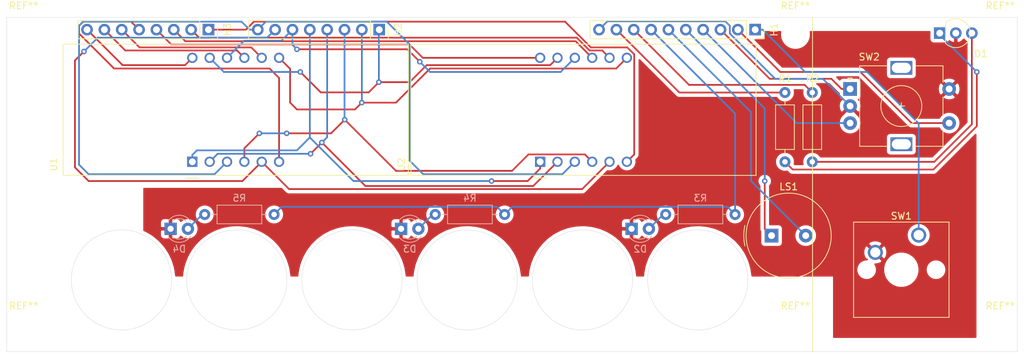
<source format=kicad_pcb>
(kicad_pcb (version 20171130) (host pcbnew "(5.1.5-0-10_14)")

  (general
    (thickness 1.6)
    (drawings 523)
    (tracks 209)
    (zones 0)
    (modules 23)
    (nets 32)
  )

  (page A4)
  (layers
    (0 F.Cu signal)
    (31 B.Cu signal)
    (32 B.Adhes user)
    (33 F.Adhes user)
    (34 B.Paste user)
    (35 F.Paste user)
    (36 B.SilkS user)
    (37 F.SilkS user)
    (38 B.Mask user)
    (39 F.Mask user)
    (40 Dwgs.User user)
    (41 Cmts.User user)
    (42 Eco1.User user)
    (43 Eco2.User user)
    (44 Edge.Cuts user)
    (45 Margin user)
    (46 B.CrtYd user)
    (47 F.CrtYd user)
    (48 B.Fab user hide)
    (49 F.Fab user hide)
  )

  (setup
    (last_trace_width 0.25)
    (trace_clearance 0.2)
    (zone_clearance 0.508)
    (zone_45_only no)
    (trace_min 0.2)
    (via_size 0.8)
    (via_drill 0.4)
    (via_min_size 0.4)
    (via_min_drill 0.3)
    (uvia_size 0.3)
    (uvia_drill 0.1)
    (uvias_allowed no)
    (uvia_min_size 0.2)
    (uvia_min_drill 0.1)
    (edge_width 0.05)
    (segment_width 0.2)
    (pcb_text_width 0.3)
    (pcb_text_size 1.5 1.5)
    (mod_edge_width 0.12)
    (mod_text_size 1 1)
    (mod_text_width 0.15)
    (pad_size 1.524 1.524)
    (pad_drill 0.762)
    (pad_to_mask_clearance 0.051)
    (solder_mask_min_width 0.25)
    (aux_axis_origin 0 0)
    (visible_elements FFFFF77F)
    (pcbplotparams
      (layerselection 0x010fc_ffffffff)
      (usegerberextensions false)
      (usegerberattributes false)
      (usegerberadvancedattributes false)
      (creategerberjobfile false)
      (excludeedgelayer true)
      (linewidth 0.100000)
      (plotframeref false)
      (viasonmask false)
      (mode 1)
      (useauxorigin false)
      (hpglpennumber 1)
      (hpglpenspeed 20)
      (hpglpendiameter 15.000000)
      (psnegative false)
      (psa4output false)
      (plotreference true)
      (plotvalue true)
      (plotinvisibletext false)
      (padsonsilk false)
      (subtractmaskfromsilk false)
      (outputformat 1)
      (mirror false)
      (drillshape 1)
      (scaleselection 1)
      (outputdirectory ""))
  )

  (net 0 "")
  (net 1 "Net-(D1-Pad1)")
  (net 2 "Net-(D1-Pad3)")
  (net 3 GND)
  (net 4 "Net-(D2-Pad2)")
  (net 5 "Net-(D3-Pad2)")
  (net 6 "Net-(D4-Pad2)")
  (net 7 "Net-(H1-Pad1)")
  (net 8 "Net-(H1-Pad2)")
  (net 9 "Net-(H1-Pad3)")
  (net 10 "Net-(H1-Pad4)")
  (net 11 "Net-(H1-Pad5)")
  (net 12 "Net-(H1-Pad6)")
  (net 13 "Net-(H1-Pad7)")
  (net 14 "Net-(H1-Pad8)")
  (net 15 "Net-(H1-Pad9)")
  (net 16 "Net-(H2-Pad1)")
  (net 17 "Net-(H2-Pad2)")
  (net 18 "Net-(H2-Pad3)")
  (net 19 "Net-(H2-Pad4)")
  (net 20 "Net-(H2-Pad5)")
  (net 21 "Net-(H2-Pad6)")
  (net 22 "Net-(H2-Pad7)")
  (net 23 "Net-(H2-Pad8)")
  (net 24 "Net-(H3-Pad8)")
  (net 25 "Net-(H3-Pad7)")
  (net 26 "Net-(H3-Pad6)")
  (net 27 "Net-(H3-Pad5)")
  (net 28 "Net-(H3-Pad4)")
  (net 29 "Net-(H3-Pad3)")
  (net 30 "Net-(H3-Pad2)")
  (net 31 "Net-(H3-Pad1)")

  (net_class Default "This is the default net class."
    (clearance 0.2)
    (trace_width 0.25)
    (via_dia 0.8)
    (via_drill 0.4)
    (uvia_dia 0.3)
    (uvia_drill 0.1)
    (add_net GND)
    (add_net "Net-(D1-Pad1)")
    (add_net "Net-(D1-Pad3)")
    (add_net "Net-(D2-Pad2)")
    (add_net "Net-(D3-Pad2)")
    (add_net "Net-(D4-Pad2)")
    (add_net "Net-(H1-Pad1)")
    (add_net "Net-(H1-Pad2)")
    (add_net "Net-(H1-Pad3)")
    (add_net "Net-(H1-Pad4)")
    (add_net "Net-(H1-Pad5)")
    (add_net "Net-(H1-Pad6)")
    (add_net "Net-(H1-Pad7)")
    (add_net "Net-(H1-Pad8)")
    (add_net "Net-(H1-Pad9)")
    (add_net "Net-(H2-Pad1)")
    (add_net "Net-(H2-Pad2)")
    (add_net "Net-(H2-Pad3)")
    (add_net "Net-(H2-Pad4)")
    (add_net "Net-(H2-Pad5)")
    (add_net "Net-(H2-Pad6)")
    (add_net "Net-(H2-Pad7)")
    (add_net "Net-(H2-Pad8)")
    (add_net "Net-(H3-Pad1)")
    (add_net "Net-(H3-Pad2)")
    (add_net "Net-(H3-Pad3)")
    (add_net "Net-(H3-Pad4)")
    (add_net "Net-(H3-Pad5)")
    (add_net "Net-(H3-Pad6)")
    (add_net "Net-(H3-Pad7)")
    (add_net "Net-(H3-Pad8)")
  )

  (module MountingHole:MountingHole_3.2mm_M3 (layer F.Cu) (tedit 56D1B4CB) (tstamp 5E2D03AA)
    (at 52.5 83.5)
    (descr "Mounting Hole 3.2mm, no annular, M3")
    (tags "mounting hole 3.2mm no annular m3")
    (attr virtual)
    (fp_text reference REF** (at 0 -4.2) (layer F.SilkS)
      (effects (font (size 1 1) (thickness 0.15)))
    )
    (fp_text value MountingHole_3.2mm_M3 (at 0 4.2) (layer F.Fab)
      (effects (font (size 1 1) (thickness 0.15)))
    )
    (fp_circle (center 0 0) (end 3.45 0) (layer F.CrtYd) (width 0.05))
    (fp_circle (center 0 0) (end 3.2 0) (layer Cmts.User) (width 0.15))
    (fp_text user %R (at 0.3 0) (layer F.Fab)
      (effects (font (size 1 1) (thickness 0.15)))
    )
    (pad 1 np_thru_hole circle (at 0 0) (size 3.2 3.2) (drill 3.2) (layers *.Cu *.Mask))
  )

  (module MountingHole:MountingHole_3.2mm_M3 (layer F.Cu) (tedit 56D1B4CB) (tstamp 5E2D0386)
    (at 52.5 127.5)
    (descr "Mounting Hole 3.2mm, no annular, M3")
    (tags "mounting hole 3.2mm no annular m3")
    (attr virtual)
    (fp_text reference REF** (at 0 -4.2) (layer F.SilkS)
      (effects (font (size 1 1) (thickness 0.15)))
    )
    (fp_text value MountingHole_3.2mm_M3 (at 0 4.2) (layer F.Fab)
      (effects (font (size 1 1) (thickness 0.15)))
    )
    (fp_circle (center 0 0) (end 3.45 0) (layer F.CrtYd) (width 0.05))
    (fp_circle (center 0 0) (end 3.2 0) (layer Cmts.User) (width 0.15))
    (fp_text user %R (at 0.3 0) (layer F.Fab)
      (effects (font (size 1 1) (thickness 0.15)))
    )
    (pad 1 np_thru_hole circle (at 0 0) (size 3.2 3.2) (drill 3.2) (layers *.Cu *.Mask))
  )

  (module MountingHole:MountingHole_3.2mm_M3 (layer F.Cu) (tedit 56D1B4CB) (tstamp 5E2D0362)
    (at 195.5 127.5)
    (descr "Mounting Hole 3.2mm, no annular, M3")
    (tags "mounting hole 3.2mm no annular m3")
    (attr virtual)
    (fp_text reference REF** (at 0 -4.2) (layer F.SilkS)
      (effects (font (size 1 1) (thickness 0.15)))
    )
    (fp_text value MountingHole_3.2mm_M3 (at 0 4.2) (layer F.Fab)
      (effects (font (size 1 1) (thickness 0.15)))
    )
    (fp_circle (center 0 0) (end 3.45 0) (layer F.CrtYd) (width 0.05))
    (fp_circle (center 0 0) (end 3.2 0) (layer Cmts.User) (width 0.15))
    (fp_text user %R (at 0.3 0) (layer F.Fab)
      (effects (font (size 1 1) (thickness 0.15)))
    )
    (pad 1 np_thru_hole circle (at 0 0) (size 3.2 3.2) (drill 3.2) (layers *.Cu *.Mask))
  )

  (module MountingHole:MountingHole_3.2mm_M3 (layer F.Cu) (tedit 56D1B4CB) (tstamp 5E2D0322)
    (at 195.5 83.5)
    (descr "Mounting Hole 3.2mm, no annular, M3")
    (tags "mounting hole 3.2mm no annular m3")
    (attr virtual)
    (fp_text reference REF** (at 0 -4.2) (layer F.SilkS)
      (effects (font (size 1 1) (thickness 0.15)))
    )
    (fp_text value MountingHole_3.2mm_M3 (at 0 4.2) (layer F.Fab)
      (effects (font (size 1 1) (thickness 0.15)))
    )
    (fp_circle (center 0 0) (end 3.45 0) (layer F.CrtYd) (width 0.05))
    (fp_circle (center 0 0) (end 3.2 0) (layer Cmts.User) (width 0.15))
    (fp_text user %R (at 0.3 0) (layer F.Fab)
      (effects (font (size 1 1) (thickness 0.15)))
    )
    (pad 1 np_thru_hole circle (at 0 0) (size 3.2 3.2) (drill 3.2) (layers *.Cu *.Mask))
  )

  (module MountingHole:MountingHole_3.2mm_M3 (layer F.Cu) (tedit 56D1B4CB) (tstamp 5E2D02FE)
    (at 165.5 83.5)
    (descr "Mounting Hole 3.2mm, no annular, M3")
    (tags "mounting hole 3.2mm no annular m3")
    (attr virtual)
    (fp_text reference REF** (at 0 -4.2) (layer F.SilkS)
      (effects (font (size 1 1) (thickness 0.15)))
    )
    (fp_text value MountingHole_3.2mm_M3 (at 0 4.2) (layer F.Fab)
      (effects (font (size 1 1) (thickness 0.15)))
    )
    (fp_circle (center 0 0) (end 3.45 0) (layer F.CrtYd) (width 0.05))
    (fp_circle (center 0 0) (end 3.2 0) (layer Cmts.User) (width 0.15))
    (fp_text user %R (at 0.3 0) (layer F.Fab)
      (effects (font (size 1 1) (thickness 0.15)))
    )
    (pad 1 np_thru_hole circle (at 0 0) (size 3.2 3.2) (drill 3.2) (layers *.Cu *.Mask))
  )

  (module MountingHole:MountingHole_3.2mm_M3 (layer F.Cu) (tedit 56D1B4CB) (tstamp 5E2D02DB)
    (at 165.5 127.5)
    (descr "Mounting Hole 3.2mm, no annular, M3")
    (tags "mounting hole 3.2mm no annular m3")
    (attr virtual)
    (fp_text reference REF** (at 0 -4.2) (layer F.SilkS)
      (effects (font (size 1 1) (thickness 0.15)))
    )
    (fp_text value MountingHole_3.2mm_M3 (at 0 4.2) (layer F.Fab)
      (effects (font (size 1 1) (thickness 0.15)))
    )
    (fp_circle (center 0 0) (end 3.45 0) (layer F.CrtYd) (width 0.05))
    (fp_circle (center 0 0) (end 3.2 0) (layer Cmts.User) (width 0.15))
    (fp_text user %R (at 0.3 0) (layer F.Fab)
      (effects (font (size 1 1) (thickness 0.15)))
    )
    (pad 1 np_thru_hole circle (at 0 0) (size 3.2 3.2) (drill 3.2) (layers *.Cu *.Mask))
  )

  (module mini_chernobyl_dice_interface_pcb:BICOLOR-LED (layer F.Cu) (tedit 5E26733D) (tstamp 5E377F32)
    (at 188.976 83.312)
    (path /5E284F1E)
    (fp_text reference D1 (at 3.665 3.035) (layer F.SilkS)
      (effects (font (size 1 1) (thickness 0.15)))
    )
    (fp_text value BICOLOR-LED (at 0 -3.175) (layer F.Fab)
      (effects (font (size 1 1) (thickness 0.15)))
    )
    (fp_arc (start 0 0) (end 1.5 -1.5) (angle 90) (layer F.SilkS) (width 0.12))
    (fp_arc (start 0 0) (end -1.5 -1.5) (angle 90) (layer F.SilkS) (width 0.12))
    (fp_arc (start 0 0) (end 1.5 1.5) (angle 90) (layer F.SilkS) (width 0.12))
    (fp_line (start -1.5 -1.5) (end -1.5 1.5) (layer F.SilkS) (width 0.12))
    (pad 1 thru_hole rect (at -2.35 0) (size 1.7 1.7) (drill 1) (layers *.Cu *.Mask)
      (net 1 "Net-(D1-Pad1)"))
    (pad 3 thru_hole oval (at 2.35 0) (size 1.7 1.7) (drill 1) (layers *.Cu *.Mask)
      (net 2 "Net-(D1-Pad3)"))
    (pad 2 thru_hole oval (at 0 0) (size 1.7 1.7) (drill 1) (layers *.Cu *.Mask)
      (net 3 GND))
  )

  (module LED_THT:LED_D3.0mm (layer B.Cu) (tedit 587A3A7B) (tstamp 5E2CD6E3)
    (at 141.5 112)
    (descr "LED, diameter 3.0mm, 2 pins")
    (tags "LED diameter 3.0mm 2 pins")
    (path /5E2EAB47)
    (fp_text reference D2 (at 1.27 2.96) (layer B.SilkS)
      (effects (font (size 1 1) (thickness 0.15)) (justify mirror))
    )
    (fp_text value LED_ALT (at 1.27 -2.96) (layer B.Fab)
      (effects (font (size 1 1) (thickness 0.15)) (justify mirror))
    )
    (fp_arc (start 1.27 0) (end -0.23 1.16619) (angle -284.3) (layer B.Fab) (width 0.1))
    (fp_arc (start 1.27 0) (end -0.29 1.235516) (angle -108.8) (layer B.SilkS) (width 0.12))
    (fp_arc (start 1.27 0) (end -0.29 -1.235516) (angle 108.8) (layer B.SilkS) (width 0.12))
    (fp_arc (start 1.27 0) (end 0.229039 1.08) (angle -87.9) (layer B.SilkS) (width 0.12))
    (fp_arc (start 1.27 0) (end 0.229039 -1.08) (angle 87.9) (layer B.SilkS) (width 0.12))
    (fp_circle (center 1.27 0) (end 2.77 0) (layer B.Fab) (width 0.1))
    (fp_line (start -0.23 1.16619) (end -0.23 -1.16619) (layer B.Fab) (width 0.1))
    (fp_line (start -0.29 1.236) (end -0.29 1.08) (layer B.SilkS) (width 0.12))
    (fp_line (start -0.29 -1.08) (end -0.29 -1.236) (layer B.SilkS) (width 0.12))
    (fp_line (start -1.15 2.25) (end -1.15 -2.25) (layer B.CrtYd) (width 0.05))
    (fp_line (start -1.15 -2.25) (end 3.7 -2.25) (layer B.CrtYd) (width 0.05))
    (fp_line (start 3.7 -2.25) (end 3.7 2.25) (layer B.CrtYd) (width 0.05))
    (fp_line (start 3.7 2.25) (end -1.15 2.25) (layer B.CrtYd) (width 0.05))
    (pad 1 thru_hole rect (at 0 0) (size 1.8 1.8) (drill 0.9) (layers *.Cu *.Mask)
      (net 3 GND))
    (pad 2 thru_hole circle (at 2.54 0) (size 1.8 1.8) (drill 0.9) (layers *.Cu *.Mask)
      (net 4 "Net-(D2-Pad2)"))
    (model ${KISYS3DMOD}/LED_THT.3dshapes/LED_D3.0mm.wrl
      (at (xyz 0 0 0))
      (scale (xyz 1 1 1))
      (rotate (xyz 0 0 0))
    )
  )

  (module LED_THT:LED_D3.0mm (layer B.Cu) (tedit 587A3A7B) (tstamp 5E2CDEBE)
    (at 107.75 112)
    (descr "LED, diameter 3.0mm, 2 pins")
    (tags "LED diameter 3.0mm 2 pins")
    (path /5E2EB684)
    (fp_text reference D3 (at 1.27 2.96) (layer B.SilkS)
      (effects (font (size 1 1) (thickness 0.15)) (justify mirror))
    )
    (fp_text value LED_ALT (at 1.27 -2.96) (layer B.Fab)
      (effects (font (size 1 1) (thickness 0.15)) (justify mirror))
    )
    (fp_line (start 3.7 2.25) (end -1.15 2.25) (layer B.CrtYd) (width 0.05))
    (fp_line (start 3.7 -2.25) (end 3.7 2.25) (layer B.CrtYd) (width 0.05))
    (fp_line (start -1.15 -2.25) (end 3.7 -2.25) (layer B.CrtYd) (width 0.05))
    (fp_line (start -1.15 2.25) (end -1.15 -2.25) (layer B.CrtYd) (width 0.05))
    (fp_line (start -0.29 -1.08) (end -0.29 -1.236) (layer B.SilkS) (width 0.12))
    (fp_line (start -0.29 1.236) (end -0.29 1.08) (layer B.SilkS) (width 0.12))
    (fp_line (start -0.23 1.16619) (end -0.23 -1.16619) (layer B.Fab) (width 0.1))
    (fp_circle (center 1.27 0) (end 2.77 0) (layer B.Fab) (width 0.1))
    (fp_arc (start 1.27 0) (end 0.229039 -1.08) (angle 87.9) (layer B.SilkS) (width 0.12))
    (fp_arc (start 1.27 0) (end 0.229039 1.08) (angle -87.9) (layer B.SilkS) (width 0.12))
    (fp_arc (start 1.27 0) (end -0.29 -1.235516) (angle 108.8) (layer B.SilkS) (width 0.12))
    (fp_arc (start 1.27 0) (end -0.29 1.235516) (angle -108.8) (layer B.SilkS) (width 0.12))
    (fp_arc (start 1.27 0) (end -0.23 1.16619) (angle -284.3) (layer B.Fab) (width 0.1))
    (pad 2 thru_hole circle (at 2.54 0) (size 1.8 1.8) (drill 0.9) (layers *.Cu *.Mask)
      (net 5 "Net-(D3-Pad2)"))
    (pad 1 thru_hole rect (at 0 0) (size 1.8 1.8) (drill 0.9) (layers *.Cu *.Mask)
      (net 3 GND))
    (model ${KISYS3DMOD}/LED_THT.3dshapes/LED_D3.0mm.wrl
      (at (xyz 0 0 0))
      (scale (xyz 1 1 1))
      (rotate (xyz 0 0 0))
    )
  )

  (module LED_THT:LED_D3.0mm (layer B.Cu) (tedit 587A3A7B) (tstamp 5E2CDDA7)
    (at 74 112)
    (descr "LED, diameter 3.0mm, 2 pins")
    (tags "LED diameter 3.0mm 2 pins")
    (path /5E2EBE25)
    (fp_text reference D4 (at 1.27 2.96) (layer B.SilkS)
      (effects (font (size 1 1) (thickness 0.15)) (justify mirror))
    )
    (fp_text value LED_ALT (at 1.27 -2.96) (layer B.Fab)
      (effects (font (size 1 1) (thickness 0.15)) (justify mirror))
    )
    (fp_arc (start 1.27 0) (end -0.23 1.16619) (angle -284.3) (layer B.Fab) (width 0.1))
    (fp_arc (start 1.27 0) (end -0.29 1.235516) (angle -108.8) (layer B.SilkS) (width 0.12))
    (fp_arc (start 1.27 0) (end -0.29 -1.235516) (angle 108.8) (layer B.SilkS) (width 0.12))
    (fp_arc (start 1.27 0) (end 0.229039 1.08) (angle -87.9) (layer B.SilkS) (width 0.12))
    (fp_arc (start 1.27 0) (end 0.229039 -1.08) (angle 87.9) (layer B.SilkS) (width 0.12))
    (fp_circle (center 1.27 0) (end 2.77 0) (layer B.Fab) (width 0.1))
    (fp_line (start -0.23 1.16619) (end -0.23 -1.16619) (layer B.Fab) (width 0.1))
    (fp_line (start -0.29 1.236) (end -0.29 1.08) (layer B.SilkS) (width 0.12))
    (fp_line (start -0.29 -1.08) (end -0.29 -1.236) (layer B.SilkS) (width 0.12))
    (fp_line (start -1.15 2.25) (end -1.15 -2.25) (layer B.CrtYd) (width 0.05))
    (fp_line (start -1.15 -2.25) (end 3.7 -2.25) (layer B.CrtYd) (width 0.05))
    (fp_line (start 3.7 -2.25) (end 3.7 2.25) (layer B.CrtYd) (width 0.05))
    (fp_line (start 3.7 2.25) (end -1.15 2.25) (layer B.CrtYd) (width 0.05))
    (pad 1 thru_hole rect (at 0 0) (size 1.8 1.8) (drill 0.9) (layers *.Cu *.Mask)
      (net 3 GND))
    (pad 2 thru_hole circle (at 2.54 0) (size 1.8 1.8) (drill 0.9) (layers *.Cu *.Mask)
      (net 6 "Net-(D4-Pad2)"))
    (model ${KISYS3DMOD}/LED_THT.3dshapes/LED_D3.0mm.wrl
      (at (xyz 0 0 0))
      (scale (xyz 1 1 1))
      (rotate (xyz 0 0 0))
    )
  )

  (module Connector_PinSocket_2.54mm:PinSocket_1x10_P2.54mm_Vertical (layer F.Cu) (tedit 5A19A425) (tstamp 5E2CD727)
    (at 159.6 82.8 270)
    (descr "Through hole straight socket strip, 1x10, 2.54mm pitch, single row (from Kicad 4.0.7), script generated")
    (tags "Through hole socket strip THT 1x10 2.54mm single row")
    (path /5E3A8F2B)
    (fp_text reference H1 (at 0 -2.77 90) (layer F.SilkS)
      (effects (font (size 1 1) (thickness 0.15)))
    )
    (fp_text value IO (at 0 25.63 90) (layer F.Fab)
      (effects (font (size 1 1) (thickness 0.15)))
    )
    (fp_text user %R (at 0 11.43) (layer F.Fab)
      (effects (font (size 1 1) (thickness 0.15)))
    )
    (fp_line (start -1.8 24.6) (end -1.8 -1.8) (layer F.CrtYd) (width 0.05))
    (fp_line (start 1.75 24.6) (end -1.8 24.6) (layer F.CrtYd) (width 0.05))
    (fp_line (start 1.75 -1.8) (end 1.75 24.6) (layer F.CrtYd) (width 0.05))
    (fp_line (start -1.8 -1.8) (end 1.75 -1.8) (layer F.CrtYd) (width 0.05))
    (fp_line (start 0 -1.33) (end 1.33 -1.33) (layer F.SilkS) (width 0.12))
    (fp_line (start 1.33 -1.33) (end 1.33 0) (layer F.SilkS) (width 0.12))
    (fp_line (start 1.33 1.27) (end 1.33 24.19) (layer F.SilkS) (width 0.12))
    (fp_line (start -1.33 24.19) (end 1.33 24.19) (layer F.SilkS) (width 0.12))
    (fp_line (start -1.33 1.27) (end -1.33 24.19) (layer F.SilkS) (width 0.12))
    (fp_line (start -1.33 1.27) (end 1.33 1.27) (layer F.SilkS) (width 0.12))
    (fp_line (start -1.27 24.13) (end -1.27 -1.27) (layer F.Fab) (width 0.1))
    (fp_line (start 1.27 24.13) (end -1.27 24.13) (layer F.Fab) (width 0.1))
    (fp_line (start 1.27 -0.635) (end 1.27 24.13) (layer F.Fab) (width 0.1))
    (fp_line (start 0.635 -1.27) (end 1.27 -0.635) (layer F.Fab) (width 0.1))
    (fp_line (start -1.27 -1.27) (end 0.635 -1.27) (layer F.Fab) (width 0.1))
    (pad 10 thru_hole oval (at 0 22.86 270) (size 1.7 1.7) (drill 1) (layers *.Cu *.Mask)
      (net 3 GND))
    (pad 9 thru_hole oval (at 0 20.32 270) (size 1.7 1.7) (drill 1) (layers *.Cu *.Mask)
      (net 15 "Net-(H1-Pad9)"))
    (pad 8 thru_hole oval (at 0 17.78 270) (size 1.7 1.7) (drill 1) (layers *.Cu *.Mask)
      (net 14 "Net-(H1-Pad8)"))
    (pad 7 thru_hole oval (at 0 15.24 270) (size 1.7 1.7) (drill 1) (layers *.Cu *.Mask)
      (net 13 "Net-(H1-Pad7)"))
    (pad 6 thru_hole oval (at 0 12.7 270) (size 1.7 1.7) (drill 1) (layers *.Cu *.Mask)
      (net 12 "Net-(H1-Pad6)"))
    (pad 5 thru_hole oval (at 0 10.16 270) (size 1.7 1.7) (drill 1) (layers *.Cu *.Mask)
      (net 11 "Net-(H1-Pad5)"))
    (pad 4 thru_hole oval (at 0 7.62 270) (size 1.7 1.7) (drill 1) (layers *.Cu *.Mask)
      (net 10 "Net-(H1-Pad4)"))
    (pad 3 thru_hole oval (at 0 5.08 270) (size 1.7 1.7) (drill 1) (layers *.Cu *.Mask)
      (net 9 "Net-(H1-Pad3)"))
    (pad 2 thru_hole oval (at 0 2.54 270) (size 1.7 1.7) (drill 1) (layers *.Cu *.Mask)
      (net 8 "Net-(H1-Pad2)"))
    (pad 1 thru_hole rect (at 0 0 270) (size 1.7 1.7) (drill 1) (layers *.Cu *.Mask)
      (net 7 "Net-(H1-Pad1)"))
    (model ${KISYS3DMOD}/Connector_PinSocket_2.54mm.3dshapes/PinSocket_1x10_P2.54mm_Vertical.wrl
      (at (xyz 0 0 0))
      (scale (xyz 1 1 1))
      (rotate (xyz 0 0 0))
    )
  )

  (module Connector_PinSocket_2.54mm:PinSocket_1x08_P2.54mm_Vertical (layer F.Cu) (tedit 5A19A420) (tstamp 5E2CD743)
    (at 104.55 82.8 270)
    (descr "Through hole straight socket strip, 1x08, 2.54mm pitch, single row (from Kicad 4.0.7), script generated")
    (tags "Through hole socket strip THT 1x08 2.54mm single row")
    (path /5E283F3B)
    (fp_text reference H2 (at 0 -2.77 90) (layer F.SilkS)
      (effects (font (size 1 1) (thickness 0.15)))
    )
    (fp_text value DISPLAY-SEG (at 0 20.55 90) (layer F.Fab)
      (effects (font (size 1 1) (thickness 0.15)))
    )
    (fp_line (start -1.27 -1.27) (end 0.635 -1.27) (layer F.Fab) (width 0.1))
    (fp_line (start 0.635 -1.27) (end 1.27 -0.635) (layer F.Fab) (width 0.1))
    (fp_line (start 1.27 -0.635) (end 1.27 19.05) (layer F.Fab) (width 0.1))
    (fp_line (start 1.27 19.05) (end -1.27 19.05) (layer F.Fab) (width 0.1))
    (fp_line (start -1.27 19.05) (end -1.27 -1.27) (layer F.Fab) (width 0.1))
    (fp_line (start -1.33 1.27) (end 1.33 1.27) (layer F.SilkS) (width 0.12))
    (fp_line (start -1.33 1.27) (end -1.33 19.11) (layer F.SilkS) (width 0.12))
    (fp_line (start -1.33 19.11) (end 1.33 19.11) (layer F.SilkS) (width 0.12))
    (fp_line (start 1.33 1.27) (end 1.33 19.11) (layer F.SilkS) (width 0.12))
    (fp_line (start 1.33 -1.33) (end 1.33 0) (layer F.SilkS) (width 0.12))
    (fp_line (start 0 -1.33) (end 1.33 -1.33) (layer F.SilkS) (width 0.12))
    (fp_line (start -1.8 -1.8) (end 1.75 -1.8) (layer F.CrtYd) (width 0.05))
    (fp_line (start 1.75 -1.8) (end 1.75 19.55) (layer F.CrtYd) (width 0.05))
    (fp_line (start 1.75 19.55) (end -1.8 19.55) (layer F.CrtYd) (width 0.05))
    (fp_line (start -1.8 19.55) (end -1.8 -1.8) (layer F.CrtYd) (width 0.05))
    (fp_text user %R (at 0 8.89) (layer F.Fab)
      (effects (font (size 1 1) (thickness 0.15)))
    )
    (pad 1 thru_hole rect (at 0 0 270) (size 1.7 1.7) (drill 1) (layers *.Cu *.Mask)
      (net 16 "Net-(H2-Pad1)"))
    (pad 2 thru_hole oval (at 0 2.54 270) (size 1.7 1.7) (drill 1) (layers *.Cu *.Mask)
      (net 17 "Net-(H2-Pad2)"))
    (pad 3 thru_hole oval (at 0 5.08 270) (size 1.7 1.7) (drill 1) (layers *.Cu *.Mask)
      (net 18 "Net-(H2-Pad3)"))
    (pad 4 thru_hole oval (at 0 7.62 270) (size 1.7 1.7) (drill 1) (layers *.Cu *.Mask)
      (net 19 "Net-(H2-Pad4)"))
    (pad 5 thru_hole oval (at 0 10.16 270) (size 1.7 1.7) (drill 1) (layers *.Cu *.Mask)
      (net 20 "Net-(H2-Pad5)"))
    (pad 6 thru_hole oval (at 0 12.7 270) (size 1.7 1.7) (drill 1) (layers *.Cu *.Mask)
      (net 21 "Net-(H2-Pad6)"))
    (pad 7 thru_hole oval (at 0 15.24 270) (size 1.7 1.7) (drill 1) (layers *.Cu *.Mask)
      (net 22 "Net-(H2-Pad7)"))
    (pad 8 thru_hole oval (at 0 17.78 270) (size 1.7 1.7) (drill 1) (layers *.Cu *.Mask)
      (net 23 "Net-(H2-Pad8)"))
    (model ${KISYS3DMOD}/Connector_PinSocket_2.54mm.3dshapes/PinSocket_1x08_P2.54mm_Vertical.wrl
      (at (xyz 0 0 0))
      (scale (xyz 1 1 1))
      (rotate (xyz 0 0 0))
    )
  )

  (module Connector_PinSocket_2.54mm:PinSocket_1x08_P2.54mm_Vertical (layer F.Cu) (tedit 5A19A420) (tstamp 5E2CD75F)
    (at 79.55 82.8 270)
    (descr "Through hole straight socket strip, 1x08, 2.54mm pitch, single row (from Kicad 4.0.7), script generated")
    (tags "Through hole socket strip THT 1x08 2.54mm single row")
    (path /5E28468A)
    (fp_text reference H3 (at 0 -2.77 90) (layer F.SilkS)
      (effects (font (size 1 1) (thickness 0.15)))
    )
    (fp_text value DISPLAY-DIG (at 0 20.55 90) (layer F.Fab)
      (effects (font (size 1 1) (thickness 0.15)))
    )
    (fp_text user %R (at 0 8.89) (layer F.Fab)
      (effects (font (size 1 1) (thickness 0.15)))
    )
    (fp_line (start -1.8 19.55) (end -1.8 -1.8) (layer F.CrtYd) (width 0.05))
    (fp_line (start 1.75 19.55) (end -1.8 19.55) (layer F.CrtYd) (width 0.05))
    (fp_line (start 1.75 -1.8) (end 1.75 19.55) (layer F.CrtYd) (width 0.05))
    (fp_line (start -1.8 -1.8) (end 1.75 -1.8) (layer F.CrtYd) (width 0.05))
    (fp_line (start 0 -1.33) (end 1.33 -1.33) (layer F.SilkS) (width 0.12))
    (fp_line (start 1.33 -1.33) (end 1.33 0) (layer F.SilkS) (width 0.12))
    (fp_line (start 1.33 1.27) (end 1.33 19.11) (layer F.SilkS) (width 0.12))
    (fp_line (start -1.33 19.11) (end 1.33 19.11) (layer F.SilkS) (width 0.12))
    (fp_line (start -1.33 1.27) (end -1.33 19.11) (layer F.SilkS) (width 0.12))
    (fp_line (start -1.33 1.27) (end 1.33 1.27) (layer F.SilkS) (width 0.12))
    (fp_line (start -1.27 19.05) (end -1.27 -1.27) (layer F.Fab) (width 0.1))
    (fp_line (start 1.27 19.05) (end -1.27 19.05) (layer F.Fab) (width 0.1))
    (fp_line (start 1.27 -0.635) (end 1.27 19.05) (layer F.Fab) (width 0.1))
    (fp_line (start 0.635 -1.27) (end 1.27 -0.635) (layer F.Fab) (width 0.1))
    (fp_line (start -1.27 -1.27) (end 0.635 -1.27) (layer F.Fab) (width 0.1))
    (pad 8 thru_hole oval (at 0 17.78 270) (size 1.7 1.7) (drill 1) (layers *.Cu *.Mask)
      (net 24 "Net-(H3-Pad8)"))
    (pad 7 thru_hole oval (at 0 15.24 270) (size 1.7 1.7) (drill 1) (layers *.Cu *.Mask)
      (net 25 "Net-(H3-Pad7)"))
    (pad 6 thru_hole oval (at 0 12.7 270) (size 1.7 1.7) (drill 1) (layers *.Cu *.Mask)
      (net 26 "Net-(H3-Pad6)"))
    (pad 5 thru_hole oval (at 0 10.16 270) (size 1.7 1.7) (drill 1) (layers *.Cu *.Mask)
      (net 27 "Net-(H3-Pad5)"))
    (pad 4 thru_hole oval (at 0 7.62 270) (size 1.7 1.7) (drill 1) (layers *.Cu *.Mask)
      (net 28 "Net-(H3-Pad4)"))
    (pad 3 thru_hole oval (at 0 5.08 270) (size 1.7 1.7) (drill 1) (layers *.Cu *.Mask)
      (net 29 "Net-(H3-Pad3)"))
    (pad 2 thru_hole oval (at 0 2.54 270) (size 1.7 1.7) (drill 1) (layers *.Cu *.Mask)
      (net 30 "Net-(H3-Pad2)"))
    (pad 1 thru_hole rect (at 0 0 270) (size 1.7 1.7) (drill 1) (layers *.Cu *.Mask)
      (net 31 "Net-(H3-Pad1)"))
    (model ${KISYS3DMOD}/Connector_PinSocket_2.54mm.3dshapes/PinSocket_1x08_P2.54mm_Vertical.wrl
      (at (xyz 0 0 0))
      (scale (xyz 1 1 1))
      (rotate (xyz 0 0 0))
    )
  )

  (module Buzzer_Beeper:Buzzer_TDK_PS1240P02BT_D12.2mm_H6.5mm (layer F.Cu) (tedit 5BF1CB2D) (tstamp 5E2CD76C)
    (at 162 113)
    (descr "Buzzer, D12.2mm height 6.5mm, https://product.tdk.com/info/en/catalog/datasheets/piezoelectronic_buzzer_ps_en.pdf")
    (tags buzzer)
    (path /5E4FC5FD)
    (fp_text reference LS1 (at 2.5 -7.17) (layer F.SilkS)
      (effects (font (size 1 1) (thickness 0.15)))
    )
    (fp_text value SPEAKER (at 2.5 7.31) (layer F.Fab)
      (effects (font (size 1 1) (thickness 0.15)))
    )
    (fp_text user %R (at 2.5 -2.43) (layer F.Fab)
      (effects (font (size 1 1) (thickness 0.15)))
    )
    (fp_circle (center 2.5 0) (end 8.85 0) (layer F.CrtYd) (width 0.05))
    (fp_circle (center 2.5 0) (end 8.6 0) (layer F.Fab) (width 0.1))
    (fp_circle (center 2.5 0) (end 3.5 0) (layer F.Fab) (width 0.1))
    (fp_circle (center 2.5 0) (end 8.73 0) (layer F.SilkS) (width 0.12))
    (fp_line (start -1.3 -1) (end -1.3 1) (layer F.Fab) (width 0.1))
    (fp_arc (start 2.5 0) (end -3.9 -1.5) (angle -26.38121493) (layer F.SilkS) (width 0.12))
    (pad 1 thru_hole rect (at 0 0) (size 2 2) (drill 1) (layers *.Cu *.Mask)
      (net 11 "Net-(H1-Pad5)"))
    (pad 2 thru_hole circle (at 5 0) (size 2 2) (drill 1) (layers *.Cu *.Mask)
      (net 12 "Net-(H1-Pad6)"))
    (model ${KISYS3DMOD}/Buzzer_Beeper.3dshapes/Buzzer_TDK_PS1240P02BT_D12.2mm_H6.5mm.wrl
      (at (xyz 0 0 0))
      (scale (xyz 1 1 1))
      (rotate (xyz 0 0 0))
    )
  )

  (module Resistor_THT:R_Axial_DIN0207_L6.3mm_D2.5mm_P10.16mm_Horizontal (layer F.Cu) (tedit 5AE5139B) (tstamp 5E2DE4C2)
    (at 163.96 102.18 90)
    (descr "Resistor, Axial_DIN0207 series, Axial, Horizontal, pin pitch=10.16mm, 0.25W = 1/4W, length*diameter=6.3*2.5mm^2, http://cdn-reichelt.de/documents/datenblatt/B400/1_4W%23YAG.pdf")
    (tags "Resistor Axial_DIN0207 series Axial Horizontal pin pitch 10.16mm 0.25W = 1/4W length 6.3mm diameter 2.5mm")
    (path /5E2E8D1B)
    (fp_text reference R1 (at 12.18 0.04 180) (layer F.SilkS)
      (effects (font (size 1 1) (thickness 0.15)))
    )
    (fp_text value ?K (at 5.08 2.37 90) (layer F.Fab)
      (effects (font (size 1 1) (thickness 0.15)))
    )
    (fp_text user %R (at 5.08 0 90) (layer F.Fab)
      (effects (font (size 1 1) (thickness 0.15)))
    )
    (fp_line (start 11.21 -1.5) (end -1.05 -1.5) (layer F.CrtYd) (width 0.05))
    (fp_line (start 11.21 1.5) (end 11.21 -1.5) (layer F.CrtYd) (width 0.05))
    (fp_line (start -1.05 1.5) (end 11.21 1.5) (layer F.CrtYd) (width 0.05))
    (fp_line (start -1.05 -1.5) (end -1.05 1.5) (layer F.CrtYd) (width 0.05))
    (fp_line (start 9.12 0) (end 8.35 0) (layer F.SilkS) (width 0.12))
    (fp_line (start 1.04 0) (end 1.81 0) (layer F.SilkS) (width 0.12))
    (fp_line (start 8.35 -1.37) (end 1.81 -1.37) (layer F.SilkS) (width 0.12))
    (fp_line (start 8.35 1.37) (end 8.35 -1.37) (layer F.SilkS) (width 0.12))
    (fp_line (start 1.81 1.37) (end 8.35 1.37) (layer F.SilkS) (width 0.12))
    (fp_line (start 1.81 -1.37) (end 1.81 1.37) (layer F.SilkS) (width 0.12))
    (fp_line (start 10.16 0) (end 8.23 0) (layer F.Fab) (width 0.1))
    (fp_line (start 0 0) (end 1.93 0) (layer F.Fab) (width 0.1))
    (fp_line (start 8.23 -1.25) (end 1.93 -1.25) (layer F.Fab) (width 0.1))
    (fp_line (start 8.23 1.25) (end 8.23 -1.25) (layer F.Fab) (width 0.1))
    (fp_line (start 1.93 1.25) (end 8.23 1.25) (layer F.Fab) (width 0.1))
    (fp_line (start 1.93 -1.25) (end 1.93 1.25) (layer F.Fab) (width 0.1))
    (pad 2 thru_hole oval (at 10.16 0 90) (size 1.6 1.6) (drill 0.8) (layers *.Cu *.Mask)
      (net 15 "Net-(H1-Pad9)"))
    (pad 1 thru_hole circle (at 0 0 90) (size 1.6 1.6) (drill 0.8) (layers *.Cu *.Mask)
      (net 1 "Net-(D1-Pad1)"))
    (model ${KISYS3DMOD}/Resistor_THT.3dshapes/R_Axial_DIN0207_L6.3mm_D2.5mm_P10.16mm_Horizontal.wrl
      (at (xyz 0 0 0))
      (scale (xyz 1 1 1))
      (rotate (xyz 0 0 0))
    )
  )

  (module Resistor_THT:R_Axial_DIN0207_L6.3mm_D2.5mm_P10.16mm_Horizontal (layer F.Cu) (tedit 5AE5139B) (tstamp 5E2DE480)
    (at 167.96 102.18 90)
    (descr "Resistor, Axial_DIN0207 series, Axial, Horizontal, pin pitch=10.16mm, 0.25W = 1/4W, length*diameter=6.3*2.5mm^2, http://cdn-reichelt.de/documents/datenblatt/B400/1_4W%23YAG.pdf")
    (tags "Resistor Axial_DIN0207 series Axial Horizontal pin pitch 10.16mm 0.25W = 1/4W length 6.3mm diameter 2.5mm")
    (path /5E2E86D9)
    (fp_text reference R2 (at 12.18 0.04 180) (layer F.SilkS)
      (effects (font (size 1 1) (thickness 0.15)))
    )
    (fp_text value ?K (at 5.08 2.37 90) (layer F.Fab)
      (effects (font (size 1 1) (thickness 0.15)))
    )
    (fp_line (start 1.93 -1.25) (end 1.93 1.25) (layer F.Fab) (width 0.1))
    (fp_line (start 1.93 1.25) (end 8.23 1.25) (layer F.Fab) (width 0.1))
    (fp_line (start 8.23 1.25) (end 8.23 -1.25) (layer F.Fab) (width 0.1))
    (fp_line (start 8.23 -1.25) (end 1.93 -1.25) (layer F.Fab) (width 0.1))
    (fp_line (start 0 0) (end 1.93 0) (layer F.Fab) (width 0.1))
    (fp_line (start 10.16 0) (end 8.23 0) (layer F.Fab) (width 0.1))
    (fp_line (start 1.81 -1.37) (end 1.81 1.37) (layer F.SilkS) (width 0.12))
    (fp_line (start 1.81 1.37) (end 8.35 1.37) (layer F.SilkS) (width 0.12))
    (fp_line (start 8.35 1.37) (end 8.35 -1.37) (layer F.SilkS) (width 0.12))
    (fp_line (start 8.35 -1.37) (end 1.81 -1.37) (layer F.SilkS) (width 0.12))
    (fp_line (start 1.04 0) (end 1.81 0) (layer F.SilkS) (width 0.12))
    (fp_line (start 9.12 0) (end 8.35 0) (layer F.SilkS) (width 0.12))
    (fp_line (start -1.05 -1.5) (end -1.05 1.5) (layer F.CrtYd) (width 0.05))
    (fp_line (start -1.05 1.5) (end 11.21 1.5) (layer F.CrtYd) (width 0.05))
    (fp_line (start 11.21 1.5) (end 11.21 -1.5) (layer F.CrtYd) (width 0.05))
    (fp_line (start 11.21 -1.5) (end -1.05 -1.5) (layer F.CrtYd) (width 0.05))
    (fp_text user %R (at 5.08 0 90) (layer F.Fab)
      (effects (font (size 1 1) (thickness 0.15)))
    )
    (pad 1 thru_hole circle (at 0 0 90) (size 1.6 1.6) (drill 0.8) (layers *.Cu *.Mask)
      (net 2 "Net-(D1-Pad3)"))
    (pad 2 thru_hole oval (at 10.16 0 90) (size 1.6 1.6) (drill 0.8) (layers *.Cu *.Mask)
      (net 14 "Net-(H1-Pad8)"))
    (model ${KISYS3DMOD}/Resistor_THT.3dshapes/R_Axial_DIN0207_L6.3mm_D2.5mm_P10.16mm_Horizontal.wrl
      (at (xyz 0 0 0))
      (scale (xyz 1 1 1))
      (rotate (xyz 0 0 0))
    )
  )

  (module Resistor_THT:R_Axial_DIN0207_L6.3mm_D2.5mm_P10.16mm_Horizontal (layer B.Cu) (tedit 5AE5139B) (tstamp 5E2CD7B1)
    (at 146.5 109.9)
    (descr "Resistor, Axial_DIN0207 series, Axial, Horizontal, pin pitch=10.16mm, 0.25W = 1/4W, length*diameter=6.3*2.5mm^2, http://cdn-reichelt.de/documents/datenblatt/B400/1_4W%23YAG.pdf")
    (tags "Resistor Axial_DIN0207 series Axial Horizontal pin pitch 10.16mm 0.25W = 1/4W length 6.3mm diameter 2.5mm")
    (path /5E2E9382)
    (fp_text reference R3 (at 5.08 -2.4) (layer B.SilkS)
      (effects (font (size 1 1) (thickness 0.15)) (justify mirror))
    )
    (fp_text value R_Small (at 5.08 -2.37) (layer B.Fab)
      (effects (font (size 1 1) (thickness 0.15)) (justify mirror))
    )
    (fp_line (start 1.93 1.25) (end 1.93 -1.25) (layer B.Fab) (width 0.1))
    (fp_line (start 1.93 -1.25) (end 8.23 -1.25) (layer B.Fab) (width 0.1))
    (fp_line (start 8.23 -1.25) (end 8.23 1.25) (layer B.Fab) (width 0.1))
    (fp_line (start 8.23 1.25) (end 1.93 1.25) (layer B.Fab) (width 0.1))
    (fp_line (start 0 0) (end 1.93 0) (layer B.Fab) (width 0.1))
    (fp_line (start 10.16 0) (end 8.23 0) (layer B.Fab) (width 0.1))
    (fp_line (start 1.81 1.37) (end 1.81 -1.37) (layer B.SilkS) (width 0.12))
    (fp_line (start 1.81 -1.37) (end 8.35 -1.37) (layer B.SilkS) (width 0.12))
    (fp_line (start 8.35 -1.37) (end 8.35 1.37) (layer B.SilkS) (width 0.12))
    (fp_line (start 8.35 1.37) (end 1.81 1.37) (layer B.SilkS) (width 0.12))
    (fp_line (start 1.04 0) (end 1.81 0) (layer B.SilkS) (width 0.12))
    (fp_line (start 9.12 0) (end 8.35 0) (layer B.SilkS) (width 0.12))
    (fp_line (start -1.05 1.5) (end -1.05 -1.5) (layer B.CrtYd) (width 0.05))
    (fp_line (start -1.05 -1.5) (end 11.21 -1.5) (layer B.CrtYd) (width 0.05))
    (fp_line (start 11.21 -1.5) (end 11.21 1.5) (layer B.CrtYd) (width 0.05))
    (fp_line (start 11.21 1.5) (end -1.05 1.5) (layer B.CrtYd) (width 0.05))
    (fp_text user %R (at 5.08 0) (layer B.Fab)
      (effects (font (size 1 1) (thickness 0.15)) (justify mirror))
    )
    (pad 1 thru_hole circle (at 0 0) (size 1.6 1.6) (drill 0.8) (layers *.Cu *.Mask)
      (net 4 "Net-(D2-Pad2)"))
    (pad 2 thru_hole oval (at 10.16 0) (size 1.6 1.6) (drill 0.8) (layers *.Cu *.Mask)
      (net 13 "Net-(H1-Pad7)"))
    (model ${KISYS3DMOD}/Resistor_THT.3dshapes/R_Axial_DIN0207_L6.3mm_D2.5mm_P10.16mm_Horizontal.wrl
      (at (xyz 0 0 0))
      (scale (xyz 1 1 1))
      (rotate (xyz 0 0 0))
    )
  )

  (module Resistor_THT:R_Axial_DIN0207_L6.3mm_D2.5mm_P10.16mm_Horizontal (layer B.Cu) (tedit 5AE5139B) (tstamp 5E2CD7C8)
    (at 112.75 109.9)
    (descr "Resistor, Axial_DIN0207 series, Axial, Horizontal, pin pitch=10.16mm, 0.25W = 1/4W, length*diameter=6.3*2.5mm^2, http://cdn-reichelt.de/documents/datenblatt/B400/1_4W%23YAG.pdf")
    (tags "Resistor Axial_DIN0207 series Axial Horizontal pin pitch 10.16mm 0.25W = 1/4W length 6.3mm diameter 2.5mm")
    (path /5E2EA239)
    (fp_text reference R4 (at 5.08 -2.4) (layer B.SilkS)
      (effects (font (size 1 1) (thickness 0.15)) (justify mirror))
    )
    (fp_text value R_Small (at 5.08 -2.37) (layer B.Fab)
      (effects (font (size 1 1) (thickness 0.15)) (justify mirror))
    )
    (fp_line (start 1.93 1.25) (end 1.93 -1.25) (layer B.Fab) (width 0.1))
    (fp_line (start 1.93 -1.25) (end 8.23 -1.25) (layer B.Fab) (width 0.1))
    (fp_line (start 8.23 -1.25) (end 8.23 1.25) (layer B.Fab) (width 0.1))
    (fp_line (start 8.23 1.25) (end 1.93 1.25) (layer B.Fab) (width 0.1))
    (fp_line (start 0 0) (end 1.93 0) (layer B.Fab) (width 0.1))
    (fp_line (start 10.16 0) (end 8.23 0) (layer B.Fab) (width 0.1))
    (fp_line (start 1.81 1.37) (end 1.81 -1.37) (layer B.SilkS) (width 0.12))
    (fp_line (start 1.81 -1.37) (end 8.35 -1.37) (layer B.SilkS) (width 0.12))
    (fp_line (start 8.35 -1.37) (end 8.35 1.37) (layer B.SilkS) (width 0.12))
    (fp_line (start 8.35 1.37) (end 1.81 1.37) (layer B.SilkS) (width 0.12))
    (fp_line (start 1.04 0) (end 1.81 0) (layer B.SilkS) (width 0.12))
    (fp_line (start 9.12 0) (end 8.35 0) (layer B.SilkS) (width 0.12))
    (fp_line (start -1.05 1.5) (end -1.05 -1.5) (layer B.CrtYd) (width 0.05))
    (fp_line (start -1.05 -1.5) (end 11.21 -1.5) (layer B.CrtYd) (width 0.05))
    (fp_line (start 11.21 -1.5) (end 11.21 1.5) (layer B.CrtYd) (width 0.05))
    (fp_line (start 11.21 1.5) (end -1.05 1.5) (layer B.CrtYd) (width 0.05))
    (fp_text user %R (at 5.08 0) (layer B.Fab)
      (effects (font (size 1 1) (thickness 0.15)) (justify mirror))
    )
    (pad 1 thru_hole circle (at 0 0) (size 1.6 1.6) (drill 0.8) (layers *.Cu *.Mask)
      (net 5 "Net-(D3-Pad2)"))
    (pad 2 thru_hole oval (at 10.16 0) (size 1.6 1.6) (drill 0.8) (layers *.Cu *.Mask)
      (net 13 "Net-(H1-Pad7)"))
    (model ${KISYS3DMOD}/Resistor_THT.3dshapes/R_Axial_DIN0207_L6.3mm_D2.5mm_P10.16mm_Horizontal.wrl
      (at (xyz 0 0 0))
      (scale (xyz 1 1 1))
      (rotate (xyz 0 0 0))
    )
  )

  (module Resistor_THT:R_Axial_DIN0207_L6.3mm_D2.5mm_P10.16mm_Horizontal (layer B.Cu) (tedit 5AE5139B) (tstamp 5E2CD7DF)
    (at 79 109.9)
    (descr "Resistor, Axial_DIN0207 series, Axial, Horizontal, pin pitch=10.16mm, 0.25W = 1/4W, length*diameter=6.3*2.5mm^2, http://cdn-reichelt.de/documents/datenblatt/B400/1_4W%23YAG.pdf")
    (tags "Resistor Axial_DIN0207 series Axial Horizontal pin pitch 10.16mm 0.25W = 1/4W length 6.3mm diameter 2.5mm")
    (path /5E2E9A23)
    (fp_text reference R5 (at 5.08 -2.4) (layer B.SilkS)
      (effects (font (size 1 1) (thickness 0.15)) (justify mirror))
    )
    (fp_text value R_Small (at 5.08 -2.37) (layer B.Fab)
      (effects (font (size 1 1) (thickness 0.15)) (justify mirror))
    )
    (fp_text user %R (at 5.08 0) (layer B.Fab)
      (effects (font (size 1 1) (thickness 0.15)) (justify mirror))
    )
    (fp_line (start 11.21 1.5) (end -1.05 1.5) (layer B.CrtYd) (width 0.05))
    (fp_line (start 11.21 -1.5) (end 11.21 1.5) (layer B.CrtYd) (width 0.05))
    (fp_line (start -1.05 -1.5) (end 11.21 -1.5) (layer B.CrtYd) (width 0.05))
    (fp_line (start -1.05 1.5) (end -1.05 -1.5) (layer B.CrtYd) (width 0.05))
    (fp_line (start 9.12 0) (end 8.35 0) (layer B.SilkS) (width 0.12))
    (fp_line (start 1.04 0) (end 1.81 0) (layer B.SilkS) (width 0.12))
    (fp_line (start 8.35 1.37) (end 1.81 1.37) (layer B.SilkS) (width 0.12))
    (fp_line (start 8.35 -1.37) (end 8.35 1.37) (layer B.SilkS) (width 0.12))
    (fp_line (start 1.81 -1.37) (end 8.35 -1.37) (layer B.SilkS) (width 0.12))
    (fp_line (start 1.81 1.37) (end 1.81 -1.37) (layer B.SilkS) (width 0.12))
    (fp_line (start 10.16 0) (end 8.23 0) (layer B.Fab) (width 0.1))
    (fp_line (start 0 0) (end 1.93 0) (layer B.Fab) (width 0.1))
    (fp_line (start 8.23 1.25) (end 1.93 1.25) (layer B.Fab) (width 0.1))
    (fp_line (start 8.23 -1.25) (end 8.23 1.25) (layer B.Fab) (width 0.1))
    (fp_line (start 1.93 -1.25) (end 8.23 -1.25) (layer B.Fab) (width 0.1))
    (fp_line (start 1.93 1.25) (end 1.93 -1.25) (layer B.Fab) (width 0.1))
    (pad 2 thru_hole oval (at 10.16 0) (size 1.6 1.6) (drill 0.8) (layers *.Cu *.Mask)
      (net 13 "Net-(H1-Pad7)"))
    (pad 1 thru_hole circle (at 0 0) (size 1.6 1.6) (drill 0.8) (layers *.Cu *.Mask)
      (net 6 "Net-(D4-Pad2)"))
    (model ${KISYS3DMOD}/Resistor_THT.3dshapes/R_Axial_DIN0207_L6.3mm_D2.5mm_P10.16mm_Horizontal.wrl
      (at (xyz 0 0 0))
      (scale (xyz 1 1 1))
      (rotate (xyz 0 0 0))
    )
  )

  (module Button_Switch_Keyboard:SW_Cherry_MX_1.00u_PCB (layer F.Cu) (tedit 5A02FE24) (tstamp 5E2CD7F9)
    (at 183.54 112.92)
    (descr "Cherry MX keyswitch, 1.00u, PCB mount, http://cherryamericas.com/wp-content/uploads/2014/12/mx_cat.pdf")
    (tags "Cherry MX keyswitch 1.00u PCB")
    (path /5E27F3D5)
    (fp_text reference SW1 (at -2.54 -2.794) (layer F.SilkS)
      (effects (font (size 1 1) (thickness 0.15)))
    )
    (fp_text value SW_Push (at -2.54 12.954) (layer F.Fab)
      (effects (font (size 1 1) (thickness 0.15)))
    )
    (fp_text user %R (at -2.54 -2.794) (layer F.Fab)
      (effects (font (size 1 1) (thickness 0.15)))
    )
    (fp_line (start -8.89 -1.27) (end 3.81 -1.27) (layer F.Fab) (width 0.1))
    (fp_line (start 3.81 -1.27) (end 3.81 11.43) (layer F.Fab) (width 0.1))
    (fp_line (start 3.81 11.43) (end -8.89 11.43) (layer F.Fab) (width 0.1))
    (fp_line (start -8.89 11.43) (end -8.89 -1.27) (layer F.Fab) (width 0.1))
    (fp_line (start -9.14 11.68) (end -9.14 -1.52) (layer F.CrtYd) (width 0.05))
    (fp_line (start 4.06 11.68) (end -9.14 11.68) (layer F.CrtYd) (width 0.05))
    (fp_line (start 4.06 -1.52) (end 4.06 11.68) (layer F.CrtYd) (width 0.05))
    (fp_line (start -9.14 -1.52) (end 4.06 -1.52) (layer F.CrtYd) (width 0.05))
    (fp_line (start -12.065 -4.445) (end 6.985 -4.445) (layer Dwgs.User) (width 0.15))
    (fp_line (start 6.985 -4.445) (end 6.985 14.605) (layer Dwgs.User) (width 0.15))
    (fp_line (start 6.985 14.605) (end -12.065 14.605) (layer Dwgs.User) (width 0.15))
    (fp_line (start -12.065 14.605) (end -12.065 -4.445) (layer Dwgs.User) (width 0.15))
    (fp_line (start -9.525 -1.905) (end 4.445 -1.905) (layer F.SilkS) (width 0.12))
    (fp_line (start 4.445 -1.905) (end 4.445 12.065) (layer F.SilkS) (width 0.12))
    (fp_line (start 4.445 12.065) (end -9.525 12.065) (layer F.SilkS) (width 0.12))
    (fp_line (start -9.525 12.065) (end -9.525 -1.905) (layer F.SilkS) (width 0.12))
    (pad 1 thru_hole circle (at 0 0) (size 2.2 2.2) (drill 1.5) (layers *.Cu *.Mask)
      (net 7 "Net-(H1-Pad1)"))
    (pad 2 thru_hole circle (at -6.35 2.54) (size 2.2 2.2) (drill 1.5) (layers *.Cu *.Mask)
      (net 3 GND))
    (pad "" np_thru_hole circle (at -2.54 5.08) (size 4 4) (drill 4) (layers *.Cu *.Mask))
    (pad "" np_thru_hole circle (at -7.62 5.08) (size 1.7 1.7) (drill 1.7) (layers *.Cu *.Mask))
    (pad "" np_thru_hole circle (at 2.54 5.08) (size 1.7 1.7) (drill 1.7) (layers *.Cu *.Mask))
    (model ${KISYS3DMOD}/Button_Switch_Keyboard.3dshapes/SW_Cherry_MX_1.00u_PCB.wrl
      (at (xyz 0 0 0))
      (scale (xyz 1 1 1))
      (rotate (xyz 0 0 0))
    )
  )

  (module Rotary_Encoder:RotaryEncoder_Alps_EC11E-Switch_Vertical_H20mm (layer F.Cu) (tedit 5A74C8CB) (tstamp 5E2CD81F)
    (at 173.5 91.5)
    (descr "Alps rotary encoder, EC12E... with switch, vertical shaft, http://www.alps.com/prod/info/E/HTML/Encoder/Incremental/EC11/EC11E15204A3.html")
    (tags "rotary encoder")
    (path /5E4FD2AB)
    (fp_text reference SW2 (at 2.8 -4.7) (layer F.SilkS)
      (effects (font (size 1 1) (thickness 0.15)))
    )
    (fp_text value ROTARY-ENCODER (at 7.5 10.4) (layer F.Fab)
      (effects (font (size 1 1) (thickness 0.15)))
    )
    (fp_text user %R (at 11.1 6.3) (layer F.Fab)
      (effects (font (size 1 1) (thickness 0.15)))
    )
    (fp_line (start 7 2.5) (end 8 2.5) (layer F.SilkS) (width 0.12))
    (fp_line (start 7.5 2) (end 7.5 3) (layer F.SilkS) (width 0.12))
    (fp_line (start 13.6 6) (end 13.6 8.4) (layer F.SilkS) (width 0.12))
    (fp_line (start 13.6 1.2) (end 13.6 3.8) (layer F.SilkS) (width 0.12))
    (fp_line (start 13.6 -3.4) (end 13.6 -1) (layer F.SilkS) (width 0.12))
    (fp_line (start 4.5 2.5) (end 10.5 2.5) (layer F.Fab) (width 0.12))
    (fp_line (start 7.5 -0.5) (end 7.5 5.5) (layer F.Fab) (width 0.12))
    (fp_line (start 0.3 -1.6) (end 0 -1.3) (layer F.SilkS) (width 0.12))
    (fp_line (start -0.3 -1.6) (end 0.3 -1.6) (layer F.SilkS) (width 0.12))
    (fp_line (start 0 -1.3) (end -0.3 -1.6) (layer F.SilkS) (width 0.12))
    (fp_line (start 1.4 -3.4) (end 1.4 8.4) (layer F.SilkS) (width 0.12))
    (fp_line (start 5.5 -3.4) (end 1.4 -3.4) (layer F.SilkS) (width 0.12))
    (fp_line (start 5.5 8.4) (end 1.4 8.4) (layer F.SilkS) (width 0.12))
    (fp_line (start 13.6 8.4) (end 9.5 8.4) (layer F.SilkS) (width 0.12))
    (fp_line (start 9.5 -3.4) (end 13.6 -3.4) (layer F.SilkS) (width 0.12))
    (fp_line (start 1.5 -2.2) (end 2.5 -3.3) (layer F.Fab) (width 0.12))
    (fp_line (start 1.5 8.3) (end 1.5 -2.2) (layer F.Fab) (width 0.12))
    (fp_line (start 13.5 8.3) (end 1.5 8.3) (layer F.Fab) (width 0.12))
    (fp_line (start 13.5 -3.3) (end 13.5 8.3) (layer F.Fab) (width 0.12))
    (fp_line (start 2.5 -3.3) (end 13.5 -3.3) (layer F.Fab) (width 0.12))
    (fp_line (start -1.5 -4.6) (end 16 -4.6) (layer F.CrtYd) (width 0.05))
    (fp_line (start -1.5 -4.6) (end -1.5 9.6) (layer F.CrtYd) (width 0.05))
    (fp_line (start 16 9.6) (end 16 -4.6) (layer F.CrtYd) (width 0.05))
    (fp_line (start 16 9.6) (end -1.5 9.6) (layer F.CrtYd) (width 0.05))
    (fp_circle (center 7.5 2.5) (end 10.5 2.5) (layer F.SilkS) (width 0.12))
    (fp_circle (center 7.5 2.5) (end 10.5 2.5) (layer F.Fab) (width 0.12))
    (pad S1 thru_hole circle (at 14.5 5) (size 2 2) (drill 1) (layers *.Cu *.Mask)
      (net 8 "Net-(H1-Pad2)"))
    (pad S2 thru_hole circle (at 14.5 0) (size 2 2) (drill 1) (layers *.Cu *.Mask)
      (net 3 GND))
    (pad MP thru_hole rect (at 7.5 8.1) (size 3.2 2) (drill oval 2.8 1.5) (layers *.Cu *.Mask))
    (pad MP thru_hole rect (at 7.5 -3.1) (size 3.2 2) (drill oval 2.8 1.5) (layers *.Cu *.Mask))
    (pad B thru_hole circle (at 0 5) (size 2 2) (drill 1) (layers *.Cu *.Mask)
      (net 10 "Net-(H1-Pad4)"))
    (pad C thru_hole circle (at 0 2.5) (size 2 2) (drill 1) (layers *.Cu *.Mask)
      (net 3 GND))
    (pad A thru_hole rect (at 0 0) (size 2 2) (drill 1) (layers *.Cu *.Mask)
      (net 9 "Net-(H1-Pad3)"))
    (model ${KISYS3DMOD}/Rotary_Encoder.3dshapes/RotaryEncoder_Alps_EC11E-Switch_Vertical_H20mm.wrl
      (at (xyz 0 0 0))
      (scale (xyz 1 1 1))
      (rotate (xyz 0 0 0))
    )
  )

  (module Display_7Segment:CA56-12EWA (layer F.Cu) (tedit 5A02FE84) (tstamp 5E2CE791)
    (at 77.188 102.17 90)
    (descr "4 digit 7 segment green LED, http://www.kingbrightusa.com/images/catalog/SPEC/CA56-12EWA.pdf")
    (tags "4 digit 7 segment green LED")
    (path /5E27FE8D)
    (fp_text reference U1 (at -0.4 -20.31 90) (layer F.SilkS)
      (effects (font (size 1 1) (thickness 0.15)))
    )
    (fp_text value CC56-12EWA (at 2.37 33.21 90) (layer F.Fab)
      (effects (font (size 1 1) (thickness 0.15)))
    )
    (fp_line (start -2 -18.92) (end 17.24 -18.92) (layer F.SilkS) (width 0.12))
    (fp_line (start -2 -18.92) (end -2 31.62) (layer F.SilkS) (width 0.12))
    (fp_line (start -2 31.62) (end 17.24 31.62) (layer F.SilkS) (width 0.12))
    (fp_line (start 17.24 31.62) (end 17.24 -18.92) (layer F.SilkS) (width 0.12))
    (fp_line (start -1.88 1) (end -0.88 0) (layer F.Fab) (width 0.1))
    (fp_line (start -0.88 0) (end -1.88 -1) (layer F.Fab) (width 0.1))
    (fp_line (start -1.88 -1) (end -1.88 -18.8) (layer F.Fab) (width 0.1))
    (fp_line (start -2.13 -19.05) (end 17.37 -19.05) (layer F.CrtYd) (width 0.05))
    (fp_line (start 17.37 -19.05) (end 17.37 31.75) (layer F.CrtYd) (width 0.05))
    (fp_line (start 17.37 31.75) (end -2.13 31.75) (layer F.CrtYd) (width 0.05))
    (fp_line (start -2.13 31.75) (end -2.13 -19.05) (layer F.CrtYd) (width 0.05))
    (fp_line (start -2.38 -1) (end -2.38 1) (layer F.SilkS) (width 0.12))
    (fp_line (start -1.88 -18.8) (end 17.12 -18.8) (layer F.Fab) (width 0.1))
    (fp_line (start 17.12 -18.8) (end 17.12 31.5) (layer F.Fab) (width 0.1))
    (fp_line (start -1.88 31.5) (end 17.12 31.5) (layer F.Fab) (width 0.1))
    (fp_line (start -1.88 1) (end -1.88 31.5) (layer F.Fab) (width 0.1))
    (fp_text user %R (at 8.128 6.604 90) (layer F.Fab)
      (effects (font (size 1 1) (thickness 0.15)))
    )
    (pad 1 thru_hole rect (at 0 0 90) (size 1.5 1.5) (drill 1) (layers *.Cu *.Mask)
      (net 20 "Net-(H2-Pad5)"))
    (pad 2 thru_hole circle (at 0 2.54 90) (size 1.5 1.5) (drill 1) (layers *.Cu *.Mask)
      (net 19 "Net-(H2-Pad4)"))
    (pad 3 thru_hole circle (at 0 5.08 90) (size 1.5 1.5) (drill 1) (layers *.Cu *.Mask)
      (net 23 "Net-(H2-Pad8)"))
    (pad 4 thru_hole circle (at 0 7.62 90) (size 1.5 1.5) (drill 1) (layers *.Cu *.Mask)
      (net 18 "Net-(H2-Pad3)"))
    (pad 5 thru_hole circle (at 0 10.16 90) (size 1.5 1.5) (drill 1) (layers *.Cu *.Mask)
      (net 22 "Net-(H2-Pad7)"))
    (pad 6 thru_hole circle (at 0 12.7 90) (size 1.5 1.5) (drill 1) (layers *.Cu *.Mask)
      (net 27 "Net-(H3-Pad5)"))
    (pad 7 thru_hole circle (at 15.24 12.7 90) (size 1.5 1.5) (drill 1) (layers *.Cu *.Mask)
      (net 17 "Net-(H2-Pad2)"))
    (pad 8 thru_hole circle (at 15.24 10.16 90) (size 1.5 1.5) (drill 1) (layers *.Cu *.Mask)
      (net 26 "Net-(H3-Pad6)"))
    (pad 9 thru_hole circle (at 15.24 7.62 90) (size 1.5 1.5) (drill 1) (layers *.Cu *.Mask)
      (net 25 "Net-(H3-Pad7)"))
    (pad 10 thru_hole circle (at 15.24 5.08 90) (size 1.5 1.5) (drill 1) (layers *.Cu *.Mask)
      (net 21 "Net-(H2-Pad6)"))
    (pad 11 thru_hole circle (at 15.24 2.54 90) (size 1.5 1.5) (drill 1) (layers *.Cu *.Mask)
      (net 16 "Net-(H2-Pad1)"))
    (pad 12 thru_hole circle (at 15.24 0 90) (size 1.5 1.5) (drill 1) (layers *.Cu *.Mask)
      (net 24 "Net-(H3-Pad8)"))
    (model ${KISYS3DMOD}/Display_7Segment.3dshapes/CA56-12EWA.wrl
      (at (xyz 0 0 0))
      (scale (xyz 1 1 1))
      (rotate (xyz 0 0 0))
    )
  )

  (module Display_7Segment:CA56-12EWA (layer F.Cu) (tedit 5A02FE84) (tstamp 5E2CD861)
    (at 128.113 102.17 90)
    (descr "4 digit 7 segment green LED, http://www.kingbrightusa.com/images/catalog/SPEC/CA56-12EWA.pdf")
    (tags "4 digit 7 segment green LED")
    (path /5E2819D6)
    (fp_text reference U2 (at -0.4 -20.31 90) (layer F.SilkS)
      (effects (font (size 1 1) (thickness 0.15)))
    )
    (fp_text value CC56-12EWA (at 2.37 33.21 90) (layer F.Fab)
      (effects (font (size 1 1) (thickness 0.15)))
    )
    (fp_text user %R (at 8.128 6.604 90) (layer F.Fab)
      (effects (font (size 1 1) (thickness 0.15)))
    )
    (fp_line (start -1.88 1) (end -1.88 31.5) (layer F.Fab) (width 0.1))
    (fp_line (start -1.88 31.5) (end 17.12 31.5) (layer F.Fab) (width 0.1))
    (fp_line (start 17.12 -18.8) (end 17.12 31.5) (layer F.Fab) (width 0.1))
    (fp_line (start -1.88 -18.8) (end 17.12 -18.8) (layer F.Fab) (width 0.1))
    (fp_line (start -2.38 -1) (end -2.38 1) (layer F.SilkS) (width 0.12))
    (fp_line (start -2.13 31.75) (end -2.13 -19.05) (layer F.CrtYd) (width 0.05))
    (fp_line (start 17.37 31.75) (end -2.13 31.75) (layer F.CrtYd) (width 0.05))
    (fp_line (start 17.37 -19.05) (end 17.37 31.75) (layer F.CrtYd) (width 0.05))
    (fp_line (start -2.13 -19.05) (end 17.37 -19.05) (layer F.CrtYd) (width 0.05))
    (fp_line (start -1.88 -1) (end -1.88 -18.8) (layer F.Fab) (width 0.1))
    (fp_line (start -0.88 0) (end -1.88 -1) (layer F.Fab) (width 0.1))
    (fp_line (start -1.88 1) (end -0.88 0) (layer F.Fab) (width 0.1))
    (fp_line (start 17.24 31.62) (end 17.24 -18.92) (layer F.SilkS) (width 0.12))
    (fp_line (start -2 31.62) (end 17.24 31.62) (layer F.SilkS) (width 0.12))
    (fp_line (start -2 -18.92) (end -2 31.62) (layer F.SilkS) (width 0.12))
    (fp_line (start -2 -18.92) (end 17.24 -18.92) (layer F.SilkS) (width 0.12))
    (pad 12 thru_hole circle (at 15.24 0 90) (size 1.5 1.5) (drill 1) (layers *.Cu *.Mask)
      (net 28 "Net-(H3-Pad4)"))
    (pad 11 thru_hole circle (at 15.24 2.54 90) (size 1.5 1.5) (drill 1) (layers *.Cu *.Mask)
      (net 16 "Net-(H2-Pad1)"))
    (pad 10 thru_hole circle (at 15.24 5.08 90) (size 1.5 1.5) (drill 1) (layers *.Cu *.Mask)
      (net 21 "Net-(H2-Pad6)"))
    (pad 9 thru_hole circle (at 15.24 7.62 90) (size 1.5 1.5) (drill 1) (layers *.Cu *.Mask)
      (net 29 "Net-(H3-Pad3)"))
    (pad 8 thru_hole circle (at 15.24 10.16 90) (size 1.5 1.5) (drill 1) (layers *.Cu *.Mask)
      (net 30 "Net-(H3-Pad2)"))
    (pad 7 thru_hole circle (at 15.24 12.7 90) (size 1.5 1.5) (drill 1) (layers *.Cu *.Mask)
      (net 17 "Net-(H2-Pad2)"))
    (pad 6 thru_hole circle (at 0 12.7 90) (size 1.5 1.5) (drill 1) (layers *.Cu *.Mask)
      (net 31 "Net-(H3-Pad1)"))
    (pad 5 thru_hole circle (at 0 10.16 90) (size 1.5 1.5) (drill 1) (layers *.Cu *.Mask)
      (net 22 "Net-(H2-Pad7)"))
    (pad 4 thru_hole circle (at 0 7.62 90) (size 1.5 1.5) (drill 1) (layers *.Cu *.Mask)
      (net 18 "Net-(H2-Pad3)"))
    (pad 3 thru_hole circle (at 0 5.08 90) (size 1.5 1.5) (drill 1) (layers *.Cu *.Mask)
      (net 23 "Net-(H2-Pad8)"))
    (pad 2 thru_hole circle (at 0 2.54 90) (size 1.5 1.5) (drill 1) (layers *.Cu *.Mask)
      (net 19 "Net-(H2-Pad4)"))
    (pad 1 thru_hole rect (at 0 0 90) (size 1.5 1.5) (drill 1) (layers *.Cu *.Mask)
      (net 20 "Net-(H2-Pad5)"))
    (model ${KISYS3DMOD}/Display_7Segment.3dshapes/CA56-12EWA.wrl
      (at (xyz 0 0 0))
      (scale (xyz 1 1 1))
      (rotate (xyz 0 0 0))
    )
  )

  (gr_line (start 198 130) (end 168 130) (layer Edge.Cuts) (width 0.05) (tstamp 5E2D0151))
  (gr_line (start 198 81) (end 198 130) (layer Edge.Cuts) (width 0.05))
  (gr_line (start 168 81) (end 198 81) (layer Edge.Cuts) (width 0.05))
  (gr_line (start 168 81) (end 168 130) (layer F.SilkS) (width 0.12))
  (gr_line (start 143.8895 120.2694) (end 143.8406 119.6006) (layer Edge.Cuts) (width 0.05))
  (gr_line (start 143.9335 120.6693) (end 143.8895 120.2694) (layer Edge.Cuts) (width 0.05))
  (gr_line (start 144.0793 121.3238) (end 143.9335 120.6693) (layer Edge.Cuts) (width 0.05))
  (gr_line (start 144.1811 121.713) (end 144.0793 121.3238) (layer Edge.Cuts) (width 0.05))
  (gr_line (start 144.4206 122.3393) (end 144.1811 121.713) (layer Edge.Cuts) (width 0.05))
  (gr_line (start 144.578 122.7096) (end 144.4206 122.3393) (layer Edge.Cuts) (width 0.05))
  (gr_line (start 144.9062 123.2943) (end 144.578 122.7096) (layer Edge.Cuts) (width 0.05))
  (gr_line (start 145.1157 123.6377) (end 144.9062 123.2943) (layer Edge.Cuts) (width 0.05))
  (gr_line (start 145.5255 124.1684) (end 145.1157 123.6377) (layer Edge.Cuts) (width 0.05))
  (gr_line (start 145.7829 124.4777) (end 145.5255 124.1684) (layer Edge.Cuts) (width 0.05))
  (gr_line (start 146.2656 124.9431) (end 145.7829 124.4777) (layer Edge.Cuts) (width 0.05))
  (gr_line (start 146.5653 125.2116) (end 146.2656 124.9431) (layer Edge.Cuts) (width 0.05))
  (gr_line (start 147.1106 125.6017) (end 146.5653 125.2116) (layer Edge.Cuts) (width 0.05))
  (gr_line (start 147.4461 125.8237) (end 147.1106 125.6017) (layer Edge.Cuts) (width 0.05))
  (gr_line (start 148.0424 126.1303) (end 147.4461 125.8237) (layer Edge.Cuts) (width 0.05))
  (gr_line (start 148.4067 126.3011) (end 148.0424 126.1303) (layer Edge.Cuts) (width 0.05))
  (gr_line (start 149.0413 126.5176) (end 148.4067 126.3011) (layer Edge.Cuts) (width 0.05))
  (gr_line (start 149.4266 126.6335) (end 149.0413 126.5176) (layer Edge.Cuts) (width 0.05))
  (gr_line (start 150.086 126.7553) (end 149.4266 126.6335) (layer Edge.Cuts) (width 0.05))
  (gr_line (start 150.484 126.8138) (end 150.086 126.7553) (layer Edge.Cuts) (width 0.05))
  (gr_line (start 151.1541 126.8383) (end 150.484 126.8138) (layer Edge.Cuts) (width 0.05))
  (gr_line (start 151.5564 126.8383) (end 151.1541 126.8383) (layer Edge.Cuts) (width 0.05))
  (gr_line (start 152.2229 126.765) (end 151.5564 126.8383) (layer Edge.Cuts) (width 0.05))
  (gr_line (start 152.6209 126.7064) (end 152.2229 126.765) (layer Edge.Cuts) (width 0.05))
  (gr_line (start 153.2697 126.5368) (end 152.6209 126.7064) (layer Edge.Cuts) (width 0.05))
  (gr_line (start 153.6549 126.4209) (end 153.2697 126.5368) (layer Edge.Cuts) (width 0.05))
  (gr_line (start 154.272 126.1587) (end 153.6549 126.4209) (layer Edge.Cuts) (width 0.05))
  (gr_line (start 154.6363 125.9879) (end 154.272 126.1587) (layer Edge.Cuts) (width 0.05))
  (gr_line (start 155.2087 125.6386) (end 154.6363 125.9879) (layer Edge.Cuts) (width 0.05))
  (gr_line (start 155.5442 125.4166) (end 155.2087 125.6386) (layer Edge.Cuts) (width 0.05))
  (gr_line (start 156.0596 124.9877) (end 155.5442 125.4166) (layer Edge.Cuts) (width 0.05))
  (gr_line (start 156.3592 124.7192) (end 156.0596 124.9877) (layer Edge.Cuts) (width 0.05))
  (gr_line (start 156.8067 124.2198) (end 156.3592 124.7192) (layer Edge.Cuts) (width 0.05))
  (gr_line (start 157.0641 123.9106) (end 156.8067 124.2198) (layer Edge.Cuts) (width 0.05))
  (gr_line (start 157.434 123.3513) (end 157.0641 123.9106) (layer Edge.Cuts) (width 0.05))
  (gr_line (start 157.6436 123.0079) (end 157.434 123.3513) (layer Edge.Cuts) (width 0.05))
  (gr_line (start 157.9282 122.4008) (end 157.6436 123.0079) (layer Edge.Cuts) (width 0.05))
  (gr_line (start 158.0856 122.0305) (end 157.9282 122.4008) (layer Edge.Cuts) (width 0.05))
  (gr_line (start 158.2788 121.3884) (end 158.0856 122.0305) (layer Edge.Cuts) (width 0.05))
  (gr_line (start 158.3805 120.9992) (end 158.2788 121.3884) (layer Edge.Cuts) (width 0.05))
  (gr_line (start 158.4781 120.3358) (end 158.3805 120.9992) (layer Edge.Cuts) (width 0.05))
  (gr_line (start 158.5221 119.9359) (end 158.4781 120.3358) (layer Edge.Cuts) (width 0.05))
  (gr_line (start 158.5221 119.2654) (end 158.5221 119.9359) (layer Edge.Cuts) (width 0.05))
  (gr_line (start 158.5075 118.8633) (end 158.5221 119.2654) (layer Edge.Cuts) (width 0.05))
  (gr_line (start 158.4098 118.1999) (end 158.5075 118.8633) (layer Edge.Cuts) (width 0.05))
  (gr_line (start 158.3367 117.8043) (end 158.4098 118.1999) (layer Edge.Cuts) (width 0.05))
  (gr_line (start 158.1436 117.1622) (end 158.3367 117.8043) (layer Edge.Cuts) (width 0.05))
  (gr_line (start 158.0137 116.7815) (end 158.1436 117.1622) (layer Edge.Cuts) (width 0.05))
  (gr_line (start 157.7291 116.1743) (end 158.0137 116.7815) (layer Edge.Cuts) (width 0.05))
  (gr_line (start 157.5451 115.8165) (end 157.7291 116.1743) (layer Edge.Cuts) (width 0.05))
  (gr_line (start 157.1751 115.25731) (end 157.5451 115.8165) (layer Edge.Cuts) (width 0.05))
  (gr_line (start 156.941 114.93011) (end 157.1751 115.25731) (layer Edge.Cuts) (width 0.05))
  (gr_line (start 156.4936 114.43072) (end 156.941 114.93011) (layer Edge.Cuts) (width 0.05))
  (gr_line (start 156.2143 114.14109) (end 156.4936 114.43072) (layer Edge.Cuts) (width 0.05))
  (gr_line (start 155.6989 113.71217) (end 156.2143 114.14109) (layer Edge.Cuts) (width 0.05))
  (gr_line (start 155.3805 113.46628) (end 155.6989 113.71217) (layer Edge.Cuts) (width 0.05))
  (gr_line (start 154.8081 113.11698) (end 155.3805 113.46628) (layer Edge.Cuts) (width 0.05))
  (gr_line (start 154.4573 112.92008) (end 154.8081 113.11698) (layer Edge.Cuts) (width 0.05))
  (gr_line (start 153.8402 112.65783) (end 154.4573 112.92008) (layer Edge.Cuts) (width 0.05))
  (gr_line (start 153.4644 112.51411) (end 153.8402 112.65783) (layer Edge.Cuts) (width 0.05))
  (gr_line (start 152.8157 112.34451) (end 153.4644 112.51411) (layer Edge.Cuts) (width 0.05))
  (gr_line (start 152.423 112.25703) (end 152.8157 112.34451) (layer Edge.Cuts) (width 0.05))
  (gr_line (start 151.7565 112.1837) (end 152.423 112.25703) (layer Edge.Cuts) (width 0.05))
  (gr_line (start 151.3552 112.15433) (end 151.7565 112.1837) (layer Edge.Cuts) (width 0.05))
  (gr_line (start 150.6852 112.17882) (end 151.3552 112.15433) (layer Edge.Cuts) (width 0.05))
  (gr_line (start 150.2839 112.20819) (end 150.6852 112.17882) (layer Edge.Cuts) (width 0.05))
  (gr_line (start 149.6245 112.32998) (end 150.2839 112.20819) (layer Edge.Cuts) (width 0.05))
  (gr_line (start 149.2318 112.41745) (end 149.6245 112.32998) (layer Edge.Cuts) (width 0.05))
  (gr_line (start 148.5972 112.63396) (end 149.2318 112.41745) (layer Edge.Cuts) (width 0.05))
  (gr_line (start 148.2215 112.77768) (end 148.5972 112.63396) (layer Edge.Cuts) (width 0.05))
  (gr_line (start 147.6251 113.08427) (end 148.2215 112.77768) (layer Edge.Cuts) (width 0.05))
  (gr_line (start 147.2743 113.28117) (end 147.6251 113.08427) (layer Edge.Cuts) (width 0.05))
  (gr_line (start 146.729 113.67132) (end 147.2743 113.28117) (layer Edge.Cuts) (width 0.05))
  (gr_line (start 146.4105 113.91721) (end 146.729 113.67132) (layer Edge.Cuts) (width 0.05))
  (gr_line (start 145.9278 114.38261) (end 146.4105 113.91721) (layer Edge.Cuts) (width 0.05))
  (gr_line (start 145.6486 114.67224) (end 145.9278 114.38261) (layer Edge.Cuts) (width 0.05))
  (gr_line (start 145.2388 115.20296) (end 145.6486 114.67224) (layer Edge.Cuts) (width 0.05))
  (gr_line (start 145.0047 115.5302) (end 145.2388 115.20296) (layer Edge.Cuts) (width 0.05))
  (gr_line (start 144.6765 116.1149) (end 145.0047 115.5302) (layer Edge.Cuts) (width 0.05))
  (gr_line (start 144.4925 116.4727) (end 144.6765 116.1149) (layer Edge.Cuts) (width 0.05))
  (gr_line (start 144.253 117.099) (end 144.4925 116.4727) (layer Edge.Cuts) (width 0.05))
  (gr_line (start 144.1231 117.4797) (end 144.253 117.099) (layer Edge.Cuts) (width 0.05))
  (gr_line (start 143.9773 118.1342) (end 144.1231 117.4797) (layer Edge.Cuts) (width 0.05))
  (gr_line (start 143.9042 118.5299) (end 143.9773 118.1342) (layer Edge.Cuts) (width 0.05))
  (gr_line (start 143.8553 119.1986) (end 143.9042 118.5299) (layer Edge.Cuts) (width 0.05))
  (gr_line (start 143.8406 119.6006) (end 143.8553 119.1986) (layer Edge.Cuts) (width 0.05))
  (gr_line (start 127.0145 120.2694) (end 126.9656 119.6006) (layer Edge.Cuts) (width 0.05))
  (gr_line (start 127.0586 120.6693) (end 127.0145 120.2694) (layer Edge.Cuts) (width 0.05))
  (gr_line (start 127.2043 121.3238) (end 127.0586 120.6693) (layer Edge.Cuts) (width 0.05))
  (gr_line (start 127.3061 121.713) (end 127.2043 121.3238) (layer Edge.Cuts) (width 0.05))
  (gr_line (start 127.5456 122.3393) (end 127.3061 121.713) (layer Edge.Cuts) (width 0.05))
  (gr_line (start 127.703 122.7096) (end 127.5456 122.3393) (layer Edge.Cuts) (width 0.05))
  (gr_line (start 128.0312 123.2943) (end 127.703 122.7096) (layer Edge.Cuts) (width 0.05))
  (gr_line (start 128.2407 123.6377) (end 128.0312 123.2943) (layer Edge.Cuts) (width 0.05))
  (gr_line (start 128.6505 124.1684) (end 128.2407 123.6377) (layer Edge.Cuts) (width 0.05))
  (gr_line (start 128.9079 124.4777) (end 128.6505 124.1684) (layer Edge.Cuts) (width 0.05))
  (gr_line (start 129.3906 124.9431) (end 128.9079 124.4777) (layer Edge.Cuts) (width 0.05))
  (gr_line (start 129.6903 125.2116) (end 129.3906 124.9431) (layer Edge.Cuts) (width 0.05))
  (gr_line (start 130.2356 125.6017) (end 129.6903 125.2116) (layer Edge.Cuts) (width 0.05))
  (gr_line (start 130.5711 125.8237) (end 130.2356 125.6017) (layer Edge.Cuts) (width 0.05))
  (gr_line (start 131.1674 126.1303) (end 130.5711 125.8237) (layer Edge.Cuts) (width 0.05))
  (gr_line (start 131.5317 126.3011) (end 131.1674 126.1303) (layer Edge.Cuts) (width 0.05))
  (gr_line (start 132.1663 126.5176) (end 131.5317 126.3011) (layer Edge.Cuts) (width 0.05))
  (gr_line (start 132.5516 126.6335) (end 132.1663 126.5176) (layer Edge.Cuts) (width 0.05))
  (gr_line (start 133.211 126.7553) (end 132.5516 126.6335) (layer Edge.Cuts) (width 0.05))
  (gr_line (start 133.609 126.8138) (end 133.211 126.7553) (layer Edge.Cuts) (width 0.05))
  (gr_line (start 134.2791 126.8383) (end 133.609 126.8138) (layer Edge.Cuts) (width 0.05))
  (gr_line (start 134.6814 126.8383) (end 134.2791 126.8383) (layer Edge.Cuts) (width 0.05))
  (gr_line (start 135.3479 126.765) (end 134.6814 126.8383) (layer Edge.Cuts) (width 0.05))
  (gr_line (start 135.7459 126.7064) (end 135.3479 126.765) (layer Edge.Cuts) (width 0.05))
  (gr_line (start 136.3947 126.5368) (end 135.7459 126.7064) (layer Edge.Cuts) (width 0.05))
  (gr_line (start 136.7799 126.4209) (end 136.3947 126.5368) (layer Edge.Cuts) (width 0.05))
  (gr_line (start 137.397 126.1587) (end 136.7799 126.4209) (layer Edge.Cuts) (width 0.05))
  (gr_line (start 137.7613 125.9879) (end 137.397 126.1587) (layer Edge.Cuts) (width 0.05))
  (gr_line (start 138.3337 125.6386) (end 137.7613 125.9879) (layer Edge.Cuts) (width 0.05))
  (gr_line (start 138.6692 125.4166) (end 138.3337 125.6386) (layer Edge.Cuts) (width 0.05))
  (gr_line (start 139.1846 124.9877) (end 138.6692 125.4166) (layer Edge.Cuts) (width 0.05))
  (gr_line (start 139.4842 124.7192) (end 139.1846 124.9877) (layer Edge.Cuts) (width 0.05))
  (gr_line (start 139.9317 124.2198) (end 139.4842 124.7192) (layer Edge.Cuts) (width 0.05))
  (gr_line (start 140.1891 123.9106) (end 139.9317 124.2198) (layer Edge.Cuts) (width 0.05))
  (gr_line (start 140.559 123.3513) (end 140.1891 123.9106) (layer Edge.Cuts) (width 0.05))
  (gr_line (start 140.7686 123.0079) (end 140.559 123.3513) (layer Edge.Cuts) (width 0.05))
  (gr_line (start 141.053199 122.4008) (end 140.7686 123.0079) (layer Edge.Cuts) (width 0.05))
  (gr_line (start 141.2106 122.0305) (end 141.053199 122.4008) (layer Edge.Cuts) (width 0.05))
  (gr_line (start 141.403799 121.3884) (end 141.2106 122.0305) (layer Edge.Cuts) (width 0.05))
  (gr_line (start 141.505499 120.9992) (end 141.403799 121.3884) (layer Edge.Cuts) (width 0.05))
  (gr_line (start 141.603099 120.3358) (end 141.505499 120.9992) (layer Edge.Cuts) (width 0.05))
  (gr_line (start 141.6471 119.9359) (end 141.603099 120.3358) (layer Edge.Cuts) (width 0.05))
  (gr_line (start 141.6471 119.2654) (end 141.6471 119.9359) (layer Edge.Cuts) (width 0.05))
  (gr_line (start 141.6325 118.8633) (end 141.6471 119.2654) (layer Edge.Cuts) (width 0.05))
  (gr_line (start 141.534799 118.1999) (end 141.6325 118.8633) (layer Edge.Cuts) (width 0.05))
  (gr_line (start 141.4617 117.8043) (end 141.534799 118.1999) (layer Edge.Cuts) (width 0.05))
  (gr_line (start 141.2686 117.1622) (end 141.4617 117.8043) (layer Edge.Cuts) (width 0.05))
  (gr_line (start 141.1387 116.7815) (end 141.2686 117.1622) (layer Edge.Cuts) (width 0.05))
  (gr_line (start 140.8541 116.1743) (end 141.1387 116.7815) (layer Edge.Cuts) (width 0.05))
  (gr_line (start 140.6701 115.8165) (end 140.8541 116.1743) (layer Edge.Cuts) (width 0.05))
  (gr_line (start 140.3001 115.25731) (end 140.6701 115.8165) (layer Edge.Cuts) (width 0.05))
  (gr_line (start 140.066 114.93011) (end 140.3001 115.25731) (layer Edge.Cuts) (width 0.05))
  (gr_line (start 139.6186 114.43072) (end 140.066 114.93011) (layer Edge.Cuts) (width 0.05))
  (gr_line (start 139.3393 114.14109) (end 139.6186 114.43072) (layer Edge.Cuts) (width 0.05))
  (gr_line (start 138.8239 113.71217) (end 139.3393 114.14109) (layer Edge.Cuts) (width 0.05))
  (gr_line (start 138.5055 113.46628) (end 138.8239 113.71217) (layer Edge.Cuts) (width 0.05))
  (gr_line (start 137.9331 113.11698) (end 138.5055 113.46628) (layer Edge.Cuts) (width 0.05))
  (gr_line (start 137.5823 112.92008) (end 137.9331 113.11698) (layer Edge.Cuts) (width 0.05))
  (gr_line (start 136.9652 112.65783) (end 137.5823 112.92008) (layer Edge.Cuts) (width 0.05))
  (gr_line (start 136.5894 112.51411) (end 136.9652 112.65783) (layer Edge.Cuts) (width 0.05))
  (gr_line (start 135.9407 112.34451) (end 136.5894 112.51411) (layer Edge.Cuts) (width 0.05))
  (gr_line (start 135.548 112.25703) (end 135.9407 112.34451) (layer Edge.Cuts) (width 0.05))
  (gr_line (start 134.8815 112.1837) (end 135.548 112.25703) (layer Edge.Cuts) (width 0.05))
  (gr_line (start 134.4802 112.15433) (end 134.8815 112.1837) (layer Edge.Cuts) (width 0.05))
  (gr_line (start 133.8102 112.17882) (end 134.4802 112.15433) (layer Edge.Cuts) (width 0.05))
  (gr_line (start 133.4089 112.20819) (end 133.8102 112.17882) (layer Edge.Cuts) (width 0.05))
  (gr_line (start 132.7495 112.32998) (end 133.4089 112.20819) (layer Edge.Cuts) (width 0.05))
  (gr_line (start 132.3569 112.41745) (end 132.7495 112.32998) (layer Edge.Cuts) (width 0.05))
  (gr_line (start 131.7222 112.63396) (end 132.3569 112.41745) (layer Edge.Cuts) (width 0.05))
  (gr_line (start 131.3465 112.77768) (end 131.7222 112.63396) (layer Edge.Cuts) (width 0.05))
  (gr_line (start 130.7501 113.08427) (end 131.3465 112.77768) (layer Edge.Cuts) (width 0.05))
  (gr_line (start 130.3993 113.28117) (end 130.7501 113.08427) (layer Edge.Cuts) (width 0.05))
  (gr_line (start 129.854 113.67132) (end 130.3993 113.28117) (layer Edge.Cuts) (width 0.05))
  (gr_line (start 129.5355 113.91721) (end 129.854 113.67132) (layer Edge.Cuts) (width 0.05))
  (gr_line (start 129.0528 114.38261) (end 129.5355 113.91721) (layer Edge.Cuts) (width 0.05))
  (gr_line (start 128.7736 114.67224) (end 129.0528 114.38261) (layer Edge.Cuts) (width 0.05))
  (gr_line (start 128.3638 115.20296) (end 128.7736 114.67224) (layer Edge.Cuts) (width 0.05))
  (gr_line (start 128.1297 115.5302) (end 128.3638 115.20296) (layer Edge.Cuts) (width 0.05))
  (gr_line (start 127.8015 116.1149) (end 128.1297 115.5302) (layer Edge.Cuts) (width 0.05))
  (gr_line (start 127.6175 116.4727) (end 127.8015 116.1149) (layer Edge.Cuts) (width 0.05))
  (gr_line (start 127.378 117.099) (end 127.6175 116.4727) (layer Edge.Cuts) (width 0.05))
  (gr_line (start 127.2481 117.4797) (end 127.378 117.099) (layer Edge.Cuts) (width 0.05))
  (gr_line (start 127.1023 118.1342) (end 127.2481 117.4797) (layer Edge.Cuts) (width 0.05))
  (gr_line (start 127.0292 118.5299) (end 127.1023 118.1342) (layer Edge.Cuts) (width 0.05))
  (gr_line (start 126.9803 119.1986) (end 127.0292 118.5299) (layer Edge.Cuts) (width 0.05))
  (gr_line (start 126.9656 119.6006) (end 126.9803 119.1986) (layer Edge.Cuts) (width 0.05))
  (gr_line (start 110.13955 120.2694) (end 110.0906 119.6006) (layer Edge.Cuts) (width 0.05))
  (gr_line (start 110.18355 120.6693) (end 110.13955 120.2694) (layer Edge.Cuts) (width 0.05))
  (gr_line (start 110.32934 121.3238) (end 110.18355 120.6693) (layer Edge.Cuts) (width 0.05))
  (gr_line (start 110.4311 121.713) (end 110.32934 121.3238) (layer Edge.Cuts) (width 0.05))
  (gr_line (start 110.67064 122.3393) (end 110.4311 121.713) (layer Edge.Cuts) (width 0.05))
  (gr_line (start 110.82799 122.7096) (end 110.67064 122.3393) (layer Edge.Cuts) (width 0.05))
  (gr_line (start 111.15615 123.2943) (end 110.82799 122.7096) (layer Edge.Cuts) (width 0.05))
  (gr_line (start 111.36574 123.6377) (end 111.15615 123.2943) (layer Edge.Cuts) (width 0.05))
  (gr_line (start 111.77555 124.1684) (end 111.36574 123.6377) (layer Edge.Cuts) (width 0.05))
  (gr_line (start 112.0329 124.4777) (end 111.77555 124.1684) (layer Edge.Cuts) (width 0.05))
  (gr_line (start 112.51562 124.9431) (end 112.0329 124.4777) (layer Edge.Cuts) (width 0.05))
  (gr_line (start 112.81525 125.2116) (end 112.51562 124.9431) (layer Edge.Cuts) (width 0.05))
  (gr_line (start 113.36058 125.6017) (end 112.81525 125.2116) (layer Edge.Cuts) (width 0.05))
  (gr_line (start 113.69612 125.8237) (end 113.36058 125.6017) (layer Edge.Cuts) (width 0.05))
  (gr_line (start 114.29245 126.1303) (end 113.69612 125.8237) (layer Edge.Cuts) (width 0.05))
  (gr_line (start 114.65672 126.3011) (end 114.29245 126.1303) (layer Edge.Cuts) (width 0.05))
  (gr_line (start 115.29134 126.5176) (end 114.65672 126.3011) (layer Edge.Cuts) (width 0.05))
  (gr_line (start 115.6766 126.6335) (end 115.29134 126.5176) (layer Edge.Cuts) (width 0.05))
  (gr_line (start 116.33597 126.7553) (end 115.6766 126.6335) (layer Edge.Cuts) (width 0.05))
  (gr_line (start 116.734 126.8138) (end 116.33597 126.7553) (layer Edge.Cuts) (width 0.05))
  (gr_line (start 117.40409 126.8383) (end 116.734 126.8138) (layer Edge.Cuts) (width 0.05))
  (gr_line (start 117.8064 126.8383) (end 117.40409 126.8383) (layer Edge.Cuts) (width 0.05))
  (gr_line (start 118.47291 126.765) (end 117.8064 126.8383) (layer Edge.Cuts) (width 0.05))
  (gr_line (start 118.87094 126.7064) (end 118.47291 126.765) (layer Edge.Cuts) (width 0.05))
  (gr_line (start 119.5197 126.5368) (end 118.87094 126.7064) (layer Edge.Cuts) (width 0.05))
  (gr_line (start 119.9049 126.4209) (end 119.5197 126.5368) (layer Edge.Cuts) (width 0.05))
  (gr_line (start 120.522 126.1587) (end 119.9049 126.4209) (layer Edge.Cuts) (width 0.05))
  (gr_line (start 120.8863 125.9879) (end 120.522 126.1587) (layer Edge.Cuts) (width 0.05))
  (gr_line (start 121.4587 125.6386) (end 120.8863 125.9879) (layer Edge.Cuts) (width 0.05))
  (gr_line (start 121.7942 125.4166) (end 121.4587 125.6386) (layer Edge.Cuts) (width 0.05))
  (gr_line (start 122.3096 124.9877) (end 121.7942 125.4166) (layer Edge.Cuts) (width 0.05))
  (gr_line (start 122.6092 124.7192) (end 122.3096 124.9877) (layer Edge.Cuts) (width 0.05))
  (gr_line (start 123.0567 124.2198) (end 122.6092 124.7192) (layer Edge.Cuts) (width 0.05))
  (gr_line (start 123.3141 123.9106) (end 123.0567 124.2198) (layer Edge.Cuts) (width 0.05))
  (gr_line (start 123.684 123.3513) (end 123.3141 123.9106) (layer Edge.Cuts) (width 0.05))
  (gr_line (start 123.8936 123.0079) (end 123.684 123.3513) (layer Edge.Cuts) (width 0.05))
  (gr_line (start 124.1782 122.4008) (end 123.8936 123.0079) (layer Edge.Cuts) (width 0.05))
  (gr_line (start 124.3356 122.0305) (end 124.1782 122.4008) (layer Edge.Cuts) (width 0.05))
  (gr_line (start 124.5288 121.3884) (end 124.3356 122.0305) (layer Edge.Cuts) (width 0.05))
  (gr_line (start 124.6305 120.9992) (end 124.5288 121.3884) (layer Edge.Cuts) (width 0.05))
  (gr_line (start 124.7281 120.3358) (end 124.6305 120.9992) (layer Edge.Cuts) (width 0.05))
  (gr_line (start 124.7721 119.9359) (end 124.7281 120.3358) (layer Edge.Cuts) (width 0.05))
  (gr_line (start 124.7721 119.2654) (end 124.7721 119.9359) (layer Edge.Cuts) (width 0.05))
  (gr_line (start 124.7575 118.8633) (end 124.7721 119.2654) (layer Edge.Cuts) (width 0.05))
  (gr_line (start 124.6598 118.1999) (end 124.7575 118.8633) (layer Edge.Cuts) (width 0.05))
  (gr_line (start 124.5867 117.8043) (end 124.6598 118.1999) (layer Edge.Cuts) (width 0.05))
  (gr_line (start 124.3936 117.1622) (end 124.5867 117.8043) (layer Edge.Cuts) (width 0.05))
  (gr_line (start 124.2637 116.7815) (end 124.3936 117.1622) (layer Edge.Cuts) (width 0.05))
  (gr_line (start 123.9791 116.1743) (end 124.2637 116.7815) (layer Edge.Cuts) (width 0.05))
  (gr_line (start 123.7951 115.8165) (end 123.9791 116.1743) (layer Edge.Cuts) (width 0.05))
  (gr_line (start 123.4251 115.25731) (end 123.7951 115.8165) (layer Edge.Cuts) (width 0.05))
  (gr_line (start 123.191 114.93011) (end 123.4251 115.25731) (layer Edge.Cuts) (width 0.05))
  (gr_line (start 122.7436 114.43072) (end 123.191 114.93011) (layer Edge.Cuts) (width 0.05))
  (gr_line (start 122.4643 114.14109) (end 122.7436 114.43072) (layer Edge.Cuts) (width 0.05))
  (gr_line (start 121.9489 113.71217) (end 122.4643 114.14109) (layer Edge.Cuts) (width 0.05))
  (gr_line (start 121.6305 113.46628) (end 121.9489 113.71217) (layer Edge.Cuts) (width 0.05))
  (gr_line (start 121.0581 113.11698) (end 121.6305 113.46628) (layer Edge.Cuts) (width 0.05))
  (gr_line (start 120.7073 112.92008) (end 121.0581 113.11698) (layer Edge.Cuts) (width 0.05))
  (gr_line (start 120.0902 112.65783) (end 120.7073 112.92008) (layer Edge.Cuts) (width 0.05))
  (gr_line (start 119.7144 112.51411) (end 120.0902 112.65783) (layer Edge.Cuts) (width 0.05))
  (gr_line (start 119.0657 112.34451) (end 119.7144 112.51411) (layer Edge.Cuts) (width 0.05))
  (gr_line (start 118.67299 112.25703) (end 119.0657 112.34451) (layer Edge.Cuts) (width 0.05))
  (gr_line (start 118.00649 112.1837) (end 118.67299 112.25703) (layer Edge.Cuts) (width 0.05))
  (gr_line (start 117.60524 112.15433) (end 118.00649 112.1837) (layer Edge.Cuts) (width 0.05))
  (gr_line (start 116.93516 112.17882) (end 117.60524 112.15433) (layer Edge.Cuts) (width 0.05))
  (gr_line (start 116.53392 112.20819) (end 116.93516 112.17882) (layer Edge.Cuts) (width 0.05))
  (gr_line (start 115.87454 112.32998) (end 116.53392 112.20819) (layer Edge.Cuts) (width 0.05))
  (gr_line (start 115.48185 112.41745) (end 115.87454 112.32998) (layer Edge.Cuts) (width 0.05))
  (gr_line (start 114.84723 112.63396) (end 115.48185 112.41745) (layer Edge.Cuts) (width 0.05))
  (gr_line (start 114.47146 112.77768) (end 114.84723 112.63396) (layer Edge.Cuts) (width 0.05))
  (gr_line (start 113.87513 113.08427) (end 114.47146 112.77768) (layer Edge.Cuts) (width 0.05))
  (gr_line (start 113.52429 113.28117) (end 113.87513 113.08427) (layer Edge.Cuts) (width 0.05))
  (gr_line (start 112.97896 113.67132) (end 113.52429 113.28117) (layer Edge.Cuts) (width 0.05))
  (gr_line (start 112.66053 113.91721) (end 112.97896 113.67132) (layer Edge.Cuts) (width 0.05))
  (gr_line (start 112.17781 114.38261) (end 112.66053 113.91721) (layer Edge.Cuts) (width 0.05))
  (gr_line (start 111.89857 114.67224) (end 112.17781 114.38261) (layer Edge.Cuts) (width 0.05))
  (gr_line (start 111.48876 115.20296) (end 111.89857 114.67224) (layer Edge.Cuts) (width 0.05))
  (gr_line (start 111.25467 115.5302) (end 111.48876 115.20296) (layer Edge.Cuts) (width 0.05))
  (gr_line (start 110.9265 116.1149) (end 111.25467 115.5302) (layer Edge.Cuts) (width 0.05))
  (gr_line (start 110.74255 116.4727) (end 110.9265 116.1149) (layer Edge.Cuts) (width 0.05))
  (gr_line (start 110.50301 117.099) (end 110.74255 116.4727) (layer Edge.Cuts) (width 0.05))
  (gr_line (start 110.37311 117.4797) (end 110.50301 117.099) (layer Edge.Cuts) (width 0.05))
  (gr_line (start 110.22732 118.1342) (end 110.37311 117.4797) (layer Edge.Cuts) (width 0.05))
  (gr_line (start 110.15424 118.5299) (end 110.22732 118.1342) (layer Edge.Cuts) (width 0.05))
  (gr_line (start 110.1053 119.1986) (end 110.15424 118.5299) (layer Edge.Cuts) (width 0.05))
  (gr_line (start 110.0906 119.6006) (end 110.1053 119.1986) (layer Edge.Cuts) (width 0.05))
  (gr_line (start 93.2645 120.2694) (end 93.2156 119.6006) (layer Edge.Cuts) (width 0.05))
  (gr_line (start 93.3086 120.6693) (end 93.2645 120.2694) (layer Edge.Cuts) (width 0.05))
  (gr_line (start 93.4543 121.3238) (end 93.3086 120.6693) (layer Edge.Cuts) (width 0.05))
  (gr_line (start 93.5561 121.713) (end 93.4543 121.3238) (layer Edge.Cuts) (width 0.05))
  (gr_line (start 93.7956 122.3393) (end 93.5561 121.713) (layer Edge.Cuts) (width 0.05))
  (gr_line (start 93.953 122.7096) (end 93.7956 122.3393) (layer Edge.Cuts) (width 0.05))
  (gr_line (start 94.2812 123.2943) (end 93.953 122.7096) (layer Edge.Cuts) (width 0.05))
  (gr_line (start 94.4907 123.6377) (end 94.2812 123.2943) (layer Edge.Cuts) (width 0.05))
  (gr_line (start 94.9005 124.1684) (end 94.4907 123.6377) (layer Edge.Cuts) (width 0.05))
  (gr_line (start 95.1579 124.4777) (end 94.9005 124.1684) (layer Edge.Cuts) (width 0.05))
  (gr_line (start 95.6406 124.9431) (end 95.1579 124.4777) (layer Edge.Cuts) (width 0.05))
  (gr_line (start 95.9402 125.2116) (end 95.6406 124.9431) (layer Edge.Cuts) (width 0.05))
  (gr_line (start 96.4856 125.6017) (end 95.9402 125.2116) (layer Edge.Cuts) (width 0.05))
  (gr_line (start 96.8211 125.8237) (end 96.4856 125.6017) (layer Edge.Cuts) (width 0.05))
  (gr_line (start 97.4174 126.1303) (end 96.8211 125.8237) (layer Edge.Cuts) (width 0.05))
  (gr_line (start 97.7817 126.3011) (end 97.4174 126.1303) (layer Edge.Cuts) (width 0.05))
  (gr_line (start 98.4163 126.5176) (end 97.7817 126.3011) (layer Edge.Cuts) (width 0.05))
  (gr_line (start 98.8016 126.6335) (end 98.4163 126.5176) (layer Edge.Cuts) (width 0.05))
  (gr_line (start 99.46097 126.7553) (end 98.8016 126.6335) (layer Edge.Cuts) (width 0.05))
  (gr_line (start 99.859 126.8138) (end 99.46097 126.7553) (layer Edge.Cuts) (width 0.05))
  (gr_line (start 100.52909 126.8383) (end 99.859 126.8138) (layer Edge.Cuts) (width 0.05))
  (gr_line (start 100.9314 126.8383) (end 100.52909 126.8383) (layer Edge.Cuts) (width 0.05))
  (gr_line (start 101.59791 126.765) (end 100.9314 126.8383) (layer Edge.Cuts) (width 0.05))
  (gr_line (start 101.99594 126.7064) (end 101.59791 126.765) (layer Edge.Cuts) (width 0.05))
  (gr_line (start 102.64467 126.5368) (end 101.99594 126.7064) (layer Edge.Cuts) (width 0.05))
  (gr_line (start 103.02992 126.4209) (end 102.64467 126.5368) (layer Edge.Cuts) (width 0.05))
  (gr_line (start 103.64704 126.1587) (end 103.02992 126.4209) (layer Edge.Cuts) (width 0.05))
  (gr_line (start 104.01132 125.9879) (end 103.64704 126.1587) (layer Edge.Cuts) (width 0.05))
  (gr_line (start 104.58368 125.6386) (end 104.01132 125.9879) (layer Edge.Cuts) (width 0.05))
  (gr_line (start 104.91921 125.4166) (end 104.58368 125.6386) (layer Edge.Cuts) (width 0.05))
  (gr_line (start 105.43461 124.9877) (end 104.91921 125.4166) (layer Edge.Cuts) (width 0.05))
  (gr_line (start 105.73425 124.7192) (end 105.43461 124.9877) (layer Edge.Cuts) (width 0.05))
  (gr_line (start 106.1817 124.2198) (end 105.73425 124.7192) (layer Edge.Cuts) (width 0.05))
  (gr_line (start 106.43906 123.9106) (end 106.1817 124.2198) (layer Edge.Cuts) (width 0.05))
  (gr_line (start 106.80903 123.3513) (end 106.43906 123.9106) (layer Edge.Cuts) (width 0.05))
  (gr_line (start 107.01862 123.0079) (end 106.80903 123.3513) (layer Edge.Cuts) (width 0.05))
  (gr_line (start 107.30323 122.4008) (end 107.01862 123.0079) (layer Edge.Cuts) (width 0.05))
  (gr_line (start 107.46057 122.0305) (end 107.30323 122.4008) (layer Edge.Cuts) (width 0.05))
  (gr_line (start 107.65375 121.3884) (end 107.46057 122.0305) (layer Edge.Cuts) (width 0.05))
  (gr_line (start 107.75551 120.9992) (end 107.65375 121.3884) (layer Edge.Cuts) (width 0.05))
  (gr_line (start 107.85314 120.3358) (end 107.75551 120.9992) (layer Edge.Cuts) (width 0.05))
  (gr_line (start 107.89714 119.9359) (end 107.85314 120.3358) (layer Edge.Cuts) (width 0.05))
  (gr_line (start 107.89714 119.2654) (end 107.89714 119.9359) (layer Edge.Cuts) (width 0.05))
  (gr_line (start 107.88245 118.8633) (end 107.89714 119.2654) (layer Edge.Cuts) (width 0.05))
  (gr_line (start 107.78482 118.1999) (end 107.88245 118.8633) (layer Edge.Cuts) (width 0.05))
  (gr_line (start 107.71174 117.8043) (end 107.78482 118.1999) (layer Edge.Cuts) (width 0.05))
  (gr_line (start 107.51857 117.1622) (end 107.71174 117.8043) (layer Edge.Cuts) (width 0.05))
  (gr_line (start 107.38867 116.7815) (end 107.51857 117.1622) (layer Edge.Cuts) (width 0.05))
  (gr_line (start 107.10406 116.1743) (end 107.38867 116.7815) (layer Edge.Cuts) (width 0.05))
  (gr_line (start 106.920101 115.8165) (end 107.10406 116.1743) (layer Edge.Cuts) (width 0.05))
  (gr_line (start 106.55012 115.25731) (end 106.920101 115.8165) (layer Edge.Cuts) (width 0.05))
  (gr_line (start 106.31603 114.93011) (end 106.55012 115.25731) (layer Edge.Cuts) (width 0.05))
  (gr_line (start 105.86857 114.43072) (end 106.31603 114.93011) (layer Edge.Cuts) (width 0.05))
  (gr_line (start 105.58934 114.14109) (end 105.86857 114.43072) (layer Edge.Cuts) (width 0.05))
  (gr_line (start 105.07394 113.71217) (end 105.58934 114.14109) (layer Edge.Cuts) (width 0.05))
  (gr_line (start 104.7555 113.46628) (end 105.07394 113.71217) (layer Edge.Cuts) (width 0.05))
  (gr_line (start 104.18314 113.11698) (end 104.7555 113.46628) (layer Edge.Cuts) (width 0.05))
  (gr_line (start 103.8323 112.92008) (end 104.18314 113.11698) (layer Edge.Cuts) (width 0.05))
  (gr_line (start 103.21518 112.65783) (end 103.8323 112.92008) (layer Edge.Cuts) (width 0.05))
  (gr_line (start 102.83941 112.51411) (end 103.21518 112.65783) (layer Edge.Cuts) (width 0.05))
  (gr_line (start 102.19069 112.34451) (end 102.83941 112.51411) (layer Edge.Cuts) (width 0.05))
  (gr_line (start 101.798 112.25703) (end 102.19069 112.34451) (layer Edge.Cuts) (width 0.05))
  (gr_line (start 101.13149 112.1837) (end 101.798 112.25703) (layer Edge.Cuts) (width 0.05))
  (gr_line (start 100.73024 112.15433) (end 101.13149 112.1837) (layer Edge.Cuts) (width 0.05))
  (gr_line (start 100.06016 112.17882) (end 100.73024 112.15433) (layer Edge.Cuts) (width 0.05))
  (gr_line (start 99.65892 112.20819) (end 100.06016 112.17882) (layer Edge.Cuts) (width 0.05))
  (gr_line (start 98.9995 112.32998) (end 99.65892 112.20819) (layer Edge.Cuts) (width 0.05))
  (gr_line (start 98.6069 112.41745) (end 98.9995 112.32998) (layer Edge.Cuts) (width 0.05))
  (gr_line (start 97.9722 112.63396) (end 98.6069 112.41745) (layer Edge.Cuts) (width 0.05))
  (gr_line (start 97.5965 112.77768) (end 97.9722 112.63396) (layer Edge.Cuts) (width 0.05))
  (gr_line (start 97.0001 113.08427) (end 97.5965 112.77768) (layer Edge.Cuts) (width 0.05))
  (gr_line (start 96.6493 113.28117) (end 97.0001 113.08427) (layer Edge.Cuts) (width 0.05))
  (gr_line (start 96.104 113.67132) (end 96.6493 113.28117) (layer Edge.Cuts) (width 0.05))
  (gr_line (start 95.7855 113.91721) (end 96.104 113.67132) (layer Edge.Cuts) (width 0.05))
  (gr_line (start 95.3028 114.38261) (end 95.7855 113.91721) (layer Edge.Cuts) (width 0.05))
  (gr_line (start 95.0236 114.67224) (end 95.3028 114.38261) (layer Edge.Cuts) (width 0.05))
  (gr_line (start 94.6138 115.20296) (end 95.0236 114.67224) (layer Edge.Cuts) (width 0.05))
  (gr_line (start 94.3797 115.5302) (end 94.6138 115.20296) (layer Edge.Cuts) (width 0.05))
  (gr_line (start 94.0515 116.1149) (end 94.3797 115.5302) (layer Edge.Cuts) (width 0.05))
  (gr_line (start 93.8675 116.4727) (end 94.0515 116.1149) (layer Edge.Cuts) (width 0.05))
  (gr_line (start 93.628 117.099) (end 93.8675 116.4727) (layer Edge.Cuts) (width 0.05))
  (gr_line (start 93.4981 117.4797) (end 93.628 117.099) (layer Edge.Cuts) (width 0.05))
  (gr_line (start 93.3523 118.1342) (end 93.4981 117.4797) (layer Edge.Cuts) (width 0.05))
  (gr_line (start 93.2792 118.5299) (end 93.3523 118.1342) (layer Edge.Cuts) (width 0.05))
  (gr_line (start 93.2303 119.1986) (end 93.2792 118.5299) (layer Edge.Cuts) (width 0.05))
  (gr_line (start 93.2156 119.6006) (end 93.2303 119.1986) (layer Edge.Cuts) (width 0.05))
  (gr_line (start 76.3895 120.2694) (end 76.340601 119.6006) (layer Edge.Cuts) (width 0.05))
  (gr_line (start 76.433501 120.6693) (end 76.3895 120.2694) (layer Edge.Cuts) (width 0.05))
  (gr_line (start 76.579301 121.3238) (end 76.433501 120.6693) (layer Edge.Cuts) (width 0.05))
  (gr_line (start 76.6811 121.713) (end 76.579301 121.3238) (layer Edge.Cuts) (width 0.05))
  (gr_line (start 76.9206 122.3393) (end 76.6811 121.713) (layer Edge.Cuts) (width 0.05))
  (gr_line (start 77.078 122.7096) (end 76.9206 122.3393) (layer Edge.Cuts) (width 0.05))
  (gr_line (start 77.4062 123.2943) (end 77.078 122.7096) (layer Edge.Cuts) (width 0.05))
  (gr_line (start 77.6157 123.6377) (end 77.4062 123.2943) (layer Edge.Cuts) (width 0.05))
  (gr_line (start 78.0255 124.1684) (end 77.6157 123.6377) (layer Edge.Cuts) (width 0.05))
  (gr_line (start 78.2829 124.4777) (end 78.0255 124.1684) (layer Edge.Cuts) (width 0.05))
  (gr_line (start 78.7656 124.9431) (end 78.2829 124.4777) (layer Edge.Cuts) (width 0.05))
  (gr_line (start 79.0653 125.2116) (end 78.7656 124.9431) (layer Edge.Cuts) (width 0.05))
  (gr_line (start 79.6106 125.6017) (end 79.0653 125.2116) (layer Edge.Cuts) (width 0.05))
  (gr_line (start 79.9461 125.8237) (end 79.6106 125.6017) (layer Edge.Cuts) (width 0.05))
  (gr_line (start 80.5424 126.1303) (end 79.9461 125.8237) (layer Edge.Cuts) (width 0.05))
  (gr_line (start 80.9067 126.3011) (end 80.5424 126.1303) (layer Edge.Cuts) (width 0.05))
  (gr_line (start 81.5413 126.5176) (end 80.9067 126.3011) (layer Edge.Cuts) (width 0.05))
  (gr_line (start 81.9266 126.6335) (end 81.5413 126.5176) (layer Edge.Cuts) (width 0.05))
  (gr_line (start 82.586 126.7553) (end 81.9266 126.6335) (layer Edge.Cuts) (width 0.05))
  (gr_line (start 82.984 126.8138) (end 82.586 126.7553) (layer Edge.Cuts) (width 0.05))
  (gr_line (start 83.6541 126.8383) (end 82.984 126.8138) (layer Edge.Cuts) (width 0.05))
  (gr_line (start 84.0564 126.8383) (end 83.6541 126.8383) (layer Edge.Cuts) (width 0.05))
  (gr_line (start 84.7229 126.765) (end 84.0564 126.8383) (layer Edge.Cuts) (width 0.05))
  (gr_line (start 85.1209 126.7064) (end 84.7229 126.765) (layer Edge.Cuts) (width 0.05))
  (gr_line (start 85.7697 126.5368) (end 85.1209 126.7064) (layer Edge.Cuts) (width 0.05))
  (gr_line (start 86.1549 126.4209) (end 85.7697 126.5368) (layer Edge.Cuts) (width 0.05))
  (gr_line (start 86.772 126.1587) (end 86.1549 126.4209) (layer Edge.Cuts) (width 0.05))
  (gr_line (start 87.1363 125.9879) (end 86.772 126.1587) (layer Edge.Cuts) (width 0.05))
  (gr_line (start 87.7087 125.6386) (end 87.1363 125.9879) (layer Edge.Cuts) (width 0.05))
  (gr_line (start 88.0442 125.4166) (end 87.7087 125.6386) (layer Edge.Cuts) (width 0.05))
  (gr_line (start 88.5596 124.9877) (end 88.0442 125.4166) (layer Edge.Cuts) (width 0.05))
  (gr_line (start 88.8592 124.7192) (end 88.5596 124.9877) (layer Edge.Cuts) (width 0.05))
  (gr_line (start 89.3067 124.2198) (end 88.8592 124.7192) (layer Edge.Cuts) (width 0.05))
  (gr_line (start 89.5641 123.9106) (end 89.3067 124.2198) (layer Edge.Cuts) (width 0.05))
  (gr_line (start 89.934 123.3513) (end 89.5641 123.9106) (layer Edge.Cuts) (width 0.05))
  (gr_line (start 90.1436 123.0079) (end 89.934 123.3513) (layer Edge.Cuts) (width 0.05))
  (gr_line (start 90.4282 122.4008) (end 90.1436 123.0079) (layer Edge.Cuts) (width 0.05))
  (gr_line (start 90.5856 122.0305) (end 90.4282 122.4008) (layer Edge.Cuts) (width 0.05))
  (gr_line (start 90.7788 121.3884) (end 90.5856 122.0305) (layer Edge.Cuts) (width 0.05))
  (gr_line (start 90.8805 120.9992) (end 90.7788 121.3884) (layer Edge.Cuts) (width 0.05))
  (gr_line (start 90.9781 120.3358) (end 90.8805 120.9992) (layer Edge.Cuts) (width 0.05))
  (gr_line (start 91.0221 119.9359) (end 90.9781 120.3358) (layer Edge.Cuts) (width 0.05))
  (gr_line (start 91.0221 119.2654) (end 91.0221 119.9359) (layer Edge.Cuts) (width 0.05))
  (gr_line (start 91.0074 118.8633) (end 91.0221 119.2654) (layer Edge.Cuts) (width 0.05))
  (gr_line (start 90.9098 118.1999) (end 91.0074 118.8633) (layer Edge.Cuts) (width 0.05))
  (gr_line (start 90.8367 117.8043) (end 90.9098 118.1999) (layer Edge.Cuts) (width 0.05))
  (gr_line (start 90.6436 117.1622) (end 90.8367 117.8043) (layer Edge.Cuts) (width 0.05))
  (gr_line (start 90.5137 116.7815) (end 90.6436 117.1622) (layer Edge.Cuts) (width 0.05))
  (gr_line (start 90.2291 116.1743) (end 90.5137 116.7815) (layer Edge.Cuts) (width 0.05))
  (gr_line (start 90.0451 115.8165) (end 90.2291 116.1743) (layer Edge.Cuts) (width 0.05))
  (gr_line (start 89.6751 115.25731) (end 90.0451 115.8165) (layer Edge.Cuts) (width 0.05))
  (gr_line (start 89.441 114.93011) (end 89.6751 115.25731) (layer Edge.Cuts) (width 0.05))
  (gr_line (start 88.9936 114.43072) (end 89.441 114.93011) (layer Edge.Cuts) (width 0.05))
  (gr_line (start 88.7143 114.14109) (end 88.9936 114.43072) (layer Edge.Cuts) (width 0.05))
  (gr_line (start 88.1989 113.71217) (end 88.7143 114.14109) (layer Edge.Cuts) (width 0.05))
  (gr_line (start 87.8805 113.46628) (end 88.1989 113.71217) (layer Edge.Cuts) (width 0.05))
  (gr_line (start 87.3081 113.11698) (end 87.8805 113.46628) (layer Edge.Cuts) (width 0.05))
  (gr_line (start 86.9573 112.92008) (end 87.3081 113.11698) (layer Edge.Cuts) (width 0.05))
  (gr_line (start 86.3402 112.65783) (end 86.9573 112.92008) (layer Edge.Cuts) (width 0.05))
  (gr_line (start 85.9644 112.51411) (end 86.3402 112.65783) (layer Edge.Cuts) (width 0.05))
  (gr_line (start 85.3157 112.34451) (end 85.9644 112.51411) (layer Edge.Cuts) (width 0.05))
  (gr_line (start 84.923 112.25703) (end 85.3157 112.34451) (layer Edge.Cuts) (width 0.05))
  (gr_line (start 84.2565 112.1837) (end 84.923 112.25703) (layer Edge.Cuts) (width 0.05))
  (gr_line (start 83.8552 112.15433) (end 84.2565 112.1837) (layer Edge.Cuts) (width 0.05))
  (gr_line (start 83.1852 112.17882) (end 83.8552 112.15433) (layer Edge.Cuts) (width 0.05))
  (gr_line (start 82.7839 112.20819) (end 83.1852 112.17882) (layer Edge.Cuts) (width 0.05))
  (gr_line (start 82.1245 112.32998) (end 82.7839 112.20819) (layer Edge.Cuts) (width 0.05))
  (gr_line (start 81.7319 112.41745) (end 82.1245 112.32998) (layer Edge.Cuts) (width 0.05))
  (gr_line (start 81.0972 112.63396) (end 81.7319 112.41745) (layer Edge.Cuts) (width 0.05))
  (gr_line (start 80.7215 112.77768) (end 81.0972 112.63396) (layer Edge.Cuts) (width 0.05))
  (gr_line (start 80.1251 113.08427) (end 80.7215 112.77768) (layer Edge.Cuts) (width 0.05))
  (gr_line (start 79.7743 113.28117) (end 80.1251 113.08427) (layer Edge.Cuts) (width 0.05))
  (gr_line (start 79.229 113.67132) (end 79.7743 113.28117) (layer Edge.Cuts) (width 0.05))
  (gr_line (start 78.9105 113.91721) (end 79.229 113.67132) (layer Edge.Cuts) (width 0.05))
  (gr_line (start 78.4278 114.38261) (end 78.9105 113.91721) (layer Edge.Cuts) (width 0.05))
  (gr_line (start 78.1486 114.67224) (end 78.4278 114.38261) (layer Edge.Cuts) (width 0.05))
  (gr_line (start 77.7388 115.20296) (end 78.1486 114.67224) (layer Edge.Cuts) (width 0.05))
  (gr_line (start 77.5047 115.5302) (end 77.7388 115.20296) (layer Edge.Cuts) (width 0.05))
  (gr_line (start 77.1765 116.1149) (end 77.5047 115.5302) (layer Edge.Cuts) (width 0.05))
  (gr_line (start 76.9925 116.4727) (end 77.1765 116.1149) (layer Edge.Cuts) (width 0.05))
  (gr_line (start 76.753 117.099) (end 76.9925 116.4727) (layer Edge.Cuts) (width 0.05))
  (gr_line (start 76.6231 117.4797) (end 76.753 117.099) (layer Edge.Cuts) (width 0.05))
  (gr_line (start 76.4773 118.1342) (end 76.6231 117.4797) (layer Edge.Cuts) (width 0.05))
  (gr_line (start 76.404201 118.5299) (end 76.4773 118.1342) (layer Edge.Cuts) (width 0.05))
  (gr_line (start 76.3553 119.1986) (end 76.404201 118.5299) (layer Edge.Cuts) (width 0.05))
  (gr_line (start 76.340601 119.6006) (end 76.3553 119.1986) (layer Edge.Cuts) (width 0.05))
  (gr_line (start 59.5145 120.2694) (end 59.4656 119.6006) (layer Edge.Cuts) (width 0.05))
  (gr_line (start 59.5585 120.6693) (end 59.5145 120.2694) (layer Edge.Cuts) (width 0.05))
  (gr_line (start 59.7043 121.3238) (end 59.5585 120.6693) (layer Edge.Cuts) (width 0.05))
  (gr_line (start 59.8061 121.713) (end 59.7043 121.3238) (layer Edge.Cuts) (width 0.05))
  (gr_line (start 60.0456 122.3393) (end 59.8061 121.713) (layer Edge.Cuts) (width 0.05))
  (gr_line (start 60.203 122.7096) (end 60.0456 122.3393) (layer Edge.Cuts) (width 0.05))
  (gr_line (start 60.5312 123.2943) (end 60.203 122.7096) (layer Edge.Cuts) (width 0.05))
  (gr_line (start 60.7407 123.6377) (end 60.5312 123.2943) (layer Edge.Cuts) (width 0.05))
  (gr_line (start 61.1505 124.1684) (end 60.7407 123.6377) (layer Edge.Cuts) (width 0.05))
  (gr_line (start 61.4079 124.4777) (end 61.1505 124.1684) (layer Edge.Cuts) (width 0.05))
  (gr_line (start 61.8906 124.9431) (end 61.4079 124.4777) (layer Edge.Cuts) (width 0.05))
  (gr_line (start 62.1903 125.2116) (end 61.8906 124.9431) (layer Edge.Cuts) (width 0.05))
  (gr_line (start 62.7356 125.6017) (end 62.1903 125.2116) (layer Edge.Cuts) (width 0.05))
  (gr_line (start 63.0711 125.8237) (end 62.7356 125.6017) (layer Edge.Cuts) (width 0.05))
  (gr_line (start 63.6674 126.1303) (end 63.0711 125.8237) (layer Edge.Cuts) (width 0.05))
  (gr_line (start 64.0317 126.3011) (end 63.6674 126.1303) (layer Edge.Cuts) (width 0.05))
  (gr_line (start 64.6663 126.5176) (end 64.0317 126.3011) (layer Edge.Cuts) (width 0.05))
  (gr_line (start 65.0516 126.6335) (end 64.6663 126.5176) (layer Edge.Cuts) (width 0.05))
  (gr_line (start 65.711 126.7553) (end 65.0516 126.6335) (layer Edge.Cuts) (width 0.05))
  (gr_line (start 66.109 126.8138) (end 65.711 126.7553) (layer Edge.Cuts) (width 0.05))
  (gr_line (start 66.7791 126.8383) (end 66.109 126.8138) (layer Edge.Cuts) (width 0.05))
  (gr_line (start 67.1814 126.8383) (end 66.7791 126.8383) (layer Edge.Cuts) (width 0.05))
  (gr_line (start 67.8479 126.765) (end 67.1814 126.8383) (layer Edge.Cuts) (width 0.05))
  (gr_line (start 68.2459 126.7064) (end 67.8479 126.765) (layer Edge.Cuts) (width 0.05))
  (gr_line (start 68.8947 126.5368) (end 68.2459 126.7064) (layer Edge.Cuts) (width 0.05))
  (gr_line (start 69.2799 126.4209) (end 68.8947 126.5368) (layer Edge.Cuts) (width 0.05))
  (gr_line (start 69.897 126.1587) (end 69.2799 126.4209) (layer Edge.Cuts) (width 0.05))
  (gr_line (start 70.2613 125.9879) (end 69.897 126.1587) (layer Edge.Cuts) (width 0.05))
  (gr_line (start 70.8337 125.6386) (end 70.2613 125.9879) (layer Edge.Cuts) (width 0.05))
  (gr_line (start 71.1692 125.4166) (end 70.8337 125.6386) (layer Edge.Cuts) (width 0.05))
  (gr_line (start 71.6846 124.9877) (end 71.1692 125.4166) (layer Edge.Cuts) (width 0.05))
  (gr_line (start 71.9842 124.7192) (end 71.6846 124.9877) (layer Edge.Cuts) (width 0.05))
  (gr_line (start 72.4317 124.2198) (end 71.9842 124.7192) (layer Edge.Cuts) (width 0.05))
  (gr_line (start 72.6891 123.9106) (end 72.4317 124.2198) (layer Edge.Cuts) (width 0.05))
  (gr_line (start 73.059 123.3513) (end 72.6891 123.9106) (layer Edge.Cuts) (width 0.05))
  (gr_line (start 73.2686 123.0079) (end 73.059 123.3513) (layer Edge.Cuts) (width 0.05))
  (gr_line (start 73.5532 122.4008) (end 73.2686 123.0079) (layer Edge.Cuts) (width 0.05))
  (gr_line (start 73.7106 122.0305) (end 73.5532 122.4008) (layer Edge.Cuts) (width 0.05))
  (gr_line (start 73.9038 121.3884) (end 73.7106 122.0305) (layer Edge.Cuts) (width 0.05))
  (gr_line (start 74.0055 120.9992) (end 73.9038 121.3884) (layer Edge.Cuts) (width 0.05))
  (gr_line (start 74.1031 120.3358) (end 74.0055 120.9992) (layer Edge.Cuts) (width 0.05))
  (gr_line (start 74.1471 119.9359) (end 74.1031 120.3358) (layer Edge.Cuts) (width 0.05))
  (gr_line (start 74.1471 119.2654) (end 74.1471 119.9359) (layer Edge.Cuts) (width 0.05))
  (gr_line (start 74.1325 118.8633) (end 74.1471 119.2654) (layer Edge.Cuts) (width 0.05))
  (gr_line (start 74.0348 118.1999) (end 74.1325 118.8633) (layer Edge.Cuts) (width 0.05))
  (gr_line (start 73.9617 117.8043) (end 74.0348 118.1999) (layer Edge.Cuts) (width 0.05))
  (gr_line (start 73.7686 117.1622) (end 73.9617 117.8043) (layer Edge.Cuts) (width 0.05))
  (gr_line (start 73.6387 116.7815) (end 73.7686 117.1622) (layer Edge.Cuts) (width 0.05))
  (gr_line (start 73.3541 116.1743) (end 73.6387 116.7815) (layer Edge.Cuts) (width 0.05))
  (gr_line (start 73.1701 115.8165) (end 73.3541 116.1743) (layer Edge.Cuts) (width 0.05))
  (gr_line (start 72.8001 115.25731) (end 73.1701 115.8165) (layer Edge.Cuts) (width 0.05))
  (gr_line (start 72.566 114.93011) (end 72.8001 115.25731) (layer Edge.Cuts) (width 0.05))
  (gr_line (start 72.1186 114.43072) (end 72.566 114.93011) (layer Edge.Cuts) (width 0.05))
  (gr_line (start 71.8393 114.14109) (end 72.1186 114.43072) (layer Edge.Cuts) (width 0.05))
  (gr_line (start 71.3239 113.71217) (end 71.8393 114.14109) (layer Edge.Cuts) (width 0.05))
  (gr_line (start 71.0055 113.46628) (end 71.3239 113.71217) (layer Edge.Cuts) (width 0.05))
  (gr_line (start 70.4331 113.11698) (end 71.0055 113.46628) (layer Edge.Cuts) (width 0.05))
  (gr_line (start 70.0823 112.92008) (end 70.4331 113.11698) (layer Edge.Cuts) (width 0.05))
  (gr_line (start 69.4652 112.65783) (end 70.0823 112.92008) (layer Edge.Cuts) (width 0.05))
  (gr_line (start 69.0894 112.51411) (end 69.4652 112.65783) (layer Edge.Cuts) (width 0.05))
  (gr_line (start 64.2222 112.63396) (end 64.8568 112.41745) (layer Edge.Cuts) (width 0.05))
  (gr_line (start 67.3815 112.1837) (end 68.048 112.25703) (layer Edge.Cuts) (width 0.05))
  (gr_line (start 66.9802 112.15433) (end 67.3815 112.1837) (layer Edge.Cuts) (width 0.05))
  (gr_line (start 62.0355 113.91721) (end 62.354 113.67132) (layer Edge.Cuts) (width 0.05))
  (gr_line (start 66.3102 112.17882) (end 66.9802 112.15433) (layer Edge.Cuts) (width 0.05))
  (gr_line (start 65.9089 112.20819) (end 66.3102 112.17882) (layer Edge.Cuts) (width 0.05))
  (gr_line (start 61.5528 114.38261) (end 62.0355 113.91721) (layer Edge.Cuts) (width 0.05))
  (gr_line (start 62.8993 113.28117) (end 63.2501 113.08427) (layer Edge.Cuts) (width 0.05))
  (gr_line (start 63.2501 113.08427) (end 63.8465 112.77768) (layer Edge.Cuts) (width 0.05))
  (gr_line (start 63.8465 112.77768) (end 64.2222 112.63396) (layer Edge.Cuts) (width 0.05))
  (gr_line (start 60.8638 115.20296) (end 61.2736 114.67224) (layer Edge.Cuts) (width 0.05))
  (gr_line (start 62.354 113.67132) (end 62.8993 113.28117) (layer Edge.Cuts) (width 0.05))
  (gr_line (start 65.2495 112.32998) (end 65.9089 112.20819) (layer Edge.Cuts) (width 0.05))
  (gr_line (start 60.6297 115.5302) (end 60.8638 115.20296) (layer Edge.Cuts) (width 0.05))
  (gr_line (start 68.4407 112.34451) (end 69.0894 112.51411) (layer Edge.Cuts) (width 0.05))
  (gr_line (start 68.048 112.25703) (end 68.4407 112.34451) (layer Edge.Cuts) (width 0.05))
  (gr_line (start 64.8568 112.41745) (end 65.2495 112.32998) (layer Edge.Cuts) (width 0.05))
  (gr_line (start 61.2736 114.67224) (end 61.5528 114.38261) (layer Edge.Cuts) (width 0.05))
  (gr_line (start 60.3015 116.1149) (end 60.6297 115.5302) (layer Edge.Cuts) (width 0.05))
  (gr_line (start 60.1175 116.4727) (end 60.3015 116.1149) (layer Edge.Cuts) (width 0.05))
  (gr_line (start 59.878 117.099) (end 60.1175 116.4727) (layer Edge.Cuts) (width 0.05))
  (gr_line (start 59.7481 117.4797) (end 59.878 117.099) (layer Edge.Cuts) (width 0.05))
  (gr_line (start 59.6023 118.1342) (end 59.7481 117.4797) (layer Edge.Cuts) (width 0.05))
  (gr_line (start 59.5292 118.5299) (end 59.6023 118.1342) (layer Edge.Cuts) (width 0.05))
  (gr_line (start 59.4803 119.1986) (end 59.5292 118.5299) (layer Edge.Cuts) (width 0.05))
  (gr_line (start 59.4656 119.6006) (end 59.4803 119.1986) (layer Edge.Cuts) (width 0.05))
  (gr_line (start 50 81) (end 50 130) (layer Edge.Cuts) (width 0.05))
  (gr_line (start 168 81) (end 50 81) (layer Edge.Cuts) (width 0.05))
  (gr_line (start 50 130) (end 168 130) (layer Edge.Cuts) (width 0.05))

  (segment (start 165.085001 103.305001) (end 185.694999 103.305001) (width 0.25) (layer F.Cu) (net 1))
  (segment (start 163.96 102.18) (end 165.085001 103.305001) (width 0.25) (layer F.Cu) (net 1))
  (via (at 192.051 89) (size 0.8) (drill 0.4) (layers F.Cu B.Cu) (net 1))
  (segment (start 192.051 96.949) (end 192.051 89) (width 0.25) (layer F.Cu) (net 1))
  (segment (start 185.694999 103.305001) (end 192.051 96.949) (width 0.25) (layer F.Cu) (net 1))
  (segment (start 186.626 83.575) (end 186.626 83.312) (width 0.25) (layer B.Cu) (net 1))
  (segment (start 192.051 89) (end 186.626 83.575) (width 0.25) (layer B.Cu) (net 1))
  (segment (start 167.96 102.18) (end 185.82 102.18) (width 0.25) (layer F.Cu) (net 2))
  (segment (start 191.326 96.674) (end 191.326 83.312) (width 0.25) (layer F.Cu) (net 2))
  (segment (start 185.82 102.18) (end 191.326 96.674) (width 0.25) (layer F.Cu) (net 2))
  (segment (start 155.884999 83.364001) (end 162.520998 90) (width 0.25) (layer B.Cu) (net 3))
  (segment (start 155.884999 82.235999) (end 155.884999 83.364001) (width 0.25) (layer B.Cu) (net 3))
  (segment (start 155.223999 81.574999) (end 155.884999 82.235999) (width 0.25) (layer B.Cu) (net 3))
  (segment (start 137.965001 81.574999) (end 155.223999 81.574999) (width 0.25) (layer B.Cu) (net 3))
  (segment (start 136.74 82.8) (end 137.965001 81.574999) (width 0.25) (layer B.Cu) (net 3))
  (segment (start 169.5 90) (end 173.5 94) (width 0.25) (layer B.Cu) (net 3))
  (segment (start 162.520998 90) (end 169.5 90) (width 0.25) (layer B.Cu) (net 3))
  (segment (start 146.14 109.9) (end 146.5 109.9) (width 0.25) (layer B.Cu) (net 4))
  (segment (start 144.04 112) (end 146.14 109.9) (width 0.25) (layer B.Cu) (net 4))
  (segment (start 112.39 109.9) (end 112.75 109.9) (width 0.25) (layer B.Cu) (net 5))
  (segment (start 110.29 112) (end 112.39 109.9) (width 0.25) (layer B.Cu) (net 5))
  (segment (start 78.64 109.9) (end 79 109.9) (width 0.25) (layer B.Cu) (net 6))
  (segment (start 76.54 112) (end 78.64 109.9) (width 0.25) (layer B.Cu) (net 6))
  (segment (start 160.7 82.8) (end 166.9 89) (width 0.25) (layer B.Cu) (net 7))
  (segment (start 159.6 82.8) (end 160.7 82.8) (width 0.25) (layer B.Cu) (net 7))
  (segment (start 166.9 89) (end 176 89) (width 0.25) (layer B.Cu) (net 7))
  (segment (start 183.54 96.54) (end 183.54 112.92) (width 0.25) (layer B.Cu) (net 7))
  (segment (start 176 89) (end 183.54 96.54) (width 0.25) (layer B.Cu) (net 7))
  (segment (start 157.06 82.8) (end 163.26 89) (width 0.25) (layer F.Cu) (net 8))
  (segment (start 163.26 89) (end 175 89) (width 0.25) (layer F.Cu) (net 8))
  (segment (start 182.5 96.5) (end 188 96.5) (width 0.25) (layer F.Cu) (net 8))
  (segment (start 175 89) (end 182.5 96.5) (width 0.25) (layer F.Cu) (net 8))
  (segment (start 172.25 91.5) (end 170.75 90) (width 0.25) (layer F.Cu) (net 9))
  (segment (start 173.5 91.5) (end 172.25 91.5) (width 0.25) (layer F.Cu) (net 9))
  (segment (start 161.72 90) (end 154.52 82.8) (width 0.25) (layer F.Cu) (net 9))
  (segment (start 170.75 90) (end 161.72 90) (width 0.25) (layer F.Cu) (net 9))
  (segment (start 173.5 96.5) (end 165.5 96.5) (width 0.25) (layer B.Cu) (net 10))
  (segment (start 165.5 96.32) (end 151.98 82.8) (width 0.25) (layer B.Cu) (net 10))
  (segment (start 165.5 96.5) (end 165.5 96.32) (width 0.25) (layer B.Cu) (net 10))
  (via (at 161 105) (size 0.8) (drill 0.4) (layers F.Cu B.Cu) (net 11))
  (segment (start 161 94.36) (end 161 105) (width 0.25) (layer B.Cu) (net 11))
  (segment (start 149.44 82.8) (end 161 94.36) (width 0.25) (layer B.Cu) (net 11))
  (segment (start 161 112) (end 162 113) (width 0.25) (layer F.Cu) (net 11))
  (segment (start 161 105) (end 161 112) (width 0.25) (layer F.Cu) (net 11))
  (segment (start 146.9 82.8) (end 159 94.9) (width 0.25) (layer B.Cu) (net 12))
  (segment (start 159 105) (end 167 113) (width 0.25) (layer B.Cu) (net 12))
  (segment (start 159 94.9) (end 159 105) (width 0.25) (layer B.Cu) (net 12))
  (segment (start 156.66 95.1) (end 156.66 109.9) (width 0.25) (layer B.Cu) (net 13))
  (segment (start 144.36 82.8) (end 156.66 95.1) (width 0.25) (layer B.Cu) (net 13))
  (segment (start 155.860001 109.100001) (end 156.66 109.9) (width 0.25) (layer B.Cu) (net 13))
  (segment (start 155.534999 108.774999) (end 155.860001 109.100001) (width 0.25) (layer B.Cu) (net 13))
  (segment (start 124.035001 108.774999) (end 155.534999 108.774999) (width 0.25) (layer B.Cu) (net 13))
  (segment (start 122.91 109.9) (end 124.035001 108.774999) (width 0.25) (layer B.Cu) (net 13))
  (segment (start 90.285001 108.774999) (end 121.784999 108.774999) (width 0.25) (layer B.Cu) (net 13))
  (segment (start 122.110001 109.100001) (end 122.91 109.9) (width 0.25) (layer B.Cu) (net 13))
  (segment (start 121.784999 108.774999) (end 122.110001 109.100001) (width 0.25) (layer B.Cu) (net 13))
  (segment (start 89.16 109.9) (end 90.285001 108.774999) (width 0.25) (layer B.Cu) (net 13))
  (segment (start 142.669999 83.649999) (end 141.82 82.8) (width 0.25) (layer F.Cu) (net 14))
  (segment (start 149.914999 90.894999) (end 142.669999 83.649999) (width 0.25) (layer F.Cu) (net 14))
  (segment (start 166.834999 90.894999) (end 149.914999 90.894999) (width 0.25) (layer F.Cu) (net 14))
  (segment (start 167.96 92.02) (end 166.834999 90.894999) (width 0.25) (layer F.Cu) (net 14))
  (segment (start 148.5 92.02) (end 139.28 82.8) (width 0.25) (layer F.Cu) (net 15))
  (segment (start 163.96 92.02) (end 148.5 92.02) (width 0.25) (layer F.Cu) (net 15))
  (via (at 104.55 82.8) (size 0.8) (drill 0.4) (layers F.Cu B.Cu) (net 16))
  (via (at 93 89) (size 0.8) (drill 0.4) (layers F.Cu B.Cu) (net 16))
  (segment (start 81.798 89) (end 93 89) (width 0.25) (layer B.Cu) (net 16))
  (segment (start 79.728 86.93) (end 81.798 89) (width 0.25) (layer B.Cu) (net 16))
  (segment (start 93 89) (end 96 92) (width 0.25) (layer F.Cu) (net 16))
  (segment (start 96 92) (end 103 92) (width 0.25) (layer F.Cu) (net 16))
  (via (at 104.5 90.5) (size 0.8) (drill 0.4) (layers F.Cu B.Cu) (net 16))
  (segment (start 103 92) (end 104.5 90.5) (width 0.25) (layer F.Cu) (net 16))
  (segment (start 104.5 82.85) (end 104.55 82.8) (width 0.25) (layer B.Cu) (net 16))
  (segment (start 104.5 90.5) (end 104.5 82.85) (width 0.25) (layer B.Cu) (net 16))
  (segment (start 104.5 90.5) (end 109 90.5) (width 0.25) (layer F.Cu) (net 16))
  (segment (start 109 90.5) (end 111.5 88) (width 0.25) (layer F.Cu) (net 16))
  (segment (start 129.903001 87.679999) (end 130.653 86.93) (width 0.25) (layer F.Cu) (net 16))
  (segment (start 127.596999 88.005001) (end 129.577999 88.005001) (width 0.25) (layer F.Cu) (net 16))
  (segment (start 127.591998 88) (end 127.596999 88.005001) (width 0.25) (layer F.Cu) (net 16))
  (segment (start 129.577999 88.005001) (end 129.903001 87.679999) (width 0.25) (layer F.Cu) (net 16))
  (segment (start 111.5 88) (end 127.591998 88) (width 0.25) (layer F.Cu) (net 16))
  (via (at 102 93.5) (size 0.8) (drill 0.4) (layers F.Cu B.Cu) (net 17))
  (segment (start 102.01 93.49) (end 102 93.5) (width 0.25) (layer B.Cu) (net 17))
  (segment (start 102.01 82.8) (end 102.01 93.49) (width 0.25) (layer B.Cu) (net 17))
  (segment (start 102 93.5) (end 101 94.5) (width 0.25) (layer F.Cu) (net 17))
  (segment (start 101 94.5) (end 92.5 94.5) (width 0.25) (layer F.Cu) (net 17))
  (segment (start 92.5 94.5) (end 91.5 93.5) (width 0.25) (layer F.Cu) (net 17))
  (segment (start 91.5 88.542) (end 89.888 86.93) (width 0.25) (layer F.Cu) (net 17))
  (segment (start 91.5 93.5) (end 91.5 88.542) (width 0.25) (layer F.Cu) (net 17))
  (segment (start 102 93.5) (end 107 93.5) (width 0.25) (layer F.Cu) (net 17))
  (segment (start 107 93.5) (end 112 88.5) (width 0.25) (layer F.Cu) (net 17))
  (segment (start 139.243 88.5) (end 140.813 86.93) (width 0.25) (layer F.Cu) (net 17))
  (segment (start 112 88.5) (end 139.243 88.5) (width 0.25) (layer F.Cu) (net 17))
  (via (at 99.5 96) (size 0.8) (drill 0.4) (layers F.Cu B.Cu) (net 18))
  (segment (start 99.47 95.97) (end 99.5 96) (width 0.25) (layer B.Cu) (net 18))
  (segment (start 99.47 82.8) (end 99.47 95.97) (width 0.25) (layer B.Cu) (net 18))
  (via (at 91 98) (size 0.8) (drill 0.4) (layers F.Cu B.Cu) (net 18))
  (segment (start 97.5 98) (end 91 98) (width 0.25) (layer F.Cu) (net 18))
  (segment (start 99.5 96) (end 97.5 98) (width 0.25) (layer F.Cu) (net 18))
  (via (at 87 98) (size 0.8) (drill 0.4) (layers F.Cu B.Cu) (net 18))
  (segment (start 91 98) (end 87 98) (width 0.25) (layer B.Cu) (net 18))
  (segment (start 84.808 100.192) (end 84.808 102.17) (width 0.25) (layer F.Cu) (net 18))
  (segment (start 87 98) (end 84.808 100.192) (width 0.25) (layer F.Cu) (net 18))
  (segment (start 99.5 96) (end 107 103.5) (width 0.25) (layer F.Cu) (net 18))
  (segment (start 107 103.5) (end 124 103.5) (width 0.25) (layer F.Cu) (net 18))
  (segment (start 134.983001 101.420001) (end 135.733 102.17) (width 0.25) (layer F.Cu) (net 18))
  (segment (start 134.657999 101.094999) (end 134.983001 101.420001) (width 0.25) (layer F.Cu) (net 18))
  (segment (start 126.405001 101.094999) (end 134.657999 101.094999) (width 0.25) (layer F.Cu) (net 18))
  (segment (start 124 103.5) (end 126.405001 101.094999) (width 0.25) (layer F.Cu) (net 18))
  (via (at 96.152653 99.347347) (size 0.8) (drill 0.4) (layers F.Cu B.Cu) (net 19))
  (segment (start 96.93 98.57) (end 96.152653 99.347347) (width 0.25) (layer B.Cu) (net 19))
  (segment (start 96.93 82.8) (end 96.93 98.57) (width 0.25) (layer B.Cu) (net 19))
  (via (at 94.5 101) (size 0.8) (drill 0.4) (layers F.Cu B.Cu) (net 19))
  (segment (start 96.152653 99.347347) (end 94.5 101) (width 0.25) (layer F.Cu) (net 19))
  (segment (start 80.898 101) (end 79.728 102.17) (width 0.25) (layer B.Cu) (net 19))
  (segment (start 94.5 101) (end 80.898 101) (width 0.25) (layer B.Cu) (net 19))
  (segment (start 129.903001 102.919999) (end 130.653 102.17) (width 0.25) (layer F.Cu) (net 19))
  (segment (start 127.097999 105.725001) (end 129.903001 102.919999) (width 0.25) (layer F.Cu) (net 19))
  (segment (start 102.530307 105.725001) (end 127.097999 105.725001) (width 0.25) (layer F.Cu) (net 19))
  (segment (start 96.152653 99.347347) (end 102.530307 105.725001) (width 0.25) (layer F.Cu) (net 19))
  (segment (start 94.39 82.8) (end 94.39 98.61) (width 0.25) (layer B.Cu) (net 20))
  (segment (start 94.39 98.61) (end 92.5 100.5) (width 0.25) (layer B.Cu) (net 20))
  (segment (start 77.188 101.17) (end 77.188 102.17) (width 0.25) (layer B.Cu) (net 20))
  (segment (start 77.858 100.5) (end 77.188 101.17) (width 0.25) (layer B.Cu) (net 20))
  (segment (start 92.5 100.5) (end 77.858 100.5) (width 0.25) (layer B.Cu) (net 20))
  (via (at 121 105) (size 0.8) (drill 0.4) (layers F.Cu B.Cu) (net 20))
  (segment (start 100.78 105) (end 121 105) (width 0.25) (layer B.Cu) (net 20))
  (segment (start 94.39 98.61) (end 100.78 105) (width 0.25) (layer B.Cu) (net 20))
  (segment (start 128.113 103.17) (end 128.113 102.17) (width 0.25) (layer F.Cu) (net 20))
  (segment (start 126.283 105) (end 128.113 103.17) (width 0.25) (layer F.Cu) (net 20))
  (segment (start 121 105) (end 126.283 105) (width 0.25) (layer F.Cu) (net 20))
  (segment (start 91.85 82.8) (end 90.224989 84.425011) (width 0.25) (layer B.Cu) (net 21))
  (segment (start 84.772989 84.425011) (end 82.268 86.93) (width 0.25) (layer B.Cu) (net 21))
  (segment (start 90.224989 84.425011) (end 84.772989 84.425011) (width 0.25) (layer B.Cu) (net 21))
  (segment (start 91.85 85.029979) (end 92.5 85.679979) (width 0.25) (layer B.Cu) (net 21))
  (via (at 92.5 85.679979) (size 0.8) (drill 0.4) (layers F.Cu B.Cu) (net 21))
  (segment (start 91.85 82.8) (end 91.85 85.029979) (width 0.25) (layer B.Cu) (net 21))
  (via (at 110.493376 87.50878) (size 0.8) (drill 0.4) (layers F.Cu B.Cu) (net 21))
  (segment (start 108.664575 85.679979) (end 110.493376 87.50878) (width 0.25) (layer F.Cu) (net 21))
  (segment (start 92.5 85.679979) (end 108.664575 85.679979) (width 0.25) (layer F.Cu) (net 21))
  (segment (start 110.493376 87.50878) (end 111.984596 89) (width 0.25) (layer B.Cu) (net 21))
  (segment (start 131.123 89) (end 133.193 86.93) (width 0.25) (layer B.Cu) (net 21))
  (segment (start 111.984596 89) (end 131.123 89) (width 0.25) (layer B.Cu) (net 21))
  (via (at 61.319999 86) (size 0.8) (drill 0.4) (layers F.Cu B.Cu) (net 22))
  (segment (start 63.344998 83.975001) (end 61.319999 86) (width 0.25) (layer B.Cu) (net 22))
  (segment (start 88.134999 83.975001) (end 63.344998 83.975001) (width 0.25) (layer B.Cu) (net 22))
  (segment (start 89.31 82.8) (end 88.134999 83.975001) (width 0.25) (layer B.Cu) (net 22))
  (segment (start 61.319999 86) (end 60 87.319999) (width 0.25) (layer F.Cu) (net 22))
  (segment (start 60 87.319999) (end 60 103) (width 0.25) (layer F.Cu) (net 22))
  (segment (start 60 103) (end 62 105) (width 0.25) (layer F.Cu) (net 22))
  (segment (start 84.518 105) (end 87.348 102.17) (width 0.25) (layer F.Cu) (net 22))
  (segment (start 62 105) (end 84.518 105) (width 0.25) (layer F.Cu) (net 22))
  (segment (start 91.353011 106.175011) (end 134.267989 106.175011) (width 0.25) (layer F.Cu) (net 22))
  (segment (start 134.267989 106.175011) (end 138.273 102.17) (width 0.25) (layer F.Cu) (net 22))
  (segment (start 87.348 102.17) (end 91.353011 106.175011) (width 0.25) (layer F.Cu) (net 22))
  (segment (start 60.594999 82.235999) (end 60.594999 102.594999) (width 0.25) (layer B.Cu) (net 23))
  (segment (start 84.392918 81.624999) (end 61.205999 81.624999) (width 0.25) (layer B.Cu) (net 23))
  (segment (start 85.567919 82.8) (end 84.392918 81.624999) (width 0.25) (layer B.Cu) (net 23))
  (segment (start 61.205999 81.624999) (end 60.594999 82.235999) (width 0.25) (layer B.Cu) (net 23))
  (segment (start 86.77 82.8) (end 85.567919 82.8) (width 0.25) (layer B.Cu) (net 23))
  (segment (start 60.594999 102.594999) (end 62 104) (width 0.25) (layer B.Cu) (net 23))
  (segment (start 80.438 104) (end 82.268 102.17) (width 0.25) (layer B.Cu) (net 23))
  (segment (start 62 104) (end 80.438 104) (width 0.25) (layer B.Cu) (net 23))
  (segment (start 87.945001 81.624999) (end 105.660001 81.624999) (width 0.25) (layer B.Cu) (net 23))
  (segment (start 105.660001 81.624999) (end 109 84.964998) (width 0.25) (layer B.Cu) (net 23))
  (segment (start 86.77 82.8) (end 87.945001 81.624999) (width 0.25) (layer B.Cu) (net 23))
  (segment (start 109 84.964998) (end 109 102) (width 0.25) (layer B.Cu) (net 23))
  (segment (start 109 102) (end 111 104) (width 0.25) (layer B.Cu) (net 23))
  (segment (start 131.363 104) (end 133.193 102.17) (width 0.25) (layer B.Cu) (net 23))
  (segment (start 111 104) (end 131.363 104) (width 0.25) (layer B.Cu) (net 23))
  (segment (start 61.77 82.8) (end 66.97 88) (width 0.25) (layer F.Cu) (net 24))
  (segment (start 76.118 88) (end 77.188 86.93) (width 0.25) (layer F.Cu) (net 24))
  (segment (start 66.97 88) (end 76.118 88) (width 0.25) (layer F.Cu) (net 24))
  (segment (start 83.732999 85.854999) (end 84.058001 86.180001) (width 0.25) (layer F.Cu) (net 25))
  (segment (start 67.364999 85.854999) (end 83.732999 85.854999) (width 0.25) (layer F.Cu) (net 25))
  (segment (start 84.058001 86.180001) (end 84.808 86.93) (width 0.25) (layer F.Cu) (net 25))
  (segment (start 64.31 82.8) (end 67.364999 85.854999) (width 0.25) (layer F.Cu) (net 25))
  (segment (start 69.454989 85.404989) (end 85.822989 85.404989) (width 0.25) (layer F.Cu) (net 26))
  (segment (start 86.598001 86.180001) (end 87.348 86.93) (width 0.25) (layer F.Cu) (net 26))
  (segment (start 85.822989 85.404989) (end 86.598001 86.180001) (width 0.25) (layer F.Cu) (net 26))
  (segment (start 66.85 82.8) (end 69.454989 85.404989) (width 0.25) (layer F.Cu) (net 26))
  (segment (start 88.5 88.5) (end 89.888 89.888) (width 0.25) (layer F.Cu) (net 27))
  (segment (start 60.594999 83.364001) (end 65.730998 88.5) (width 0.25) (layer F.Cu) (net 27))
  (segment (start 65.730998 88.5) (end 88.5 88.5) (width 0.25) (layer F.Cu) (net 27))
  (segment (start 61.205999 81.624999) (end 60.594999 82.235999) (width 0.25) (layer F.Cu) (net 27))
  (segment (start 89.888 89.888) (end 89.888 102.17) (width 0.25) (layer F.Cu) (net 27))
  (segment (start 60.594999 82.235999) (end 60.594999 83.364001) (width 0.25) (layer F.Cu) (net 27))
  (segment (start 68.214999 81.624999) (end 61.205999 81.624999) (width 0.25) (layer F.Cu) (net 27))
  (segment (start 69.39 82.8) (end 68.214999 81.624999) (width 0.25) (layer F.Cu) (net 27))
  (segment (start 74.084979 84.954979) (end 108.954979 84.954979) (width 0.25) (layer F.Cu) (net 28))
  (segment (start 71.93 82.8) (end 74.084979 84.954979) (width 0.25) (layer F.Cu) (net 28))
  (segment (start 110.93 86.93) (end 128.113 86.93) (width 0.25) (layer F.Cu) (net 28))
  (segment (start 108.954979 84.954979) (end 110.93 86.93) (width 0.25) (layer F.Cu) (net 28))
  (segment (start 133.303 84.5) (end 135.733 86.93) (width 0.25) (layer F.Cu) (net 29))
  (segment (start 76.17 84.5) (end 133.303 84.5) (width 0.25) (layer F.Cu) (net 29))
  (segment (start 74.47 82.8) (end 76.17 84.5) (width 0.25) (layer F.Cu) (net 29))
  (segment (start 137.197999 85.854999) (end 138.273 86.93) (width 0.25) (layer F.Cu) (net 30))
  (segment (start 133.475001 83.975001) (end 135.354999 85.854999) (width 0.25) (layer F.Cu) (net 30))
  (segment (start 78.185001 83.975001) (end 133.475001 83.975001) (width 0.25) (layer F.Cu) (net 30))
  (segment (start 135.354999 85.854999) (end 137.197999 85.854999) (width 0.25) (layer F.Cu) (net 30))
  (segment (start 77.01 82.8) (end 78.185001 83.975001) (width 0.25) (layer F.Cu) (net 30))
  (segment (start 86.205999 81.624999) (end 131.761409 81.624999) (width 0.25) (layer F.Cu) (net 31))
  (segment (start 85.030998 82.8) (end 86.205999 81.624999) (width 0.25) (layer F.Cu) (net 31))
  (segment (start 79.55 82.8) (end 85.030998 82.8) (width 0.25) (layer F.Cu) (net 31))
  (segment (start 141.888001 86.413999) (end 141.888001 101.094999) (width 0.25) (layer F.Cu) (net 31))
  (segment (start 140.878991 85.404989) (end 141.888001 86.413999) (width 0.25) (layer F.Cu) (net 31))
  (segment (start 135.541399 85.404989) (end 140.878991 85.404989) (width 0.25) (layer F.Cu) (net 31))
  (segment (start 141.562999 101.420001) (end 140.813 102.17) (width 0.25) (layer F.Cu) (net 31))
  (segment (start 141.888001 101.094999) (end 141.562999 101.420001) (width 0.25) (layer F.Cu) (net 31))
  (segment (start 131.761409 81.624999) (end 135.541399 85.404989) (width 0.25) (layer F.Cu) (net 31))

  (zone (net 3) (net_name GND) (layer F.Cu) (tstamp 0) (hatch edge 0.508)
    (connect_pads (clearance 0.508))
    (min_thickness 0.254)
    (fill yes (arc_segments 32) (thermal_gap 0.508) (thermal_bridge_width 0.508))
    (polygon
      (pts
        (xy 192 128) (xy 171 128) (xy 171 119) (xy 70 119) (xy 70 106)
        (xy 112 106) (xy 112 83) (xy 192 83)
      )
    )
    (filled_polygon
      (pts
        (xy 163.265 83.279872) (xy 163.265 83.720128) (xy 163.35089 84.151925) (xy 163.519369 84.558669) (xy 163.763962 84.924729)
        (xy 164.075271 85.236038) (xy 164.441331 85.480631) (xy 164.848075 85.64911) (xy 165.279872 85.735) (xy 165.720128 85.735)
        (xy 166.151925 85.64911) (xy 166.558669 85.480631) (xy 166.924729 85.236038) (xy 167.236038 84.924729) (xy 167.480631 84.558669)
        (xy 167.64911 84.151925) (xy 167.735 83.720128) (xy 167.735 83.279872) (xy 167.704592 83.127) (xy 185.137928 83.127)
        (xy 185.137928 84.162) (xy 185.150188 84.286482) (xy 185.186498 84.40618) (xy 185.245463 84.516494) (xy 185.324815 84.613185)
        (xy 185.421506 84.692537) (xy 185.53182 84.751502) (xy 185.651518 84.787812) (xy 185.776 84.800072) (xy 187.476 84.800072)
        (xy 187.600482 84.787812) (xy 187.72018 84.751502) (xy 187.830494 84.692537) (xy 187.927185 84.613185) (xy 188.006537 84.516494)
        (xy 188.038546 84.456611) (xy 188.094645 84.507178) (xy 188.344748 84.656157) (xy 188.619109 84.753481) (xy 188.849 84.632814)
        (xy 188.849 83.439) (xy 188.829 83.439) (xy 188.829 83.185) (xy 188.849 83.185) (xy 188.849 83.165)
        (xy 189.103 83.165) (xy 189.103 83.185) (xy 189.123 83.185) (xy 189.123 83.439) (xy 189.103 83.439)
        (xy 189.103 84.632814) (xy 189.332891 84.753481) (xy 189.607252 84.656157) (xy 189.857355 84.507178) (xy 190.073588 84.312269)
        (xy 190.144679 84.216958) (xy 190.172525 84.258632) (xy 190.379368 84.465475) (xy 190.566001 84.590179) (xy 190.566 96.359198)
        (xy 185.505199 101.42) (xy 169.178043 101.42) (xy 169.074637 101.265241) (xy 168.874759 101.065363) (xy 168.639727 100.90832)
        (xy 168.378574 100.800147) (xy 168.101335 100.745) (xy 167.818665 100.745) (xy 167.541426 100.800147) (xy 167.280273 100.90832)
        (xy 167.045241 101.065363) (xy 166.845363 101.265241) (xy 166.68832 101.500273) (xy 166.580147 101.761426) (xy 166.525 102.038665)
        (xy 166.525 102.321335) (xy 166.569491 102.545001) (xy 165.399803 102.545001) (xy 165.358688 102.503886) (xy 165.395 102.321335)
        (xy 165.395 102.038665) (xy 165.339853 101.761426) (xy 165.23168 101.500273) (xy 165.074637 101.265241) (xy 164.874759 101.065363)
        (xy 164.639727 100.90832) (xy 164.378574 100.800147) (xy 164.101335 100.745) (xy 163.818665 100.745) (xy 163.541426 100.800147)
        (xy 163.280273 100.90832) (xy 163.045241 101.065363) (xy 162.845363 101.265241) (xy 162.68832 101.500273) (xy 162.580147 101.761426)
        (xy 162.525 102.038665) (xy 162.525 102.321335) (xy 162.580147 102.598574) (xy 162.68832 102.859727) (xy 162.845363 103.094759)
        (xy 163.045241 103.294637) (xy 163.280273 103.45168) (xy 163.541426 103.559853) (xy 163.818665 103.615) (xy 164.101335 103.615)
        (xy 164.283886 103.578688) (xy 164.521202 103.816004) (xy 164.545 103.845002) (xy 164.660725 103.939975) (xy 164.792754 104.010547)
        (xy 164.936015 104.054004) (xy 165.047668 104.065001) (xy 165.047676 104.065001) (xy 165.085001 104.068677) (xy 165.122326 104.065001)
        (xy 185.657677 104.065001) (xy 185.694999 104.068677) (xy 185.732321 104.065001) (xy 185.732332 104.065001) (xy 185.843985 104.054004)
        (xy 185.987246 104.010547) (xy 186.119275 103.939975) (xy 186.235 103.845002) (xy 186.258803 103.815998) (xy 191.873 98.201802)
        (xy 191.873 127.873) (xy 171.127 127.873) (xy 171.127 119) (xy 171.12456 118.975224) (xy 171.117333 118.951399)
        (xy 171.105597 118.929443) (xy 171.089803 118.910197) (xy 171.070557 118.894403) (xy 171.048601 118.882667) (xy 171.024776 118.87544)
        (xy 171 118.873) (xy 159.168729 118.873) (xy 159.166927 118.835531) (xy 159.165889 118.806954) (xy 159.165367 118.803094)
        (xy 159.16518 118.799211) (xy 159.161017 118.770945) (xy 159.152826 118.710401) (xy 159.151556 118.706704) (xy 159.065722 118.123873)
        (xy 159.064703 118.111852) (xy 159.061001 118.091815) (xy 159.058033 118.071665) (xy 159.055115 118.059965) (xy 159.017009 117.85374)
        (xy 174.435 117.85374) (xy 174.435 118.14626) (xy 174.492068 118.433158) (xy 174.60401 118.703411) (xy 174.766525 118.946632)
        (xy 174.973368 119.153475) (xy 175.216589 119.31599) (xy 175.486842 119.427932) (xy 175.77374 119.485) (xy 176.06626 119.485)
        (xy 176.353158 119.427932) (xy 176.623411 119.31599) (xy 176.866632 119.153475) (xy 177.073475 118.946632) (xy 177.23599 118.703411)
        (xy 177.347932 118.433158) (xy 177.405 118.14626) (xy 177.405 117.85374) (xy 177.382471 117.740475) (xy 178.365 117.740475)
        (xy 178.365 118.259525) (xy 178.466261 118.768601) (xy 178.664893 119.248141) (xy 178.953262 119.679715) (xy 179.320285 120.046738)
        (xy 179.751859 120.335107) (xy 180.231399 120.533739) (xy 180.740475 120.635) (xy 181.259525 120.635) (xy 181.768601 120.533739)
        (xy 182.248141 120.335107) (xy 182.679715 120.046738) (xy 183.046738 119.679715) (xy 183.335107 119.248141) (xy 183.533739 118.768601)
        (xy 183.635 118.259525) (xy 183.635 117.85374) (xy 184.595 117.85374) (xy 184.595 118.14626) (xy 184.652068 118.433158)
        (xy 184.76401 118.703411) (xy 184.926525 118.946632) (xy 185.133368 119.153475) (xy 185.376589 119.31599) (xy 185.646842 119.427932)
        (xy 185.93374 119.485) (xy 186.22626 119.485) (xy 186.513158 119.427932) (xy 186.783411 119.31599) (xy 187.026632 119.153475)
        (xy 187.233475 118.946632) (xy 187.39599 118.703411) (xy 187.507932 118.433158) (xy 187.565 118.14626) (xy 187.565 117.85374)
        (xy 187.507932 117.566842) (xy 187.39599 117.296589) (xy 187.233475 117.053368) (xy 187.026632 116.846525) (xy 186.783411 116.68401)
        (xy 186.513158 116.572068) (xy 186.22626 116.515) (xy 185.93374 116.515) (xy 185.646842 116.572068) (xy 185.376589 116.68401)
        (xy 185.133368 116.846525) (xy 184.926525 117.053368) (xy 184.76401 117.296589) (xy 184.652068 117.566842) (xy 184.595 117.85374)
        (xy 183.635 117.85374) (xy 183.635 117.740475) (xy 183.533739 117.231399) (xy 183.335107 116.751859) (xy 183.046738 116.320285)
        (xy 182.679715 115.953262) (xy 182.248141 115.664893) (xy 181.768601 115.466261) (xy 181.259525 115.365) (xy 180.740475 115.365)
        (xy 180.231399 115.466261) (xy 179.751859 115.664893) (xy 179.320285 115.953262) (xy 178.953262 116.320285) (xy 178.664893 116.751859)
        (xy 178.466261 117.231399) (xy 178.365 117.740475) (xy 177.382471 117.740475) (xy 177.347932 117.566842) (xy 177.23599 117.296589)
        (xy 177.16965 117.197304) (xy 177.248639 117.202409) (xy 177.587439 117.157489) (xy 177.910966 117.047336) (xy 178.109274 116.941338)
        (xy 178.217107 116.666712) (xy 177.19 115.639605) (xy 177.175858 115.653748) (xy 176.996253 115.474143) (xy 177.010395 115.46)
        (xy 177.369605 115.46) (xy 178.396712 116.487107) (xy 178.671338 116.379274) (xy 178.822216 116.072616) (xy 178.910369 115.742415)
        (xy 178.932409 115.401361) (xy 178.887489 115.062561) (xy 178.777336 114.739034) (xy 178.671338 114.540726) (xy 178.396712 114.432893)
        (xy 177.369605 115.46) (xy 177.010395 115.46) (xy 175.983288 114.432893) (xy 175.708662 114.540726) (xy 175.557784 114.847384)
        (xy 175.469631 115.177585) (xy 175.447591 115.518639) (xy 175.492511 115.857439) (xy 175.602664 116.180966) (xy 175.708662 116.379274)
        (xy 175.983286 116.487106) (xy 175.955392 116.515) (xy 175.77374 116.515) (xy 175.486842 116.572068) (xy 175.216589 116.68401)
        (xy 174.973368 116.846525) (xy 174.766525 117.053368) (xy 174.60401 117.296589) (xy 174.492068 117.566842) (xy 174.435 117.85374)
        (xy 159.017009 117.85374) (xy 158.996844 117.744614) (xy 158.996853 117.740877) (xy 158.985046 117.680768) (xy 158.979822 117.652495)
        (xy 158.978791 117.648922) (xy 158.978074 117.645271) (xy 158.969792 117.617731) (xy 158.952812 117.55888) (xy 158.951095 117.555559)
        (xy 158.781479 116.991552) (xy 158.778707 116.979747) (xy 158.77215 116.960531) (xy 158.766301 116.941081) (xy 158.761686 116.929864)
        (xy 158.658114 116.626322) (xy 158.657575 116.6226) (xy 158.637137 116.564845) (xy 158.627869 116.537683) (xy 158.626322 116.534282)
        (xy 158.625071 116.530748) (xy 158.61286 116.504697) (xy 158.587518 116.448998) (xy 158.585323 116.445945) (xy 158.335326 115.912573)
        (xy 158.330863 115.901295) (xy 158.321568 115.883221) (xy 158.312953 115.86484) (xy 158.306761 115.854427) (xy 158.160032 115.569103)
        (xy 158.158949 115.565474) (xy 158.130335 115.511355) (xy 158.117211 115.485835) (xy 158.115168 115.48267) (xy 158.113407 115.479339)
        (xy 158.09756 115.455389) (xy 158.064374 115.403973) (xy 158.061741 115.401255) (xy 157.736754 114.910096) (xy 157.730728 114.89964)
        (xy 157.718865 114.883059) (xy 157.707629 114.866078) (xy 157.700025 114.856726) (xy 157.513393 114.595873) (xy 157.511797 114.592448)
        (xy 157.475562 114.542997) (xy 157.4589 114.519709) (xy 157.456434 114.516892) (xy 157.454208 114.513855) (xy 157.434997 114.492412)
        (xy 157.394713 114.446407) (xy 157.391723 114.444109) (xy 156.998705 114.005421) (xy 156.991189 113.995916) (xy 156.977108 113.981314)
        (xy 156.963544 113.966174) (xy 156.954596 113.95797) (xy 156.731896 113.727032) (xy 156.729825 113.723886) (xy 156.686811 113.68028)
        (xy 156.666882 113.659613) (xy 156.664032 113.657186) (xy 156.661403 113.654521) (xy 156.639312 113.636137) (xy 156.592699 113.596445)
        (xy 156.589416 113.594613) (xy 156.13674 113.217892) (xy 156.127963 113.209621) (xy 156.111822 113.197156) (xy 156.096165 113.184126)
        (xy 156.086194 113.177364) (xy 155.832316 112.981303) (xy 155.829766 112.978444) (xy 155.780948 112.941633) (xy 155.758246 112.924101)
        (xy 155.755012 112.922076) (xy 155.751971 112.919783) (xy 155.727541 112.904875) (xy 155.675666 112.872393) (xy 155.672081 112.871031)
        (xy 155.169277 112.5642) (xy 155.159412 112.557311) (xy 155.141649 112.547341) (xy 155.124225 112.536708) (xy 155.113369 112.531467)
        (xy 154.833703 112.374493) (xy 154.830779 112.372049) (xy 154.777111 112.342729) (xy 154.752072 112.328675) (xy 154.748593 112.327149)
        (xy 154.745274 112.325336) (xy 154.718931 112.314141) (xy 154.662842 112.289543) (xy 154.659119 112.288722) (xy 154.11704 112.058354)
        (xy 154.106235 112.052954) (xy 154.08724 112.04569) (xy 154.068501 112.037726) (xy 154.056963 112.03411) (xy 153.757329 111.919518)
        (xy 153.754102 111.917539) (xy 153.696715 111.896337) (xy 153.669876 111.886073) (xy 153.666238 111.885077) (xy 153.662707 111.883773)
        (xy 153.634954 111.876517) (xy 153.575897 111.860357) (xy 153.57212 111.860089) (xy 153.002328 111.71112) (xy 152.990851 111.70735)
        (xy 152.970965 111.70292) (xy 152.951278 111.697773) (xy 152.939361 111.69588) (xy 152.626237 111.626127) (xy 152.622742 111.624632)
        (xy 152.562902 111.612018) (xy 152.534864 111.605772) (xy 152.531102 111.605314) (xy 152.527404 111.604535) (xy 152.498935 111.601403)
        (xy 152.438143 111.59401) (xy 152.434347 111.594297) (xy 151.848908 111.529885) (xy 151.837006 111.527827) (xy 151.816683 111.52634)
        (xy 151.796454 111.524114) (xy 151.784391 111.523976) (xy 151.464409 111.500558) (xy 151.460736 111.499589) (xy 151.399664 111.49582)
        (xy 151.371042 111.493725) (xy 151.367262 111.49382) (xy 151.363488 111.493587) (xy 151.334809 111.494635) (xy 151.27364 111.496172)
        (xy 151.269933 111.497007) (xy 150.681416 111.518518) (xy 150.669357 111.518215) (xy 150.649055 111.519701) (xy 150.628695 111.520445)
        (xy 150.616732 111.522066) (xy 150.296763 111.545484) (xy 150.292992 111.54506) (xy 150.232057 111.550219) (xy 150.203393 111.552317)
        (xy 150.199664 111.552962) (xy 150.195906 111.55328) (xy 150.167738 111.558483) (xy 150.107385 111.568919) (xy 150.103839 111.570285)
        (xy 149.524641 111.677261) (xy 149.512651 111.678719) (xy 149.492758 111.68315) (xy 149.472747 111.686846) (xy 149.461158 111.690189)
        (xy 149.148034 111.759934) (xy 149.144222 111.760065) (xy 149.084606 111.774062) (xy 149.056665 111.780286) (xy 149.053069 111.781467)
        (xy 149.049368 111.782336) (xy 149.022155 111.79162) (xy 148.964097 111.810689) (xy 148.960781 111.81256) (xy 148.403326 112.002751)
        (xy 148.391668 112.005942) (xy 148.372661 112.013213) (xy 148.353404 112.019783) (xy 148.342405 112.024787) (xy 148.042887 112.139364)
        (xy 148.039187 112.140039) (xy 147.982233 112.162567) (xy 147.95541 112.172828) (xy 147.952064 112.1745) (xy 147.948584 112.175877)
        (xy 147.923039 112.189009) (xy 147.868259 112.216391) (xy 147.865286 112.218698) (xy 147.341422 112.487999) (xy 147.330327 112.492865)
        (xy 147.312586 112.502823) (xy 147.29452 112.51211) (xy 147.284355 112.518669) (xy 147.004635 112.675673) (xy 147.001039 112.676891)
        (xy 146.94793 112.707501) (xy 146.922988 112.721501) (xy 146.919906 112.723653) (xy 146.916624 112.725545) (xy 146.893209 112.742298)
        (xy 146.843107 112.777288) (xy 146.840483 112.780022) (xy 146.361531 113.122703) (xy 146.351336 113.129084) (xy 146.335193 113.141547)
        (xy 146.318594 113.153423) (xy 146.309539 113.161352) (xy 146.055589 113.357407) (xy 146.052171 113.359155) (xy 146.004149 113.397121)
        (xy 145.981513 113.414596) (xy 145.978741 113.417208) (xy 145.975739 113.419581) (xy 145.955063 113.439516) (xy 145.910597 113.48141)
        (xy 145.908373 113.484532) (xy 145.484336 113.893374) (xy 145.475132 113.901214) (xy 145.461006 113.915868) (xy 145.446364 113.929985)
        (xy 145.43853 113.939184) (xy 145.21592 114.17011) (xy 145.212842 114.172301) (xy 145.170864 114.216849) (xy 145.150933 114.237524)
        (xy 145.148601 114.240474) (xy 145.146022 114.243211) (xy 145.128467 114.265946) (xy 145.090513 114.313962) (xy 145.088793 114.317326)
        (xy 144.72883 114.783505) (xy 144.720876 114.792589) (xy 144.709042 114.809131) (xy 144.696595 114.825251) (xy 144.69018 114.835497)
        (xy 144.503543 115.09639) (xy 144.500826 115.098997) (xy 144.465764 115.149199) (xy 144.449051 115.172562) (xy 144.44718 115.175808)
        (xy 144.445037 115.178877) (xy 144.430982 115.203917) (xy 144.400402 115.256981) (xy 144.399195 115.260547) (xy 144.11093 115.774102)
        (xy 144.104389 115.784236) (xy 144.095073 115.802351) (xy 144.085101 115.820117) (xy 144.080256 115.831165) (xy 143.933529 116.116484)
        (xy 143.93117 116.119525) (xy 143.903829 116.174238) (xy 143.890737 116.199696) (xy 143.889329 116.203254) (xy 143.887616 116.206682)
        (xy 143.877378 116.233456) (xy 143.854886 116.290293) (xy 143.854195 116.294078) (xy 143.643818 116.844222) (xy 143.638831 116.855183)
        (xy 143.63224 116.874499) (xy 143.624958 116.893542) (xy 143.621783 116.905146) (xy 143.518221 117.208657) (xy 143.516345 117.211982)
        (xy 143.497245 117.270133) (xy 143.487993 117.297247) (xy 143.487126 117.30094) (xy 143.48594 117.30455) (xy 143.479703 117.332549)
        (xy 143.465718 117.3921) (xy 143.465587 117.395915) (xy 143.337516 117.970828) (xy 143.334171 117.982424) (xy 143.33047 118.002461)
        (xy 143.326042 118.022336) (xy 143.324586 118.03431) (xy 143.266295 118.34985) (xy 143.264919 118.353423) (xy 143.254503 118.413682)
        (xy 143.249293 118.441883) (xy 143.248971 118.445682) (xy 143.248323 118.449432) (xy 143.246236 118.47797) (xy 143.241069 118.538968)
        (xy 143.241497 118.542777) (xy 143.217349 118.873) (xy 142.293728 118.873) (xy 142.291926 118.835526) (xy 142.290889 118.806954)
        (xy 142.290367 118.803094) (xy 142.29018 118.79921) (xy 142.286016 118.770936) (xy 142.277826 118.710401) (xy 142.276556 118.706704)
        (xy 142.19072 118.123867) (xy 142.189702 118.111854) (xy 142.186002 118.091828) (xy 142.183032 118.071664) (xy 142.180113 118.059957)
        (xy 142.121844 117.744617) (xy 142.121853 117.740877) (xy 142.110042 117.680746) (xy 142.104822 117.652496) (xy 142.103792 117.648925)
        (xy 142.103074 117.645271) (xy 142.094782 117.617698) (xy 142.077812 117.558882) (xy 142.076096 117.555564) (xy 141.906479 116.991552)
        (xy 141.903707 116.979747) (xy 141.89715 116.960531) (xy 141.891301 116.941081) (xy 141.886686 116.929864) (xy 141.783114 116.626322)
        (xy 141.782575 116.6226) (xy 141.762137 116.564845) (xy 141.752869 116.537683) (xy 141.751322 116.534282) (xy 141.750071 116.530748)
        (xy 141.73786 116.504697) (xy 141.712518 116.448998) (xy 141.710323 116.445945) (xy 141.460326 115.912573) (xy 141.455863 115.901295)
        (xy 141.446568 115.883221) (xy 141.437953 115.86484) (xy 141.431761 115.854427) (xy 141.285032 115.569103) (xy 141.283949 115.565474)
        (xy 141.255335 115.511355) (xy 141.242211 115.485835) (xy 141.240168 115.48267) (xy 141.238407 115.479339) (xy 141.22256 115.455389)
        (xy 141.189374 115.403973) (xy 141.186741 115.401255) (xy 140.861754 114.910096) (xy 140.855728 114.89964) (xy 140.843865 114.883059)
        (xy 140.832629 114.866078) (xy 140.825025 114.856726) (xy 140.638393 114.595873) (xy 140.636797 114.592448) (xy 140.600562 114.542997)
        (xy 140.5839 114.519709) (xy 140.581434 114.516892) (xy 140.579208 114.513855) (xy 140.559997 114.492412) (xy 140.519713 114.446407)
        (xy 140.516723 114.444109) (xy 140.123705 114.005421) (xy 140.116189 113.995916) (xy 140.102108 113.981314) (xy 140.088544 113.966174)
        (xy 140.079596 113.95797) (xy 139.856896 113.727032) (xy 139.854825 113.723886) (xy 139.811811 113.68028) (xy 139.791882 113.659613)
        (xy 139.789032 113.657186) (xy 139.786403 113.654521) (xy 139.764312 113.636137) (xy 139.717699 113.596445) (xy 139.714416 113.594613)
        (xy 139.26174 113.217892) (xy 139.252963 113.209621) (xy 139.236822 113.197156) (xy 139.221165 113.184126) (xy 139.211194 113.177364)
        (xy 138.957316 112.981303) (xy 138.954766 112.978444) (xy 138.905948 112.941633) (xy 138.883246 112.924101) (xy 138.880012 112.922076)
        (xy 138.876971 112.919783) (xy 138.852541 112.904875) (xy 138.844756 112.9) (xy 139.961928 112.9) (xy 139.974188 113.024482)
        (xy 140.010498 113.14418) (xy 140.069463 113.254494) (xy 140.148815 113.351185) (xy 140.245506 113.430537) (xy 140.35582 113.489502)
        (xy 140.475518 113.525812) (xy 140.6 113.538072) (xy 141.21425 113.535) (xy 141.373 113.37625) (xy 141.373 112.127)
        (xy 140.12375 112.127) (xy 139.965 112.28575) (xy 139.961928 112.9) (xy 138.844756 112.9) (xy 138.800666 112.872393)
        (xy 138.797081 112.871031) (xy 138.294277 112.5642) (xy 138.284412 112.557311) (xy 138.266649 112.547341) (xy 138.249225 112.536708)
        (xy 138.238369 112.531467) (xy 137.958703 112.374493) (xy 137.955779 112.372049) (xy 137.902111 112.342729) (xy 137.877072 112.328675)
        (xy 137.873593 112.327149) (xy 137.870274 112.325336) (xy 137.843931 112.314141) (xy 137.787842 112.289543) (xy 137.784119 112.288722)
        (xy 137.24204 112.058354) (xy 137.231235 112.052954) (xy 137.21224 112.04569) (xy 137.193501 112.037726) (xy 137.181963 112.03411)
        (xy 136.882329 111.919518) (xy 136.879102 111.917539) (xy 136.821715 111.896337) (xy 136.794876 111.886073) (xy 136.791238 111.885077)
        (xy 136.787707 111.883773) (xy 136.759954 111.876517) (xy 136.700897 111.860357) (xy 136.69712 111.860089) (xy 136.127328 111.71112)
        (xy 136.115851 111.70735) (xy 136.095965 111.70292) (xy 136.076278 111.697773) (xy 136.064361 111.69588) (xy 135.751237 111.626127)
        (xy 135.747742 111.624632) (xy 135.687902 111.612018) (xy 135.659864 111.605772) (xy 135.656102 111.605314) (xy 135.652404 111.604535)
        (xy 135.623935 111.601403) (xy 135.563143 111.59401) (xy 135.559347 111.594297) (xy 134.973908 111.529885) (xy 134.962006 111.527827)
        (xy 134.941683 111.52634) (xy 134.921454 111.524114) (xy 134.909391 111.523976) (xy 134.589409 111.500558) (xy 134.585736 111.499589)
        (xy 134.524664 111.49582) (xy 134.496042 111.493725) (xy 134.492262 111.49382) (xy 134.488488 111.493587) (xy 134.459809 111.494635)
        (xy 134.39864 111.496172) (xy 134.394933 111.497007) (xy 133.806416 111.518518) (xy 133.794357 111.518215) (xy 133.774055 111.519701)
        (xy 133.753695 111.520445) (xy 133.741732 111.522066) (xy 133.421763 111.545484) (xy 133.417992 111.54506) (xy 133.357057 111.550219)
        (xy 133.328393 111.552317) (xy 133.324664 111.552962) (xy 133.320906 111.55328) (xy 133.292738 111.558483) (xy 133.232385 111.568919)
        (xy 133.228839 111.570285) (xy 132.649609 111.677267) (xy 132.637616 111.678726) (xy 132.617766 111.683149) (xy 132.597747 111.686846)
        (xy 132.586127 111.690198) (xy 132.273134 111.759932) (xy 132.269353 111.760061) (xy 132.209686 111.774068) (xy 132.181731 111.780296)
        (xy 132.178167 111.781467) (xy 132.174498 111.782328) (xy 132.147279 111.791613) (xy 132.089164 111.810703) (xy 132.085873 111.81256)
        (xy 131.528341 112.002747) (xy 131.516668 112.005942) (xy 131.497678 112.013207) (xy 131.478434 112.019771) (xy 131.467419 112.024782)
        (xy 131.167887 112.139364) (xy 131.164187 112.140039) (xy 131.107233 112.162567) (xy 131.08041 112.172828) (xy 131.077064 112.1745)
        (xy 131.073584 112.175877) (xy 131.048039 112.189009) (xy 130.993259 112.216391) (xy 130.990286 112.218698) (xy 130.466422 112.487999)
        (xy 130.455327 112.492865) (xy 130.437586 112.502823) (xy 130.41952 112.51211) (xy 130.409355 112.518669) (xy 130.129635 112.675673)
        (xy 130.126039 112.676891) (xy 130.07293 112.707501) (xy 130.047988 112.721501) (xy 130.044906 112.723653) (xy 130.041624 112.725545)
        (xy 130.018209 112.742298) (xy 129.968107 112.777288) (xy 129.965483 112.780022) (xy 129.486531 113.122703) (xy 129.476336 113.129084)
        (xy 129.460193 113.141547) (xy 129.443594 113.153423) (xy 129.434539 113.161352) (xy 129.180589 113.357407) (xy 129.177171 113.359155)
        (xy 129.129149 113.397121) (xy 129.106513 113.414596) (xy 129.103741 113.417208) (xy 129.100739 113.419581) (xy 129.080063 113.439516)
        (xy 129.035597 113.48141) (xy 129.033373 113.484532) (xy 128.609336 113.893374) (xy 128.600132 113.901214) (xy 128.586006 113.915868)
        (xy 128.571364 113.929985) (xy 128.56353 113.939184) (xy 128.34092 114.17011) (xy 128.337842 114.172301) (xy 128.295864 114.216849)
        (xy 128.275933 114.237524) (xy 128.273601 114.240474) (xy 128.271022 114.243211) (xy 128.253467 114.265946) (xy 128.215513 114.313962)
        (xy 128.213793 114.317326) (xy 127.85383 114.783505) (xy 127.845876 114.792589) (xy 127.834042 114.809131) (xy 127.821595 114.825251)
        (xy 127.81518 114.835497) (xy 127.628543 115.09639) (xy 127.625826 115.098997) (xy 127.590764 115.149199) (xy 127.574051 115.172562)
        (xy 127.57218 115.175808) (xy 127.570037 115.178877) (xy 127.555982 115.203917) (xy 127.525402 115.256981) (xy 127.524195 115.260547)
        (xy 127.23593 115.774102) (xy 127.229389 115.784236) (xy 127.220073 115.802351) (xy 127.210101 115.820117) (xy 127.205256 115.831165)
        (xy 127.058529 116.116484) (xy 127.05617 116.119525) (xy 127.028829 116.174238) (xy 127.015737 116.199696) (xy 127.014329 116.203254)
        (xy 127.012616 116.206682) (xy 127.002378 116.233456) (xy 126.979886 116.290293) (xy 126.979195 116.294078) (xy 126.768818 116.844222)
        (xy 126.763831 116.855183) (xy 126.75724 116.874499) (xy 126.749958 116.893542) (xy 126.746783 116.905146) (xy 126.643221 117.208657)
        (xy 126.641345 117.211982) (xy 126.622245 117.270133) (xy 126.612993 117.297247) (xy 126.612126 117.30094) (xy 126.61094 117.30455)
        (xy 126.604703 117.332549) (xy 126.590718 117.3921) (xy 126.590587 117.395915) (xy 126.462516 117.970828) (xy 126.459171 117.982424)
        (xy 126.45547 118.002461) (xy 126.451042 118.022336) (xy 126.449586 118.03431) (xy 126.391295 118.34985) (xy 126.389919 118.353423)
        (xy 126.379503 118.413682) (xy 126.374293 118.441883) (xy 126.373971 118.445682) (xy 126.373323 118.449432) (xy 126.371236 118.47797)
        (xy 126.366069 118.538968) (xy 126.366497 118.542777) (xy 126.342349 118.873) (xy 125.418729 118.873) (xy 125.416927 118.835531)
        (xy 125.415889 118.806954) (xy 125.415367 118.803094) (xy 125.41518 118.799211) (xy 125.411017 118.770945) (xy 125.402826 118.710401)
        (xy 125.401556 118.706704) (xy 125.315722 118.123873) (xy 125.314703 118.111852) (xy 125.311001 118.091815) (xy 125.308033 118.071665)
        (xy 125.305115 118.059965) (xy 125.246844 117.744614) (xy 125.246853 117.740877) (xy 125.235046 117.680768) (xy 125.229822 117.652495)
        (xy 125.228791 117.648922) (xy 125.228074 117.645271) (xy 125.219792 117.617731) (xy 125.202812 117.55888) (xy 125.201095 117.555559)
        (xy 125.031479 116.991552) (xy 125.028707 116.979747) (xy 125.02215 116.960531) (xy 125.016301 116.941081) (xy 125.011686 116.929864)
        (xy 124.908114 116.626322) (xy 124.907575 116.6226) (xy 124.887137 116.564845) (xy 124.877869 116.537683) (xy 124.876322 116.534282)
        (xy 124.875071 116.530748) (xy 124.86286 116.504697) (xy 124.837518 116.448998) (xy 124.835323 116.445945) (xy 124.585326 115.912573)
        (xy 124.580863 115.901295) (xy 124.571568 115.883221) (xy 124.562953 115.86484) (xy 124.556761 115.854427) (xy 124.410032 115.569103)
        (xy 124.408949 115.565474) (xy 124.380335 115.511355) (xy 124.367211 115.485835) (xy 124.365168 115.48267) (xy 124.363407 115.479339)
        (xy 124.34756 115.455389) (xy 124.314374 115.403973) (xy 124.311741 115.401255) (xy 123.986754 114.910096) (xy 123.980728 114.89964)
        (xy 123.968865 114.883059) (xy 123.957629 114.866078) (xy 123.950025 114.856726) (xy 123.763393 114.595873) (xy 123.761797 114.592448)
        (xy 123.725562 114.542997) (xy 123.7089 114.519709) (xy 123.706434 114.516892) (xy 123.704208 114.513855) (xy 123.684997 114.492412)
        (xy 123.644713 114.446407) (xy 123.641723 114.444109) (xy 123.248705 114.005421) (xy 123.241189 113.995916) (xy 123.227108 113.981314)
        (xy 123.213544 113.966174) (xy 123.204596 113.95797) (xy 122.981896 113.727032) (xy 122.979825 113.723886) (xy 122.936811 113.68028)
        (xy 122.916882 113.659613) (xy 122.914032 113.657186) (xy 122.911403 113.654521) (xy 122.889312 113.636137) (xy 122.842699 113.596445)
        (xy 122.839416 113.594613) (xy 122.38674 113.217892) (xy 122.377963 113.209621) (xy 122.361822 113.197156) (xy 122.346165 113.184126)
        (xy 122.336194 113.177364) (xy 122.082316 112.981303) (xy 122.079766 112.978444) (xy 122.030948 112.941633) (xy 122.008246 112.924101)
        (xy 122.005012 112.922076) (xy 122.001971 112.919783) (xy 121.977541 112.904875) (xy 121.925666 112.872393) (xy 121.922081 112.871031)
        (xy 121.419277 112.5642) (xy 121.409412 112.557311) (xy 121.391649 112.547341) (xy 121.374225 112.536708) (xy 121.363369 112.531467)
        (xy 121.083703 112.374493) (xy 121.080779 112.372049) (xy 121.027111 112.342729) (xy 121.002072 112.328675) (xy 120.998593 112.327149)
        (xy 120.995274 112.325336) (xy 120.968931 112.314141) (xy 120.912842 112.289543) (xy 120.909119 112.288722) (xy 120.36704 112.058354)
        (xy 120.356235 112.052954) (xy 120.33724 112.04569) (xy 120.318501 112.037726) (xy 120.306963 112.03411) (xy 120.007329 111.919518)
        (xy 120.004102 111.917539) (xy 119.946715 111.896337) (xy 119.919876 111.886073) (xy 119.916238 111.885077) (xy 119.912707 111.883773)
        (xy 119.884954 111.876517) (xy 119.825897 111.860357) (xy 119.82212 111.860089) (xy 119.252324 111.711119) (xy 119.240847 111.707349)
        (xy 119.220966 111.70292) (xy 119.201278 111.697773) (xy 119.189357 111.695879) (xy 118.876229 111.626127) (xy 118.872732 111.624632)
        (xy 118.812834 111.612006) (xy 118.78485 111.605772) (xy 118.781097 111.605316) (xy 118.777394 111.604535) (xy 118.748887 111.601399)
        (xy 118.68813 111.59401) (xy 118.684335 111.594296) (xy 118.098897 111.529885) (xy 118.087002 111.527828) (xy 118.066683 111.526341)
        (xy 118.046444 111.524114) (xy 118.03438 111.523976) (xy 117.714455 111.500559) (xy 117.710779 111.499589) (xy 117.649701 111.495819)
        (xy 117.621088 111.493725) (xy 117.617306 111.49382) (xy 117.613531 111.493587) (xy 117.584868 111.494635) (xy 117.523686 111.496171)
        (xy 117.519976 111.497006) (xy 116.93138 111.518518) (xy 116.91931 111.518215) (xy 116.899003 111.519701) (xy 116.878658 111.520445)
        (xy 116.866695 111.522066) (xy 116.546777 111.545483) (xy 116.543008 111.54506) (xy 116.482034 111.550223) (xy 116.453406 111.552318)
        (xy 116.449686 111.552961) (xy 116.445922 111.55328) (xy 116.417698 111.558493) (xy 116.357398 111.568921) (xy 116.353856 111.570285)
        (xy 115.774674 111.677263) (xy 115.762688 111.67872) (xy 115.742801 111.68315) (xy 115.722784 111.686847) (xy 115.711193 111.69019)
        (xy 115.398082 111.759935) (xy 115.394278 111.760065) (xy 115.334705 111.774052) (xy 115.306712 111.780287) (xy 115.303115 111.781469)
        (xy 115.299424 111.782335) (xy 115.272269 111.791599) (xy 115.214143 111.81069) (xy 115.210826 111.812561) (xy 114.653378 112.002743)
        (xy 114.641736 112.005929) (xy 114.622712 112.013205) (xy 114.60344 112.01978) (xy 114.592457 112.024777) (xy 114.292851 112.139367)
        (xy 114.289115 112.140048) (xy 114.232188 112.162569) (xy 114.205408 112.172811) (xy 114.202032 112.174498) (xy 114.198514 112.17589)
        (xy 114.172968 112.189024) (xy 114.118254 112.216369) (xy 114.115255 112.218696) (xy 113.591444 112.488002) (xy 113.580386 112.492851)
        (xy 113.56263 112.502816) (xy 113.544522 112.512126) (xy 113.534379 112.518672) (xy 113.25465 112.675663) (xy 113.251046 112.676883)
        (xy 113.197964 112.707476) (xy 113.173005 112.721484) (xy 113.169912 112.723644) (xy 113.166629 112.725536) (xy 113.143269 112.742249)
        (xy 113.093121 112.777267) (xy 113.090489 112.78001) (xy 112.611468 113.12272) (xy 112.601239 113.129124) (xy 112.585137 113.141558)
        (xy 112.568568 113.153412) (xy 112.559478 113.161372) (xy 112.305594 113.35742) (xy 112.302213 113.359148) (xy 112.25416 113.397136)
        (xy 112.23149 113.414642) (xy 112.228748 113.417226) (xy 112.225779 113.419573) (xy 112.205076 113.439533) (xy 112.160581 113.481463)
        (xy 112.158381 113.484552) (xy 111.734359 113.893362) (xy 111.725177 113.901182) (xy 111.711055 113.915829) (xy 111.696383 113.929975)
        (xy 111.68855 113.939172) (xy 111.465913 114.170092) (xy 111.462818 114.172296) (xy 111.420857 114.216825) (xy 111.400934 114.237489)
        (xy 111.398588 114.240456) (xy 111.395997 114.243206) (xy 111.378468 114.265907) (xy 111.340509 114.313922) (xy 111.338779 114.317305)
        (xy 110.978803 114.783489) (xy 110.970827 114.792599) (xy 110.958977 114.809165) (xy 110.94656 114.825245) (xy 110.940151 114.835482)
        (xy 110.753502 115.096404) (xy 110.75078 115.099016) (xy 110.715704 115.149242) (xy 110.699014 115.172574) (xy 110.697143 115.175821)
        (xy 110.694994 115.178898) (xy 110.680929 115.203958) (xy 110.650367 115.256993) (xy 110.649158 115.260563) (xy 110.360905 115.774144)
        (xy 110.354352 115.784299) (xy 110.345049 115.802395) (xy 110.335089 115.82014) (xy 110.330235 115.831209) (xy 110.183566 116.116495)
        (xy 110.181239 116.119494) (xy 110.153869 116.174258) (xy 110.140757 116.199762) (xy 110.139369 116.20327) (xy 110.137681 116.206648)
        (xy 110.12743 116.233449) (xy 110.104915 116.290364) (xy 110.104234 116.294098) (xy 109.893835 116.844206) (xy 109.888841 116.855183)
        (xy 109.882257 116.87448) (xy 109.874979 116.893508) (xy 109.871798 116.905131) (xy 109.768229 117.208662) (xy 109.766351 117.211991)
        (xy 109.74726 117.270116) (xy 109.738003 117.297247) (xy 109.737134 117.300949) (xy 109.735948 117.304559) (xy 109.729721 117.332512)
        (xy 109.715728 117.3921) (xy 109.715597 117.395922) (xy 109.587534 117.970841) (xy 109.584184 117.982455) (xy 109.580484 118.002492)
        (xy 109.576061 118.022346) (xy 109.574604 118.034326) (xy 109.516333 118.349844) (xy 109.514969 118.353386) (xy 109.504531 118.413747)
        (xy 109.499329 118.441915) (xy 109.499011 118.445668) (xy 109.498367 118.449394) (xy 109.496269 118.478059) (xy 109.49111 118.539)
        (xy 109.491533 118.542768) (xy 109.467365 118.873) (xy 108.543674 118.873) (xy 108.541873 118.835454) (xy 108.540826 118.806807)
        (xy 108.540319 118.803062) (xy 108.540137 118.799278) (xy 108.535953 118.770846) (xy 108.527742 118.710257) (xy 108.526507 118.706665)
        (xy 108.440747 118.123923) (xy 108.439727 118.111884) (xy 108.436029 118.091867) (xy 108.433066 118.071732) (xy 108.430145 118.060013)
        (xy 108.371878 117.744602) (xy 108.371887 117.740811) (xy 108.360075 117.680708) (xy 108.354869 117.652526) (xy 108.353826 117.64891)
        (xy 108.353098 117.645206) (xy 108.34482 117.617688) (xy 108.327864 117.55891) (xy 108.326124 117.555546) (xy 108.156442 116.991519)
        (xy 108.153677 116.979747) (xy 108.14711 116.960501) (xy 108.141249 116.941019) (xy 108.136646 116.929833) (xy 108.033083 116.626319)
        (xy 108.032543 116.622591) (xy 108.012115 116.564868) (xy 108.002839 116.537683) (xy 108.001287 116.534272) (xy 108.000037 116.53074)
        (xy 107.987852 116.504743) (xy 107.962488 116.448998) (xy 107.960289 116.445939) (xy 107.710299 115.9126) (xy 107.705848 115.901349)
        (xy 107.696536 115.883237) (xy 107.687909 115.864832) (xy 107.681736 115.854451) (xy 107.535045 115.569138) (xy 107.533956 115.565489)
        (xy 107.505339 115.511361) (xy 107.492242 115.485887) (xy 107.490192 115.48271) (xy 107.488417 115.479353) (xy 107.47255 115.455371)
        (xy 107.439412 115.40402) (xy 107.436766 115.401289) (xy 107.111776 114.910099) (xy 107.105755 114.899652) (xy 107.093904 114.883087)
        (xy 107.082658 114.86609) (xy 107.075047 114.85673) (xy 106.88841 114.595856) (xy 106.886804 114.59241) (xy 106.850615 114.543028)
        (xy 106.833939 114.519719) (xy 106.831451 114.516878) (xy 106.829211 114.513821) (xy 106.810032 114.492416) (xy 106.769753 114.446416)
        (xy 106.766741 114.444101) (xy 106.373697 114.005443) (xy 106.366214 113.995978) (xy 106.352075 113.981313) (xy 106.338483 113.966143)
        (xy 106.32959 113.95799) (xy 106.106959 113.727067) (xy 106.104865 113.723886) (xy 106.061858 113.680286) (xy 106.041982 113.65967)
        (xy 106.039104 113.657219) (xy 106.036443 113.654521) (xy 106.014387 113.636166) (xy 105.967808 113.596492) (xy 105.964485 113.594637)
        (xy 105.51176 113.217876) (xy 105.502973 113.209596) (xy 105.486857 113.197152) (xy 105.471205 113.184126) (xy 105.461211 113.177349)
        (xy 105.207313 112.981296) (xy 105.204782 112.978458) (xy 105.155907 112.941602) (xy 105.133213 112.924078) (xy 105.130009 112.922072)
        (xy 105.126988 112.919794) (xy 105.102503 112.904851) (xy 105.094755 112.9) (xy 106.211928 112.9) (xy 106.224188 113.024482)
        (xy 106.260498 113.14418) (xy 106.319463 113.254494) (xy 106.398815 113.351185) (xy 106.495506 113.430537) (xy 106.60582 113.489502)
        (xy 106.725518 113.525812) (xy 106.85 113.538072) (xy 107.46425 113.535) (xy 107.623 113.37625) (xy 107.623 112.127)
        (xy 106.37375 112.127) (xy 106.215 112.28575) (xy 106.211928 112.9) (xy 105.094755 112.9) (xy 105.05063 112.872375)
        (xy 105.047075 112.871025) (xy 104.544314 112.5642) (xy 104.534425 112.557294) (xy 104.51668 112.547335) (xy 104.499283 112.536718)
        (xy 104.488405 112.531466) (xy 104.208685 112.374481) (xy 104.205772 112.372045) (xy 104.152057 112.342699) (xy 104.127043 112.328661)
        (xy 104.123585 112.327145) (xy 104.120267 112.325332) (xy 104.093859 112.31411) (xy 104.037812 112.289533) (xy 104.034102 112.288715)
        (xy 103.492038 112.058361) (xy 103.481232 112.052961) (xy 103.462203 112.045683) (xy 103.443474 112.037724) (xy 103.431958 112.034115)
        (xy 103.132347 111.919524) (xy 103.129108 111.917537) (xy 103.071685 111.896323) (xy 103.044902 111.886079) (xy 103.041259 111.885082)
        (xy 103.037713 111.883772) (xy 103.009961 111.876516) (xy 102.950925 111.86036) (xy 102.947134 111.860091) (xy 102.377315 111.711119)
        (xy 102.365844 111.707351) (xy 102.345957 111.702921) (xy 102.326263 111.697772) (xy 102.314348 111.695879) (xy 102.001244 111.626129)
        (xy 101.997741 111.624631) (xy 101.937849 111.612007) (xy 101.909867 111.605773) (xy 101.906107 111.605316) (xy 101.902403 111.604535)
        (xy 101.87393 111.601402) (xy 101.813147 111.59401) (xy 101.809347 111.594297) (xy 101.223897 111.529885) (xy 101.212002 111.527828)
        (xy 101.19168 111.526341) (xy 101.171443 111.524114) (xy 101.15938 111.523976) (xy 100.839455 111.500559) (xy 100.835779 111.499589)
        (xy 100.774701 111.495819) (xy 100.746088 111.493725) (xy 100.742306 111.49382) (xy 100.738531 111.493587) (xy 100.709868 111.494635)
        (xy 100.648686 111.496171) (xy 100.644976 111.497006) (xy 100.05638 111.518518) (xy 100.04431 111.518215) (xy 100.024003 111.519701)
        (xy 100.003658 111.520445) (xy 99.991695 111.522066) (xy 99.671782 111.545483) (xy 99.668016 111.54506) (xy 99.607038 111.550222)
        (xy 99.578406 111.552318) (xy 99.574689 111.552961) (xy 99.57093 111.553279) (xy 99.54271 111.558491) (xy 99.482398 111.568921)
        (xy 99.478859 111.570284) (xy 98.899609 111.677267) (xy 98.887616 111.678726) (xy 98.86777 111.683148) (xy 98.847751 111.686845)
        (xy 98.836129 111.690197) (xy 98.523134 111.759932) (xy 98.519353 111.760061) (xy 98.459686 111.774068) (xy 98.431731 111.780296)
        (xy 98.428167 111.781467) (xy 98.424498 111.782328) (xy 98.397279 111.791613) (xy 98.339164 111.810703) (xy 98.335873 111.81256)
        (xy 97.778341 112.002747) (xy 97.766668 112.005942) (xy 97.747678 112.013207) (xy 97.728434 112.019771) (xy 97.717419 112.024782)
        (xy 97.417887 112.139364) (xy 97.414187 112.140039) (xy 97.357233 112.162567) (xy 97.33041 112.172828) (xy 97.327064 112.1745)
        (xy 97.323584 112.175877) (xy 97.298039 112.189009) (xy 97.243259 112.216391) (xy 97.240286 112.218698) (xy 96.716422 112.487999)
        (xy 96.705327 112.492865) (xy 96.687586 112.502823) (xy 96.66952 112.51211) (xy 96.659355 112.518669) (xy 96.379635 112.675673)
        (xy 96.376039 112.676891) (xy 96.32293 112.707501) (xy 96.297988 112.721501) (xy 96.294906 112.723653) (xy 96.291624 112.725545)
        (xy 96.268209 112.742298) (xy 96.218107 112.777288) (xy 96.215483 112.780022) (xy 95.736531 113.122703) (xy 95.726336 113.129084)
        (xy 95.710193 113.141547) (xy 95.693594 113.153423) (xy 95.684539 113.161352) (xy 95.430589 113.357407) (xy 95.427171 113.359155)
        (xy 95.379149 113.397121) (xy 95.356513 113.414596) (xy 95.353741 113.417208) (xy 95.350739 113.419581) (xy 95.330063 113.439516)
        (xy 95.285597 113.48141) (xy 95.283373 113.484532) (xy 94.859336 113.893374) (xy 94.850132 113.901214) (xy 94.836006 113.915868)
        (xy 94.821364 113.929985) (xy 94.81353 113.939184) (xy 94.59092 114.17011) (xy 94.587842 114.172301) (xy 94.545864 114.216849)
        (xy 94.525933 114.237524) (xy 94.523601 114.240474) (xy 94.521022 114.243211) (xy 94.503467 114.265946) (xy 94.465513 114.313962)
        (xy 94.463793 114.317326) (xy 94.10383 114.783505) (xy 94.095876 114.792589) (xy 94.084042 114.809131) (xy 94.071595 114.825251)
        (xy 94.06518 114.835497) (xy 93.878543 115.09639) (xy 93.875826 115.098997) (xy 93.840764 115.149199) (xy 93.824051 115.172562)
        (xy 93.82218 115.175808) (xy 93.820037 115.178877) (xy 93.805982 115.203917) (xy 93.775402 115.256981) (xy 93.774195 115.260547)
        (xy 93.48593 115.774102) (xy 93.479389 115.784236) (xy 93.470073 115.802351) (xy 93.460101 115.820117) (xy 93.455256 115.831165)
        (xy 93.308529 116.116484) (xy 93.30617 116.119525) (xy 93.278829 116.174238) (xy 93.265737 116.199696) (xy 93.264329 116.203254)
        (xy 93.262616 116.206682) (xy 93.252378 116.233456) (xy 93.229886 116.290293) (xy 93.229195 116.294078) (xy 93.018818 116.844222)
        (xy 93.013831 116.855183) (xy 93.00724 116.874499) (xy 92.999958 116.893542) (xy 92.996783 116.905146) (xy 92.893221 117.208657)
        (xy 92.891345 117.211982) (xy 92.872245 117.270133) (xy 92.862993 117.297247) (xy 92.862126 117.30094) (xy 92.86094 117.30455)
        (xy 92.854703 117.332549) (xy 92.840718 117.3921) (xy 92.840587 117.395915) (xy 92.712516 117.970828) (xy 92.709171 117.982424)
        (xy 92.70547 118.002461) (xy 92.701042 118.022336) (xy 92.699586 118.03431) (xy 92.641295 118.34985) (xy 92.639919 118.353423)
        (xy 92.629503 118.413682) (xy 92.624293 118.441883) (xy 92.623971 118.445682) (xy 92.623323 118.449432) (xy 92.621236 118.47797)
        (xy 92.616069 118.538968) (xy 92.616497 118.542777) (xy 92.592349 118.873) (xy 91.668622 118.873) (xy 91.666825 118.835523)
        (xy 91.665775 118.806791) (xy 91.665269 118.803056) (xy 91.665089 118.799307) (xy 91.660914 118.770931) (xy 91.652688 118.710241)
        (xy 91.65146 118.706668) (xy 91.565726 118.123922) (xy 91.564703 118.111852) (xy 91.56101 118.091864) (xy 91.558052 118.071761)
        (xy 91.555124 118.060013) (xy 91.496844 117.744614) (xy 91.496853 117.740877) (xy 91.485046 117.680768) (xy 91.479822 117.652495)
        (xy 91.478791 117.648922) (xy 91.478074 117.645271) (xy 91.469792 117.617731) (xy 91.452812 117.55888) (xy 91.451095 117.555559)
        (xy 91.281479 116.991552) (xy 91.278707 116.979747) (xy 91.27215 116.960531) (xy 91.266301 116.941081) (xy 91.261686 116.929864)
        (xy 91.158114 116.626322) (xy 91.157575 116.6226) (xy 91.137137 116.564845) (xy 91.127869 116.537683) (xy 91.126322 116.534282)
        (xy 91.125071 116.530748) (xy 91.11286 116.504697) (xy 91.087518 116.448998) (xy 91.085323 116.445945) (xy 90.835326 115.912573)
        (xy 90.830863 115.901295) (xy 90.821568 115.883221) (xy 90.812953 115.86484) (xy 90.806761 115.854427) (xy 90.660032 115.569103)
        (xy 90.658949 115.565474) (xy 90.630335 115.511355) (xy 90.617211 115.485835) (xy 90.615168 115.48267) (xy 90.613407 115.479339)
        (xy 90.59756 115.455389) (xy 90.564374 115.403973) (xy 90.561741 115.401255) (xy 90.236754 114.910096) (xy 90.230728 114.89964)
        (xy 90.218865 114.883059) (xy 90.207629 114.866078) (xy 90.200025 114.856726) (xy 90.013393 114.595873) (xy 90.011797 114.592448)
        (xy 89.975562 114.542997) (xy 89.9589 114.519709) (xy 89.956434 114.516892) (xy 89.954208 114.513855) (xy 89.934997 114.492412)
        (xy 89.894713 114.446407) (xy 89.891723 114.444109) (xy 89.498705 114.005421) (xy 89.491189 113.995916) (xy 89.477108 113.981314)
        (xy 89.463544 113.966174) (xy 89.454596 113.95797) (xy 89.231896 113.727032) (xy 89.229825 113.723886) (xy 89.186811 113.68028)
        (xy 89.166882 113.659613) (xy 89.164032 113.657186) (xy 89.161403 113.654521) (xy 89.139312 113.636137) (xy 89.092699 113.596445)
        (xy 89.089416 113.594613) (xy 88.63674 113.217892) (xy 88.627963 113.209621) (xy 88.611822 113.197156) (xy 88.596165 113.184126)
        (xy 88.586194 113.177364) (xy 88.332316 112.981303) (xy 88.329766 112.978444) (xy 88.280948 112.941633) (xy 88.258246 112.924101)
        (xy 88.255012 112.922076) (xy 88.251971 112.919783) (xy 88.227541 112.904875) (xy 88.175666 112.872393) (xy 88.172081 112.871031)
        (xy 87.669277 112.5642) (xy 87.659412 112.557311) (xy 87.641649 112.547341) (xy 87.624225 112.536708) (xy 87.613369 112.531467)
        (xy 87.333703 112.374493) (xy 87.330779 112.372049) (xy 87.277111 112.342729) (xy 87.252072 112.328675) (xy 87.248593 112.327149)
        (xy 87.245274 112.325336) (xy 87.218931 112.314141) (xy 87.162842 112.289543) (xy 87.159119 112.288722) (xy 86.61704 112.058354)
        (xy 86.606235 112.052954) (xy 86.58724 112.04569) (xy 86.568501 112.037726) (xy 86.556963 112.03411) (xy 86.257329 111.919518)
        (xy 86.254102 111.917539) (xy 86.196715 111.896337) (xy 86.169876 111.886073) (xy 86.166238 111.885077) (xy 86.162707 111.883773)
        (xy 86.134954 111.876517) (xy 86.075897 111.860357) (xy 86.07212 111.860089) (xy 85.502328 111.71112) (xy 85.490851 111.70735)
        (xy 85.470965 111.70292) (xy 85.451278 111.697773) (xy 85.439361 111.69588) (xy 85.126237 111.626127) (xy 85.122742 111.624632)
        (xy 85.062902 111.612018) (xy 85.034864 111.605772) (xy 85.031102 111.605314) (xy 85.027404 111.604535) (xy 84.998935 111.601403)
        (xy 84.938143 111.59401) (xy 84.934347 111.594297) (xy 84.348908 111.529885) (xy 84.337006 111.527827) (xy 84.316683 111.52634)
        (xy 84.296454 111.524114) (xy 84.284391 111.523976) (xy 83.964409 111.500558) (xy 83.960736 111.499589) (xy 83.899664 111.49582)
        (xy 83.871042 111.493725) (xy 83.867262 111.49382) (xy 83.863488 111.493587) (xy 83.834809 111.494635) (xy 83.77364 111.496172)
        (xy 83.769933 111.497007) (xy 83.181416 111.518518) (xy 83.169357 111.518215) (xy 83.149055 111.519701) (xy 83.128695 111.520445)
        (xy 83.116732 111.522066) (xy 82.796763 111.545484) (xy 82.792992 111.54506) (xy 82.732057 111.550219) (xy 82.703393 111.552317)
        (xy 82.699664 111.552962) (xy 82.695906 111.55328) (xy 82.667738 111.558483) (xy 82.607385 111.568919) (xy 82.603839 111.570285)
        (xy 82.024609 111.677267) (xy 82.012616 111.678726) (xy 81.992766 111.683149) (xy 81.972747 111.686846) (xy 81.961127 111.690198)
        (xy 81.648134 111.759932) (xy 81.644353 111.760061) (xy 81.584686 111.774068) (xy 81.556731 111.780296) (xy 81.553167 111.781467)
        (xy 81.549498 111.782328) (xy 81.522279 111.791613) (xy 81.464164 111.810703) (xy 81.460873 111.81256) (xy 80.903341 112.002747)
        (xy 80.891668 112.005942) (xy 80.872678 112.013207) (xy 80.853434 112.019771) (xy 80.842419 112.024782) (xy 80.542887 112.139364)
        (xy 80.539187 112.140039) (xy 80.482233 112.162567) (xy 80.45541 112.172828) (xy 80.452064 112.1745) (xy 80.448584 112.175877)
        (xy 80.423039 112.189009) (xy 80.368259 112.216391) (xy 80.365286 112.218698) (xy 79.841422 112.487999) (xy 79.830327 112.492865)
        (xy 79.812586 112.502823) (xy 79.79452 112.51211) (xy 79.784355 112.518669) (xy 79.504635 112.675673) (xy 79.501039 112.676891)
        (xy 79.44793 112.707501) (xy 79.422988 112.721501) (xy 79.419906 112.723653) (xy 79.416624 112.725545) (xy 79.393209 112.742298)
        (xy 79.343107 112.777288) (xy 79.340483 112.780022) (xy 78.861531 113.122703) (xy 78.851336 113.129084) (xy 78.835193 113.141547)
        (xy 78.818594 113.153423) (xy 78.809539 113.161352) (xy 78.555589 113.357407) (xy 78.552171 113.359155) (xy 78.504149 113.397121)
        (xy 78.481513 113.414596) (xy 78.478741 113.417208) (xy 78.475739 113.419581) (xy 78.455063 113.439516) (xy 78.410597 113.48141)
        (xy 78.408373 113.484532) (xy 77.984336 113.893374) (xy 77.975132 113.901214) (xy 77.961006 113.915868) (xy 77.946364 113.929985)
        (xy 77.93853 113.939184) (xy 77.71592 114.17011) (xy 77.712842 114.172301) (xy 77.670864 114.216849) (xy 77.650933 114.237524)
        (xy 77.648601 114.240474) (xy 77.646022 114.243211) (xy 77.628467 114.265946) (xy 77.590513 114.313962) (xy 77.588793 114.317326)
        (xy 77.22883 114.783505) (xy 77.220876 114.792589) (xy 77.209042 114.809131) (xy 77.196595 114.825251) (xy 77.19018 114.835497)
        (xy 77.003543 115.09639) (xy 77.000826 115.098997) (xy 76.965764 115.149199) (xy 76.949051 115.172562) (xy 76.94718 115.175808)
        (xy 76.945037 115.178877) (xy 76.930982 115.203917) (xy 76.900402 115.256981) (xy 76.899195 115.260547) (xy 76.61093 115.774102)
        (xy 76.604389 115.784236) (xy 76.595073 115.802351) (xy 76.585101 115.820117) (xy 76.580256 115.831165) (xy 76.433529 116.116484)
        (xy 76.43117 116.119525) (xy 76.403829 116.174238) (xy 76.390737 116.199696) (xy 76.389329 116.203254) (xy 76.387616 116.206682)
        (xy 76.377378 116.233456) (xy 76.354886 116.290293) (xy 76.354195 116.294078) (xy 76.143818 116.844222) (xy 76.138831 116.855183)
        (xy 76.13224 116.874499) (xy 76.124958 116.893542) (xy 76.121783 116.905146) (xy 76.018221 117.208657) (xy 76.016345 117.211982)
        (xy 75.997245 117.270133) (xy 75.987993 117.297247) (xy 75.987126 117.30094) (xy 75.98594 117.30455) (xy 75.979703 117.332549)
        (xy 75.965718 117.3921) (xy 75.965587 117.395915) (xy 75.837514 117.970836) (xy 75.834171 117.982426) (xy 75.830472 118.00245)
        (xy 75.826042 118.022336) (xy 75.824585 118.034317) (xy 75.766296 118.349847) (xy 75.76492 118.353422) (xy 75.754497 118.413723)
        (xy 75.749294 118.441885) (xy 75.748973 118.445679) (xy 75.748324 118.449431) (xy 75.746235 118.477992) (xy 75.74107 118.538969)
        (xy 75.741498 118.542777) (xy 75.717349 118.873) (xy 74.793729 118.873) (xy 74.791927 118.835531) (xy 74.790889 118.806954)
        (xy 74.790367 118.803094) (xy 74.79018 118.799211) (xy 74.786017 118.770945) (xy 74.777826 118.710401) (xy 74.776556 118.706704)
        (xy 74.690722 118.123873) (xy 74.689703 118.111852) (xy 74.686001 118.091815) (xy 74.683033 118.071665) (xy 74.680115 118.059965)
        (xy 74.621844 117.744614) (xy 74.621853 117.740877) (xy 74.610046 117.680768) (xy 74.604822 117.652495) (xy 74.603791 117.648922)
        (xy 74.603074 117.645271) (xy 74.594792 117.617731) (xy 74.577812 117.55888) (xy 74.576095 117.555559) (xy 74.406479 116.991552)
        (xy 74.403707 116.979747) (xy 74.39715 116.960531) (xy 74.391301 116.941081) (xy 74.386686 116.929864) (xy 74.283114 116.626322)
        (xy 74.282575 116.6226) (xy 74.262137 116.564845) (xy 74.252869 116.537683) (xy 74.251322 116.534282) (xy 74.250071 116.530748)
        (xy 74.23786 116.504697) (xy 74.212518 116.448998) (xy 74.210323 116.445945) (xy 73.960326 115.912573) (xy 73.955863 115.901295)
        (xy 73.946568 115.883221) (xy 73.937953 115.86484) (xy 73.931761 115.854427) (xy 73.785032 115.569103) (xy 73.783949 115.565474)
        (xy 73.755335 115.511355) (xy 73.742211 115.485835) (xy 73.740168 115.48267) (xy 73.738407 115.479339) (xy 73.72256 115.455389)
        (xy 73.689374 115.403973) (xy 73.686741 115.401255) (xy 73.361754 114.910096) (xy 73.355728 114.89964) (xy 73.343865 114.883059)
        (xy 73.332629 114.866078) (xy 73.325025 114.856726) (xy 73.138393 114.595873) (xy 73.136797 114.592448) (xy 73.100562 114.542997)
        (xy 73.0839 114.519709) (xy 73.081434 114.516892) (xy 73.079208 114.513855) (xy 73.059997 114.492412) (xy 73.019713 114.446407)
        (xy 73.016723 114.444109) (xy 72.623705 114.005421) (xy 72.616189 113.995916) (xy 72.602108 113.981314) (xy 72.588544 113.966174)
        (xy 72.579596 113.95797) (xy 72.356896 113.727032) (xy 72.354825 113.723886) (xy 72.311811 113.68028) (xy 72.291882 113.659613)
        (xy 72.289032 113.657186) (xy 72.286403 113.654521) (xy 72.264312 113.636137) (xy 72.217699 113.596445) (xy 72.214416 113.594613)
        (xy 71.76174 113.217892) (xy 71.752963 113.209621) (xy 71.736822 113.197156) (xy 71.721165 113.184126) (xy 71.711194 113.177364)
        (xy 71.457316 112.981303) (xy 71.454766 112.978444) (xy 71.405948 112.941633) (xy 71.383246 112.924101) (xy 71.380012 112.922076)
        (xy 71.376971 112.919783) (xy 71.352541 112.904875) (xy 71.344756 112.9) (xy 72.461928 112.9) (xy 72.474188 113.024482)
        (xy 72.510498 113.14418) (xy 72.569463 113.254494) (xy 72.648815 113.351185) (xy 72.745506 113.430537) (xy 72.85582 113.489502)
        (xy 72.975518 113.525812) (xy 73.1 113.538072) (xy 73.71425 113.535) (xy 73.873 113.37625) (xy 73.873 112.127)
        (xy 72.62375 112.127) (xy 72.465 112.28575) (xy 72.461928 112.9) (xy 71.344756 112.9) (xy 71.300666 112.872393)
        (xy 71.297081 112.871031) (xy 70.794277 112.5642) (xy 70.784412 112.557311) (xy 70.766649 112.547341) (xy 70.749225 112.536708)
        (xy 70.738369 112.531467) (xy 70.458703 112.374493) (xy 70.455779 112.372049) (xy 70.402111 112.342729) (xy 70.377072 112.328675)
        (xy 70.373593 112.327149) (xy 70.370274 112.325336) (xy 70.343931 112.314141) (xy 70.287842 112.289543) (xy 70.284119 112.288722)
        (xy 70.127 112.221951) (xy 70.127 111.1) (xy 72.461928 111.1) (xy 72.465 111.71425) (xy 72.62375 111.873)
        (xy 73.873 111.873) (xy 73.873 110.62375) (xy 74.127 110.62375) (xy 74.127 111.873) (xy 74.147 111.873)
        (xy 74.147 112.127) (xy 74.127 112.127) (xy 74.127 113.37625) (xy 74.28575 113.535) (xy 74.9 113.538072)
        (xy 75.024482 113.525812) (xy 75.14418 113.489502) (xy 75.254494 113.430537) (xy 75.351185 113.351185) (xy 75.430537 113.254494)
        (xy 75.489502 113.14418) (xy 75.495056 113.125873) (xy 75.561495 113.192312) (xy 75.812905 113.360299) (xy 76.092257 113.476011)
        (xy 76.388816 113.535) (xy 76.691184 113.535) (xy 76.987743 113.476011) (xy 77.267095 113.360299) (xy 77.518505 113.192312)
        (xy 77.732312 112.978505) (xy 77.900299 112.727095) (xy 78.016011 112.447743) (xy 78.075 112.151184) (xy 78.075 111.848816)
        (xy 78.016011 111.552257) (xy 77.900299 111.272905) (xy 77.732312 111.021495) (xy 77.518505 110.807688) (xy 77.267095 110.639701)
        (xy 76.987743 110.523989) (xy 76.691184 110.465) (xy 76.388816 110.465) (xy 76.092257 110.523989) (xy 75.812905 110.639701)
        (xy 75.561495 110.807688) (xy 75.495056 110.874127) (xy 75.489502 110.85582) (xy 75.430537 110.745506) (xy 75.351185 110.648815)
        (xy 75.254494 110.569463) (xy 75.14418 110.510498) (xy 75.024482 110.474188) (xy 74.9 110.461928) (xy 74.28575 110.465)
        (xy 74.127 110.62375) (xy 73.873 110.62375) (xy 73.71425 110.465) (xy 73.1 110.461928) (xy 72.975518 110.474188)
        (xy 72.85582 110.510498) (xy 72.745506 110.569463) (xy 72.648815 110.648815) (xy 72.569463 110.745506) (xy 72.510498 110.85582)
        (xy 72.474188 110.975518) (xy 72.461928 111.1) (xy 70.127 111.1) (xy 70.127 109.758665) (xy 77.565 109.758665)
        (xy 77.565 110.041335) (xy 77.620147 110.318574) (xy 77.72832 110.579727) (xy 77.885363 110.814759) (xy 78.085241 111.014637)
        (xy 78.320273 111.17168) (xy 78.581426 111.279853) (xy 78.858665 111.335) (xy 79.141335 111.335) (xy 79.418574 111.279853)
        (xy 79.679727 111.17168) (xy 79.914759 111.014637) (xy 80.114637 110.814759) (xy 80.27168 110.579727) (xy 80.379853 110.318574)
        (xy 80.435 110.041335) (xy 80.435 109.758665) (xy 87.725 109.758665) (xy 87.725 110.041335) (xy 87.780147 110.318574)
        (xy 87.88832 110.579727) (xy 88.045363 110.814759) (xy 88.245241 111.014637) (xy 88.480273 111.17168) (xy 88.741426 111.279853)
        (xy 89.018665 111.335) (xy 89.301335 111.335) (xy 89.578574 111.279853) (xy 89.839727 111.17168) (xy 89.947003 111.1)
        (xy 106.211928 111.1) (xy 106.215 111.71425) (xy 106.37375 111.873) (xy 107.623 111.873) (xy 107.623 110.62375)
        (xy 107.877 110.62375) (xy 107.877 111.873) (xy 107.897 111.873) (xy 107.897 112.127) (xy 107.877 112.127)
        (xy 107.877 113.37625) (xy 108.03575 113.535) (xy 108.65 113.538072) (xy 108.774482 113.525812) (xy 108.89418 113.489502)
        (xy 109.004494 113.430537) (xy 109.101185 113.351185) (xy 109.180537 113.254494) (xy 109.239502 113.14418) (xy 109.245056 113.125873)
        (xy 109.311495 113.192312) (xy 109.562905 113.360299) (xy 109.842257 113.476011) (xy 110.138816 113.535) (xy 110.441184 113.535)
        (xy 110.737743 113.476011) (xy 111.017095 113.360299) (xy 111.268505 113.192312) (xy 111.482312 112.978505) (xy 111.650299 112.727095)
        (xy 111.766011 112.447743) (xy 111.825 112.151184) (xy 111.825 111.848816) (xy 111.766011 111.552257) (xy 111.650299 111.272905)
        (xy 111.482312 111.021495) (xy 111.268505 110.807688) (xy 111.017095 110.639701) (xy 110.737743 110.523989) (xy 110.441184 110.465)
        (xy 110.138816 110.465) (xy 109.842257 110.523989) (xy 109.562905 110.639701) (xy 109.311495 110.807688) (xy 109.245056 110.874127)
        (xy 109.239502 110.85582) (xy 109.180537 110.745506) (xy 109.101185 110.648815) (xy 109.004494 110.569463) (xy 108.89418 110.510498)
        (xy 108.774482 110.474188) (xy 108.65 110.461928) (xy 108.03575 110.465) (xy 107.877 110.62375) (xy 107.623 110.62375)
        (xy 107.46425 110.465) (xy 106.85 110.461928) (xy 106.725518 110.474188) (xy 106.60582 110.510498) (xy 106.495506 110.569463)
        (xy 106.398815 110.648815) (xy 106.319463 110.745506) (xy 106.260498 110.85582) (xy 106.224188 110.975518) (xy 106.211928 111.1)
        (xy 89.947003 111.1) (xy 90.074759 111.014637) (xy 90.274637 110.814759) (xy 90.43168 110.579727) (xy 90.539853 110.318574)
        (xy 90.595 110.041335) (xy 90.595 109.758665) (xy 111.315 109.758665) (xy 111.315 110.041335) (xy 111.370147 110.318574)
        (xy 111.47832 110.579727) (xy 111.635363 110.814759) (xy 111.835241 111.014637) (xy 112.070273 111.17168) (xy 112.331426 111.279853)
        (xy 112.608665 111.335) (xy 112.891335 111.335) (xy 113.168574 111.279853) (xy 113.429727 111.17168) (xy 113.664759 111.014637)
        (xy 113.864637 110.814759) (xy 114.02168 110.579727) (xy 114.129853 110.318574) (xy 114.185 110.041335) (xy 114.185 109.758665)
        (xy 121.475 109.758665) (xy 121.475 110.041335) (xy 121.530147 110.318574) (xy 121.63832 110.579727) (xy 121.795363 110.814759)
        (xy 121.995241 111.014637) (xy 122.230273 111.17168) (xy 122.491426 111.279853) (xy 122.768665 111.335) (xy 123.051335 111.335)
        (xy 123.328574 111.279853) (xy 123.589727 111.17168) (xy 123.697003 111.1) (xy 139.961928 111.1) (xy 139.965 111.71425)
        (xy 140.12375 111.873) (xy 141.373 111.873) (xy 141.373 110.62375) (xy 141.627 110.62375) (xy 141.627 111.873)
        (xy 141.647 111.873) (xy 141.647 112.127) (xy 141.627 112.127) (xy 141.627 113.37625) (xy 141.78575 113.535)
        (xy 142.4 113.538072) (xy 142.524482 113.525812) (xy 142.64418 113.489502) (xy 142.754494 113.430537) (xy 142.851185 113.351185)
        (xy 142.930537 113.254494) (xy 142.989502 113.14418) (xy 142.995056 113.125873) (xy 143.061495 113.192312) (xy 143.312905 113.360299)
        (xy 143.592257 113.476011) (xy 143.888816 113.535) (xy 144.191184 113.535) (xy 144.487743 113.476011) (xy 144.767095 113.360299)
        (xy 145.018505 113.192312) (xy 145.232312 112.978505) (xy 145.400299 112.727095) (xy 145.516011 112.447743) (xy 145.575 112.151184)
        (xy 145.575 111.848816) (xy 145.516011 111.552257) (xy 145.400299 111.272905) (xy 145.232312 111.021495) (xy 145.018505 110.807688)
        (xy 144.767095 110.639701) (xy 144.487743 110.523989) (xy 144.191184 110.465) (xy 143.888816 110.465) (xy 143.592257 110.523989)
        (xy 143.312905 110.639701) (xy 143.061495 110.807688) (xy 142.995056 110.874127) (xy 142.989502 110.85582) (xy 142.930537 110.745506)
        (xy 142.851185 110.648815) (xy 142.754494 110.569463) (xy 142.64418 110.510498) (xy 142.524482 110.474188) (xy 142.4 110.461928)
        (xy 141.78575 110.465) (xy 141.627 110.62375) (xy 141.373 110.62375) (xy 141.21425 110.465) (xy 140.6 110.461928)
        (xy 140.475518 110.474188) (xy 140.35582 110.510498) (xy 140.245506 110.569463) (xy 140.148815 110.648815) (xy 140.069463 110.745506)
        (xy 140.010498 110.85582) (xy 139.974188 110.975518) (xy 139.961928 111.1) (xy 123.697003 111.1) (xy 123.824759 111.014637)
        (xy 124.024637 110.814759) (xy 124.18168 110.579727) (xy 124.289853 110.318574) (xy 124.345 110.041335) (xy 124.345 109.758665)
        (xy 145.065 109.758665) (xy 145.065 110.041335) (xy 145.120147 110.318574) (xy 145.22832 110.579727) (xy 145.385363 110.814759)
        (xy 145.585241 111.014637) (xy 145.820273 111.17168) (xy 146.081426 111.279853) (xy 146.358665 111.335) (xy 146.641335 111.335)
        (xy 146.918574 111.279853) (xy 147.179727 111.17168) (xy 147.414759 111.014637) (xy 147.614637 110.814759) (xy 147.77168 110.579727)
        (xy 147.879853 110.318574) (xy 147.935 110.041335) (xy 147.935 109.758665) (xy 155.225 109.758665) (xy 155.225 110.041335)
        (xy 155.280147 110.318574) (xy 155.38832 110.579727) (xy 155.545363 110.814759) (xy 155.745241 111.014637) (xy 155.980273 111.17168)
        (xy 156.241426 111.279853) (xy 156.518665 111.335) (xy 156.801335 111.335) (xy 157.078574 111.279853) (xy 157.339727 111.17168)
        (xy 157.574759 111.014637) (xy 157.774637 110.814759) (xy 157.93168 110.579727) (xy 158.039853 110.318574) (xy 158.095 110.041335)
        (xy 158.095 109.758665) (xy 158.039853 109.481426) (xy 157.93168 109.220273) (xy 157.774637 108.985241) (xy 157.574759 108.785363)
        (xy 157.339727 108.62832) (xy 157.078574 108.520147) (xy 156.801335 108.465) (xy 156.518665 108.465) (xy 156.241426 108.520147)
        (xy 155.980273 108.62832) (xy 155.745241 108.785363) (xy 155.545363 108.985241) (xy 155.38832 109.220273) (xy 155.280147 109.481426)
        (xy 155.225 109.758665) (xy 147.935 109.758665) (xy 147.879853 109.481426) (xy 147.77168 109.220273) (xy 147.614637 108.985241)
        (xy 147.414759 108.785363) (xy 147.179727 108.62832) (xy 146.918574 108.520147) (xy 146.641335 108.465) (xy 146.358665 108.465)
        (xy 146.081426 108.520147) (xy 145.820273 108.62832) (xy 145.585241 108.785363) (xy 145.385363 108.985241) (xy 145.22832 109.220273)
        (xy 145.120147 109.481426) (xy 145.065 109.758665) (xy 124.345 109.758665) (xy 124.289853 109.481426) (xy 124.18168 109.220273)
        (xy 124.024637 108.985241) (xy 123.824759 108.785363) (xy 123.589727 108.62832) (xy 123.328574 108.520147) (xy 123.051335 108.465)
        (xy 122.768665 108.465) (xy 122.491426 108.520147) (xy 122.230273 108.62832) (xy 121.995241 108.785363) (xy 121.795363 108.985241)
        (xy 121.63832 109.220273) (xy 121.530147 109.481426) (xy 121.475 109.758665) (xy 114.185 109.758665) (xy 114.129853 109.481426)
        (xy 114.02168 109.220273) (xy 113.864637 108.985241) (xy 113.664759 108.785363) (xy 113.429727 108.62832) (xy 113.168574 108.520147)
        (xy 112.891335 108.465) (xy 112.608665 108.465) (xy 112.331426 108.520147) (xy 112.070273 108.62832) (xy 111.835241 108.785363)
        (xy 111.635363 108.985241) (xy 111.47832 109.220273) (xy 111.370147 109.481426) (xy 111.315 109.758665) (xy 90.595 109.758665)
        (xy 90.539853 109.481426) (xy 90.43168 109.220273) (xy 90.274637 108.985241) (xy 90.074759 108.785363) (xy 89.839727 108.62832)
        (xy 89.578574 108.520147) (xy 89.301335 108.465) (xy 89.018665 108.465) (xy 88.741426 108.520147) (xy 88.480273 108.62832)
        (xy 88.245241 108.785363) (xy 88.045363 108.985241) (xy 87.88832 109.220273) (xy 87.780147 109.481426) (xy 87.725 109.758665)
        (xy 80.435 109.758665) (xy 80.379853 109.481426) (xy 80.27168 109.220273) (xy 80.114637 108.985241) (xy 79.914759 108.785363)
        (xy 79.679727 108.62832) (xy 79.418574 108.520147) (xy 79.141335 108.465) (xy 78.858665 108.465) (xy 78.581426 108.520147)
        (xy 78.320273 108.62832) (xy 78.085241 108.785363) (xy 77.885363 108.985241) (xy 77.72832 109.220273) (xy 77.620147 109.481426)
        (xy 77.565 109.758665) (xy 70.127 109.758665) (xy 70.127 106.127) (xy 90.230198 106.127) (xy 90.789212 106.686014)
        (xy 90.81301 106.715012) (xy 90.842008 106.73881) (xy 90.928734 106.809985) (xy 91.060764 106.880557) (xy 91.204025 106.924014)
        (xy 91.315678 106.935011) (xy 91.315688 106.935011) (xy 91.353011 106.938687) (xy 91.390334 106.935011) (xy 134.230667 106.935011)
        (xy 134.267989 106.938687) (xy 134.305311 106.935011) (xy 134.305322 106.935011) (xy 134.416975 106.924014) (xy 134.560236 106.880557)
        (xy 134.692265 106.809985) (xy 134.80799 106.715012) (xy 134.831793 106.686008) (xy 136.61974 104.898061) (xy 159.965 104.898061)
        (xy 159.965 105.101939) (xy 160.004774 105.301898) (xy 160.082795 105.490256) (xy 160.196063 105.659774) (xy 160.24 105.703711)
        (xy 160.240001 111.962668) (xy 160.236324 112) (xy 160.240001 112.037333) (xy 160.250998 112.148986) (xy 160.262163 112.185794)
        (xy 160.294454 112.292246) (xy 160.361928 112.41848) (xy 160.361928 114) (xy 160.374188 114.124482) (xy 160.410498 114.24418)
        (xy 160.469463 114.354494) (xy 160.548815 114.451185) (xy 160.645506 114.530537) (xy 160.75582 114.589502) (xy 160.875518 114.625812)
        (xy 161 114.638072) (xy 163 114.638072) (xy 163.124482 114.625812) (xy 163.24418 114.589502) (xy 163.354494 114.530537)
        (xy 163.451185 114.451185) (xy 163.530537 114.354494) (xy 163.589502 114.24418) (xy 163.625812 114.124482) (xy 163.638072 114)
        (xy 163.638072 112.838967) (xy 165.365 112.838967) (xy 165.365 113.161033) (xy 165.427832 113.476912) (xy 165.551082 113.774463)
        (xy 165.730013 114.042252) (xy 165.957748 114.269987) (xy 166.225537 114.448918) (xy 166.523088 114.572168) (xy 166.838967 114.635)
        (xy 167.161033 114.635) (xy 167.476912 114.572168) (xy 167.774463 114.448918) (xy 168.042252 114.269987) (xy 168.058951 114.253288)
        (xy 176.162893 114.253288) (xy 177.19 115.280395) (xy 178.217107 114.253288) (xy 178.109274 113.978662) (xy 177.802616 113.827784)
        (xy 177.472415 113.739631) (xy 177.131361 113.717591) (xy 176.792561 113.762511) (xy 176.469034 113.872664) (xy 176.270726 113.978662)
        (xy 176.162893 114.253288) (xy 168.058951 114.253288) (xy 168.269987 114.042252) (xy 168.448918 113.774463) (xy 168.572168 113.476912)
        (xy 168.635 113.161033) (xy 168.635 112.838967) (xy 168.617128 112.749117) (xy 181.805 112.749117) (xy 181.805 113.090883)
        (xy 181.871675 113.426081) (xy 182.002463 113.741831) (xy 182.192337 114.025998) (xy 182.434002 114.267663) (xy 182.718169 114.457537)
        (xy 183.033919 114.588325) (xy 183.369117 114.655) (xy 183.710883 114.655) (xy 184.046081 114.588325) (xy 184.361831 114.457537)
        (xy 184.645998 114.267663) (xy 184.887663 114.025998) (xy 185.077537 113.741831) (xy 185.208325 113.426081) (xy 185.275 113.090883)
        (xy 185.275 112.749117) (xy 185.208325 112.413919) (xy 185.077537 112.098169) (xy 184.887663 111.814002) (xy 184.645998 111.572337)
        (xy 184.361831 111.382463) (xy 184.046081 111.251675) (xy 183.710883 111.185) (xy 183.369117 111.185) (xy 183.033919 111.251675)
        (xy 182.718169 111.382463) (xy 182.434002 111.572337) (xy 182.192337 111.814002) (xy 182.002463 112.098169) (xy 181.871675 112.413919)
        (xy 181.805 112.749117) (xy 168.617128 112.749117) (xy 168.572168 112.523088) (xy 168.448918 112.225537) (xy 168.269987 111.957748)
        (xy 168.042252 111.730013) (xy 167.774463 111.551082) (xy 167.476912 111.427832) (xy 167.161033 111.365) (xy 166.838967 111.365)
        (xy 166.523088 111.427832) (xy 166.225537 111.551082) (xy 165.957748 111.730013) (xy 165.730013 111.957748) (xy 165.551082 112.225537)
        (xy 165.427832 112.523088) (xy 165.365 112.838967) (xy 163.638072 112.838967) (xy 163.638072 112) (xy 163.625812 111.875518)
        (xy 163.589502 111.75582) (xy 163.530537 111.645506) (xy 163.451185 111.548815) (xy 163.354494 111.469463) (xy 163.24418 111.410498)
        (xy 163.124482 111.374188) (xy 163 111.361928) (xy 161.76 111.361928) (xy 161.76 105.703711) (xy 161.803937 105.659774)
        (xy 161.917205 105.490256) (xy 161.995226 105.301898) (xy 162.035 105.101939) (xy 162.035 104.898061) (xy 161.995226 104.698102)
        (xy 161.917205 104.509744) (xy 161.803937 104.340226) (xy 161.659774 104.196063) (xy 161.490256 104.082795) (xy 161.301898 104.004774)
        (xy 161.101939 103.965) (xy 160.898061 103.965) (xy 160.698102 104.004774) (xy 160.509744 104.082795) (xy 160.340226 104.196063)
        (xy 160.196063 104.340226) (xy 160.082795 104.509744) (xy 160.004774 104.698102) (xy 159.965 104.898061) (xy 136.61974 104.898061)
        (xy 137.991635 103.526167) (xy 138.136589 103.555) (xy 138.409411 103.555) (xy 138.676989 103.501775) (xy 138.929043 103.397371)
        (xy 139.155886 103.245799) (xy 139.348799 103.052886) (xy 139.500371 102.826043) (xy 139.543 102.723127) (xy 139.585629 102.826043)
        (xy 139.737201 103.052886) (xy 139.930114 103.245799) (xy 140.156957 103.397371) (xy 140.409011 103.501775) (xy 140.676589 103.555)
        (xy 140.949411 103.555) (xy 141.216989 103.501775) (xy 141.469043 103.397371) (xy 141.695886 103.245799) (xy 141.888799 103.052886)
        (xy 142.040371 102.826043) (xy 142.144775 102.573989) (xy 142.198 102.306411) (xy 142.198 102.033589) (xy 142.169167 101.888634)
        (xy 142.398998 101.658803) (xy 142.428002 101.635) (xy 142.522975 101.519275) (xy 142.593547 101.387246) (xy 142.637004 101.243985)
        (xy 142.648001 101.132332) (xy 142.648001 101.132323) (xy 142.651677 101.095) (xy 142.648001 101.057677) (xy 142.648001 98.6)
        (xy 178.761928 98.6) (xy 178.761928 100.6) (xy 178.774188 100.724482) (xy 178.810498 100.84418) (xy 178.869463 100.954494)
        (xy 178.948815 101.051185) (xy 179.045506 101.130537) (xy 179.15582 101.189502) (xy 179.275518 101.225812) (xy 179.4 101.238072)
        (xy 182.6 101.238072) (xy 182.724482 101.225812) (xy 182.84418 101.189502) (xy 182.954494 101.130537) (xy 183.051185 101.051185)
        (xy 183.130537 100.954494) (xy 183.189502 100.84418) (xy 183.225812 100.724482) (xy 183.238072 100.6) (xy 183.238072 98.6)
        (xy 183.225812 98.475518) (xy 183.189502 98.35582) (xy 183.130537 98.245506) (xy 183.051185 98.148815) (xy 182.954494 98.069463)
        (xy 182.84418 98.010498) (xy 182.724482 97.974188) (xy 182.6 97.961928) (xy 179.4 97.961928) (xy 179.275518 97.974188)
        (xy 179.15582 98.010498) (xy 179.045506 98.069463) (xy 178.948815 98.148815) (xy 178.869463 98.245506) (xy 178.810498 98.35582)
        (xy 178.774188 98.475518) (xy 178.761928 98.6) (xy 142.648001 98.6) (xy 142.648001 96.338967) (xy 171.865 96.338967)
        (xy 171.865 96.661033) (xy 171.927832 96.976912) (xy 172.051082 97.274463) (xy 172.230013 97.542252) (xy 172.457748 97.769987)
        (xy 172.725537 97.948918) (xy 173.023088 98.072168) (xy 173.338967 98.135) (xy 173.661033 98.135) (xy 173.976912 98.072168)
        (xy 174.274463 97.948918) (xy 174.542252 97.769987) (xy 174.769987 97.542252) (xy 174.948918 97.274463) (xy 175.072168 96.976912)
        (xy 175.135 96.661033) (xy 175.135 96.338967) (xy 175.072168 96.023088) (xy 174.948918 95.725537) (xy 174.769987 95.457748)
        (xy 174.542252 95.230013) (xy 174.445065 95.165075) (xy 174.455808 95.135413) (xy 173.5 94.179605) (xy 172.544192 95.135413)
        (xy 172.554935 95.165075) (xy 172.457748 95.230013) (xy 172.230013 95.457748) (xy 172.051082 95.725537) (xy 171.927832 96.023088)
        (xy 171.865 96.338967) (xy 142.648001 96.338967) (xy 142.648001 87.242802) (xy 147.936201 92.531003) (xy 147.959999 92.560001)
        (xy 147.988997 92.583799) (xy 148.075723 92.654974) (xy 148.170336 92.705546) (xy 148.207753 92.725546) (xy 148.351014 92.769003)
        (xy 148.462667 92.78) (xy 148.462676 92.78) (xy 148.499999 92.783676) (xy 148.537322 92.78) (xy 162.741957 92.78)
        (xy 162.845363 92.934759) (xy 163.045241 93.134637) (xy 163.280273 93.29168) (xy 163.541426 93.399853) (xy 163.818665 93.455)
        (xy 164.101335 93.455) (xy 164.378574 93.399853) (xy 164.639727 93.29168) (xy 164.874759 93.134637) (xy 165.074637 92.934759)
        (xy 165.23168 92.699727) (xy 165.339853 92.438574) (xy 165.395 92.161335) (xy 165.395 91.878665) (xy 165.350509 91.654999)
        (xy 166.520198 91.654999) (xy 166.561312 91.696113) (xy 166.525 91.878665) (xy 166.525 92.161335) (xy 166.580147 92.438574)
        (xy 166.68832 92.699727) (xy 166.845363 92.934759) (xy 167.045241 93.134637) (xy 167.280273 93.29168) (xy 167.541426 93.399853)
        (xy 167.818665 93.455) (xy 168.101335 93.455) (xy 168.378574 93.399853) (xy 168.639727 93.29168) (xy 168.874759 93.134637)
        (xy 169.074637 92.934759) (xy 169.23168 92.699727) (xy 169.339853 92.438574) (xy 169.395 92.161335) (xy 169.395 91.878665)
        (xy 169.339853 91.601426) (xy 169.23168 91.340273) (xy 169.074637 91.105241) (xy 168.874759 90.905363) (xy 168.657207 90.76)
        (xy 170.435199 90.76) (xy 171.686201 92.011003) (xy 171.709999 92.040001) (xy 171.825724 92.134974) (xy 171.861928 92.154326)
        (xy 171.861928 92.5) (xy 171.874188 92.624482) (xy 171.910498 92.74418) (xy 171.969463 92.854494) (xy 172.048815 92.951185)
        (xy 172.145506 93.030537) (xy 172.249223 93.085976) (xy 172.100186 93.139956) (xy 171.959296 93.429571) (xy 171.877616 93.741108)
        (xy 171.858282 94.062595) (xy 171.902039 94.381675) (xy 172.007205 94.686088) (xy 172.100186 94.860044) (xy 172.364587 94.955808)
        (xy 173.320395 94) (xy 173.306253 93.985858) (xy 173.485858 93.806253) (xy 173.5 93.820395) (xy 173.514143 93.806253)
        (xy 173.693748 93.985858) (xy 173.679605 94) (xy 174.635413 94.955808) (xy 174.899814 94.860044) (xy 175.040704 94.570429)
        (xy 175.122384 94.258892) (xy 175.141718 93.937405) (xy 175.097961 93.618325) (xy 174.992795 93.313912) (xy 174.899814 93.139956)
        (xy 174.750777 93.085976) (xy 174.854494 93.030537) (xy 174.951185 92.951185) (xy 175.030537 92.854494) (xy 175.089502 92.74418)
        (xy 175.125812 92.624482) (xy 175.138072 92.5) (xy 175.138072 90.5) (xy 175.125812 90.375518) (xy 175.089502 90.25582)
        (xy 175.030537 90.145506) (xy 174.951185 90.048815) (xy 174.854494 89.969463) (xy 174.74418 89.910498) (xy 174.624482 89.874188)
        (xy 174.5 89.861928) (xy 172.5 89.861928) (xy 172.375518 89.874188) (xy 172.25582 89.910498) (xy 172.145506 89.969463)
        (xy 172.048815 90.048815) (xy 171.969844 90.145042) (xy 171.584801 89.76) (xy 174.685199 89.76) (xy 181.936201 97.011003)
        (xy 181.959999 97.040001) (xy 182.075724 97.134974) (xy 182.207753 97.205546) (xy 182.351014 97.249003) (xy 182.462667 97.26)
        (xy 182.462675 97.26) (xy 182.5 97.263676) (xy 182.537325 97.26) (xy 186.545091 97.26) (xy 186.551082 97.274463)
        (xy 186.730013 97.542252) (xy 186.957748 97.769987) (xy 187.225537 97.948918) (xy 187.523088 98.072168) (xy 187.838967 98.135)
        (xy 188.161033 98.135) (xy 188.476912 98.072168) (xy 188.774463 97.948918) (xy 189.042252 97.769987) (xy 189.269987 97.542252)
        (xy 189.448918 97.274463) (xy 189.572168 96.976912) (xy 189.635 96.661033) (xy 189.635 96.338967) (xy 189.572168 96.023088)
        (xy 189.448918 95.725537) (xy 189.269987 95.457748) (xy 189.042252 95.230013) (xy 188.774463 95.051082) (xy 188.476912 94.927832)
        (xy 188.161033 94.865) (xy 187.838967 94.865) (xy 187.523088 94.927832) (xy 187.225537 95.051082) (xy 186.957748 95.230013)
        (xy 186.730013 95.457748) (xy 186.551082 95.725537) (xy 186.545091 95.74) (xy 182.814802 95.74) (xy 179.710215 92.635413)
        (xy 187.044192 92.635413) (xy 187.139956 92.899814) (xy 187.429571 93.040704) (xy 187.741108 93.122384) (xy 188.062595 93.141718)
        (xy 188.381675 93.097961) (xy 188.686088 92.992795) (xy 188.860044 92.899814) (xy 188.955808 92.635413) (xy 188 91.679605)
        (xy 187.044192 92.635413) (xy 179.710215 92.635413) (xy 178.637397 91.562595) (xy 186.358282 91.562595) (xy 186.402039 91.881675)
        (xy 186.507205 92.186088) (xy 186.600186 92.360044) (xy 186.864587 92.455808) (xy 187.820395 91.5) (xy 188.179605 91.5)
        (xy 189.135413 92.455808) (xy 189.399814 92.360044) (xy 189.540704 92.070429) (xy 189.622384 91.758892) (xy 189.641718 91.437405)
        (xy 189.597961 91.118325) (xy 189.492795 90.813912) (xy 189.399814 90.639956) (xy 189.135413 90.544192) (xy 188.179605 91.5)
        (xy 187.820395 91.5) (xy 186.864587 90.544192) (xy 186.600186 90.639956) (xy 186.459296 90.929571) (xy 186.377616 91.241108)
        (xy 186.358282 91.562595) (xy 178.637397 91.562595) (xy 177.439389 90.364587) (xy 187.044192 90.364587) (xy 188 91.320395)
        (xy 188.955808 90.364587) (xy 188.860044 90.100186) (xy 188.570429 89.959296) (xy 188.258892 89.877616) (xy 187.937405 89.858282)
        (xy 187.618325 89.902039) (xy 187.313912 90.007205) (xy 187.139956 90.100186) (xy 187.044192 90.364587) (xy 177.439389 90.364587)
        (xy 175.563804 88.489003) (xy 175.540001 88.459999) (xy 175.424276 88.365026) (xy 175.292247 88.294454) (xy 175.148986 88.250997)
        (xy 175.037333 88.24) (xy 175.037322 88.24) (xy 175 88.236324) (xy 174.962678 88.24) (xy 163.574802 88.24)
        (xy 162.734802 87.4) (xy 178.761928 87.4) (xy 178.761928 89.4) (xy 178.774188 89.524482) (xy 178.810498 89.64418)
        (xy 178.869463 89.754494) (xy 178.948815 89.851185) (xy 179.045506 89.930537) (xy 179.15582 89.989502) (xy 179.275518 90.025812)
        (xy 179.4 90.038072) (xy 182.6 90.038072) (xy 182.724482 90.025812) (xy 182.84418 89.989502) (xy 182.954494 89.930537)
        (xy 183.051185 89.851185) (xy 183.130537 89.754494) (xy 183.189502 89.64418) (xy 183.225812 89.524482) (xy 183.238072 89.4)
        (xy 183.238072 87.4) (xy 183.225812 87.275518) (xy 183.189502 87.15582) (xy 183.130537 87.045506) (xy 183.051185 86.948815)
        (xy 182.954494 86.869463) (xy 182.84418 86.810498) (xy 182.724482 86.774188) (xy 182.6 86.761928) (xy 179.4 86.761928)
        (xy 179.275518 86.774188) (xy 179.15582 86.810498) (xy 179.045506 86.869463) (xy 178.948815 86.948815) (xy 178.869463 87.045506)
        (xy 178.810498 87.15582) (xy 178.774188 87.275518) (xy 178.761928 87.4) (xy 162.734802 87.4) (xy 159.622873 84.288072)
        (xy 160.45 84.288072) (xy 160.574482 84.275812) (xy 160.69418 84.239502) (xy 160.804494 84.180537) (xy 160.901185 84.101185)
        (xy 160.980537 84.004494) (xy 161.039502 83.89418) (xy 161.075812 83.774482) (xy 161.088072 83.65) (xy 161.088072 83.127)
        (xy 163.295408 83.127)
      )
    )
  )
)

</source>
